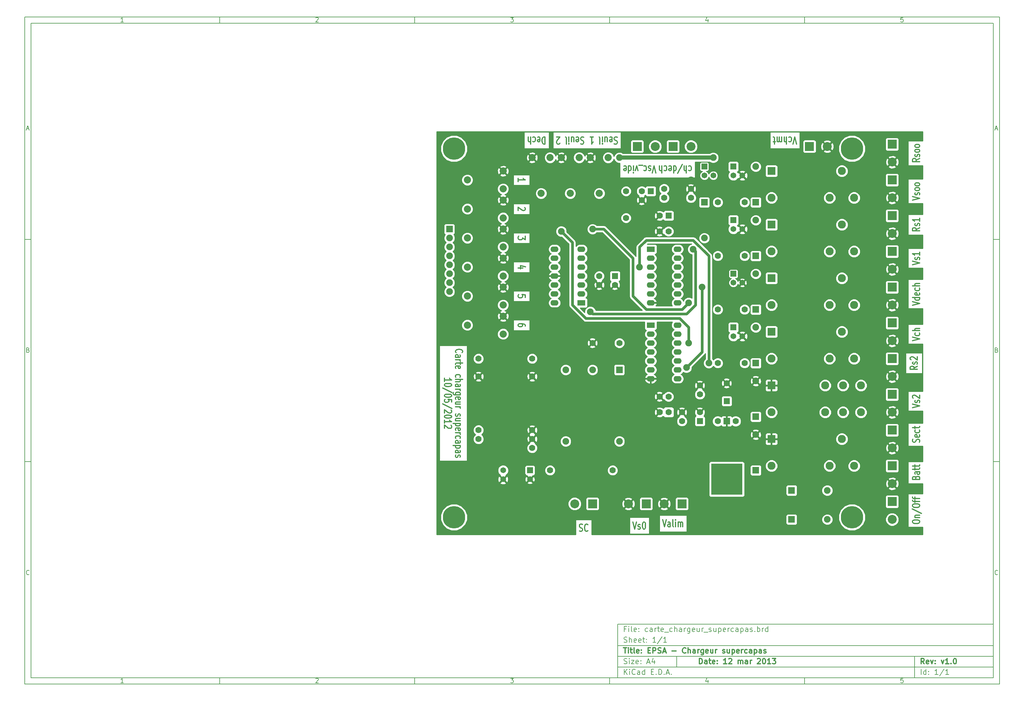
<source format=gtl>
G04 (created by PCBNEW-RS274X (2012-01-19 BZR 3256)-stable) date 12/03/2013 15:56:57*
G01*
G70*
G90*
%MOIN*%
G04 Gerber Fmt 3.4, Leading zero omitted, Abs format*
%FSLAX34Y34*%
G04 APERTURE LIST*
%ADD10C,0.006000*%
%ADD11C,0.012000*%
%ADD12C,0.070000*%
%ADD13R,0.070000X0.070000*%
%ADD14C,0.065000*%
%ADD15C,0.080000*%
%ADD16R,0.090000X0.090000*%
%ADD17C,0.090000*%
%ADD18C,0.075000*%
%ADD19R,0.075000X0.075000*%
%ADD20R,0.090000X0.062000*%
%ADD21O,0.090000X0.062000*%
%ADD22C,0.250000*%
%ADD23R,0.350000X0.350000*%
%ADD24R,0.100000X0.100000*%
%ADD25C,0.100000*%
%ADD26C,0.045000*%
%ADD27C,0.030000*%
%ADD28C,0.010000*%
G04 APERTURE END LIST*
G54D10*
X04000Y-04000D02*
X113000Y-04000D01*
X113000Y-78670D01*
X04000Y-78670D01*
X04000Y-04000D01*
X04700Y-04700D02*
X112300Y-04700D01*
X112300Y-77970D01*
X04700Y-77970D01*
X04700Y-04700D01*
X25800Y-04000D02*
X25800Y-04700D01*
X15043Y-04552D02*
X14757Y-04552D01*
X14900Y-04552D02*
X14900Y-04052D01*
X14852Y-04124D01*
X14805Y-04171D01*
X14757Y-04195D01*
X25800Y-78670D02*
X25800Y-77970D01*
X15043Y-78522D02*
X14757Y-78522D01*
X14900Y-78522D02*
X14900Y-78022D01*
X14852Y-78094D01*
X14805Y-78141D01*
X14757Y-78165D01*
X47600Y-04000D02*
X47600Y-04700D01*
X36557Y-04100D02*
X36581Y-04076D01*
X36629Y-04052D01*
X36748Y-04052D01*
X36795Y-04076D01*
X36819Y-04100D01*
X36843Y-04148D01*
X36843Y-04195D01*
X36819Y-04267D01*
X36533Y-04552D01*
X36843Y-04552D01*
X47600Y-78670D02*
X47600Y-77970D01*
X36557Y-78070D02*
X36581Y-78046D01*
X36629Y-78022D01*
X36748Y-78022D01*
X36795Y-78046D01*
X36819Y-78070D01*
X36843Y-78118D01*
X36843Y-78165D01*
X36819Y-78237D01*
X36533Y-78522D01*
X36843Y-78522D01*
X69400Y-04000D02*
X69400Y-04700D01*
X58333Y-04052D02*
X58643Y-04052D01*
X58476Y-04243D01*
X58548Y-04243D01*
X58595Y-04267D01*
X58619Y-04290D01*
X58643Y-04338D01*
X58643Y-04457D01*
X58619Y-04505D01*
X58595Y-04529D01*
X58548Y-04552D01*
X58405Y-04552D01*
X58357Y-04529D01*
X58333Y-04505D01*
X69400Y-78670D02*
X69400Y-77970D01*
X58333Y-78022D02*
X58643Y-78022D01*
X58476Y-78213D01*
X58548Y-78213D01*
X58595Y-78237D01*
X58619Y-78260D01*
X58643Y-78308D01*
X58643Y-78427D01*
X58619Y-78475D01*
X58595Y-78499D01*
X58548Y-78522D01*
X58405Y-78522D01*
X58357Y-78499D01*
X58333Y-78475D01*
X91200Y-04000D02*
X91200Y-04700D01*
X80395Y-04219D02*
X80395Y-04552D01*
X80276Y-04029D02*
X80157Y-04386D01*
X80467Y-04386D01*
X91200Y-78670D02*
X91200Y-77970D01*
X80395Y-78189D02*
X80395Y-78522D01*
X80276Y-77999D02*
X80157Y-78356D01*
X80467Y-78356D01*
X102219Y-04052D02*
X101981Y-04052D01*
X101957Y-04290D01*
X101981Y-04267D01*
X102029Y-04243D01*
X102148Y-04243D01*
X102195Y-04267D01*
X102219Y-04290D01*
X102243Y-04338D01*
X102243Y-04457D01*
X102219Y-04505D01*
X102195Y-04529D01*
X102148Y-04552D01*
X102029Y-04552D01*
X101981Y-04529D01*
X101957Y-04505D01*
X102219Y-78022D02*
X101981Y-78022D01*
X101957Y-78260D01*
X101981Y-78237D01*
X102029Y-78213D01*
X102148Y-78213D01*
X102195Y-78237D01*
X102219Y-78260D01*
X102243Y-78308D01*
X102243Y-78427D01*
X102219Y-78475D01*
X102195Y-78499D01*
X102148Y-78522D01*
X102029Y-78522D01*
X101981Y-78499D01*
X101957Y-78475D01*
X04000Y-28890D02*
X04700Y-28890D01*
X04231Y-16510D02*
X04469Y-16510D01*
X04184Y-16652D02*
X04350Y-16152D01*
X04517Y-16652D01*
X113000Y-28890D02*
X112300Y-28890D01*
X112531Y-16510D02*
X112769Y-16510D01*
X112484Y-16652D02*
X112650Y-16152D01*
X112817Y-16652D01*
X04000Y-53780D02*
X04700Y-53780D01*
X04386Y-41280D02*
X04457Y-41304D01*
X04481Y-41328D01*
X04505Y-41376D01*
X04505Y-41447D01*
X04481Y-41495D01*
X04457Y-41519D01*
X04410Y-41542D01*
X04219Y-41542D01*
X04219Y-41042D01*
X04386Y-41042D01*
X04433Y-41066D01*
X04457Y-41090D01*
X04481Y-41138D01*
X04481Y-41185D01*
X04457Y-41233D01*
X04433Y-41257D01*
X04386Y-41280D01*
X04219Y-41280D01*
X113000Y-53780D02*
X112300Y-53780D01*
X112686Y-41280D02*
X112757Y-41304D01*
X112781Y-41328D01*
X112805Y-41376D01*
X112805Y-41447D01*
X112781Y-41495D01*
X112757Y-41519D01*
X112710Y-41542D01*
X112519Y-41542D01*
X112519Y-41042D01*
X112686Y-41042D01*
X112733Y-41066D01*
X112757Y-41090D01*
X112781Y-41138D01*
X112781Y-41185D01*
X112757Y-41233D01*
X112733Y-41257D01*
X112686Y-41280D01*
X112519Y-41280D01*
X04505Y-66385D02*
X04481Y-66409D01*
X04410Y-66432D01*
X04362Y-66432D01*
X04290Y-66409D01*
X04243Y-66361D01*
X04219Y-66313D01*
X04195Y-66218D01*
X04195Y-66147D01*
X04219Y-66051D01*
X04243Y-66004D01*
X04290Y-65956D01*
X04362Y-65932D01*
X04410Y-65932D01*
X04481Y-65956D01*
X04505Y-65980D01*
X112805Y-66385D02*
X112781Y-66409D01*
X112710Y-66432D01*
X112662Y-66432D01*
X112590Y-66409D01*
X112543Y-66361D01*
X112519Y-66313D01*
X112495Y-66218D01*
X112495Y-66147D01*
X112519Y-66051D01*
X112543Y-66004D01*
X112590Y-65956D01*
X112662Y-65932D01*
X112710Y-65932D01*
X112781Y-65956D01*
X112805Y-65980D01*
G54D11*
X79443Y-76413D02*
X79443Y-75813D01*
X79586Y-75813D01*
X79671Y-75841D01*
X79729Y-75899D01*
X79757Y-75956D01*
X79786Y-76070D01*
X79786Y-76156D01*
X79757Y-76270D01*
X79729Y-76327D01*
X79671Y-76384D01*
X79586Y-76413D01*
X79443Y-76413D01*
X80300Y-76413D02*
X80300Y-76099D01*
X80271Y-76041D01*
X80214Y-76013D01*
X80100Y-76013D01*
X80043Y-76041D01*
X80300Y-76384D02*
X80243Y-76413D01*
X80100Y-76413D01*
X80043Y-76384D01*
X80014Y-76327D01*
X80014Y-76270D01*
X80043Y-76213D01*
X80100Y-76184D01*
X80243Y-76184D01*
X80300Y-76156D01*
X80500Y-76013D02*
X80729Y-76013D01*
X80586Y-75813D02*
X80586Y-76327D01*
X80614Y-76384D01*
X80672Y-76413D01*
X80729Y-76413D01*
X81157Y-76384D02*
X81100Y-76413D01*
X80986Y-76413D01*
X80929Y-76384D01*
X80900Y-76327D01*
X80900Y-76099D01*
X80929Y-76041D01*
X80986Y-76013D01*
X81100Y-76013D01*
X81157Y-76041D01*
X81186Y-76099D01*
X81186Y-76156D01*
X80900Y-76213D01*
X81443Y-76356D02*
X81471Y-76384D01*
X81443Y-76413D01*
X81414Y-76384D01*
X81443Y-76356D01*
X81443Y-76413D01*
X81443Y-76041D02*
X81471Y-76070D01*
X81443Y-76099D01*
X81414Y-76070D01*
X81443Y-76041D01*
X81443Y-76099D01*
X82500Y-76413D02*
X82157Y-76413D01*
X82329Y-76413D02*
X82329Y-75813D01*
X82272Y-75899D01*
X82214Y-75956D01*
X82157Y-75984D01*
X82728Y-75870D02*
X82757Y-75841D01*
X82814Y-75813D01*
X82957Y-75813D01*
X83014Y-75841D01*
X83043Y-75870D01*
X83071Y-75927D01*
X83071Y-75984D01*
X83043Y-76070D01*
X82700Y-76413D01*
X83071Y-76413D01*
X83785Y-76413D02*
X83785Y-76013D01*
X83785Y-76070D02*
X83813Y-76041D01*
X83871Y-76013D01*
X83956Y-76013D01*
X84013Y-76041D01*
X84042Y-76099D01*
X84042Y-76413D01*
X84042Y-76099D02*
X84071Y-76041D01*
X84128Y-76013D01*
X84213Y-76013D01*
X84271Y-76041D01*
X84299Y-76099D01*
X84299Y-76413D01*
X84842Y-76413D02*
X84842Y-76099D01*
X84813Y-76041D01*
X84756Y-76013D01*
X84642Y-76013D01*
X84585Y-76041D01*
X84842Y-76384D02*
X84785Y-76413D01*
X84642Y-76413D01*
X84585Y-76384D01*
X84556Y-76327D01*
X84556Y-76270D01*
X84585Y-76213D01*
X84642Y-76184D01*
X84785Y-76184D01*
X84842Y-76156D01*
X85128Y-76413D02*
X85128Y-76013D01*
X85128Y-76127D02*
X85156Y-76070D01*
X85185Y-76041D01*
X85242Y-76013D01*
X85299Y-76013D01*
X85927Y-75870D02*
X85956Y-75841D01*
X86013Y-75813D01*
X86156Y-75813D01*
X86213Y-75841D01*
X86242Y-75870D01*
X86270Y-75927D01*
X86270Y-75984D01*
X86242Y-76070D01*
X85899Y-76413D01*
X86270Y-76413D01*
X86641Y-75813D02*
X86698Y-75813D01*
X86755Y-75841D01*
X86784Y-75870D01*
X86813Y-75927D01*
X86841Y-76041D01*
X86841Y-76184D01*
X86813Y-76299D01*
X86784Y-76356D01*
X86755Y-76384D01*
X86698Y-76413D01*
X86641Y-76413D01*
X86584Y-76384D01*
X86555Y-76356D01*
X86527Y-76299D01*
X86498Y-76184D01*
X86498Y-76041D01*
X86527Y-75927D01*
X86555Y-75870D01*
X86584Y-75841D01*
X86641Y-75813D01*
X87412Y-76413D02*
X87069Y-76413D01*
X87241Y-76413D02*
X87241Y-75813D01*
X87184Y-75899D01*
X87126Y-75956D01*
X87069Y-75984D01*
X87612Y-75813D02*
X87983Y-75813D01*
X87783Y-76041D01*
X87869Y-76041D01*
X87926Y-76070D01*
X87955Y-76099D01*
X87983Y-76156D01*
X87983Y-76299D01*
X87955Y-76356D01*
X87926Y-76384D01*
X87869Y-76413D01*
X87697Y-76413D01*
X87640Y-76384D01*
X87612Y-76356D01*
G54D10*
X71043Y-77613D02*
X71043Y-77013D01*
X71386Y-77613D02*
X71129Y-77270D01*
X71386Y-77013D02*
X71043Y-77356D01*
X71643Y-77613D02*
X71643Y-77213D01*
X71643Y-77013D02*
X71614Y-77041D01*
X71643Y-77070D01*
X71671Y-77041D01*
X71643Y-77013D01*
X71643Y-77070D01*
X72272Y-77556D02*
X72243Y-77584D01*
X72157Y-77613D01*
X72100Y-77613D01*
X72015Y-77584D01*
X71957Y-77527D01*
X71929Y-77470D01*
X71900Y-77356D01*
X71900Y-77270D01*
X71929Y-77156D01*
X71957Y-77099D01*
X72015Y-77041D01*
X72100Y-77013D01*
X72157Y-77013D01*
X72243Y-77041D01*
X72272Y-77070D01*
X72786Y-77613D02*
X72786Y-77299D01*
X72757Y-77241D01*
X72700Y-77213D01*
X72586Y-77213D01*
X72529Y-77241D01*
X72786Y-77584D02*
X72729Y-77613D01*
X72586Y-77613D01*
X72529Y-77584D01*
X72500Y-77527D01*
X72500Y-77470D01*
X72529Y-77413D01*
X72586Y-77384D01*
X72729Y-77384D01*
X72786Y-77356D01*
X73329Y-77613D02*
X73329Y-77013D01*
X73329Y-77584D02*
X73272Y-77613D01*
X73158Y-77613D01*
X73100Y-77584D01*
X73072Y-77556D01*
X73043Y-77499D01*
X73043Y-77327D01*
X73072Y-77270D01*
X73100Y-77241D01*
X73158Y-77213D01*
X73272Y-77213D01*
X73329Y-77241D01*
X74072Y-77299D02*
X74272Y-77299D01*
X74358Y-77613D02*
X74072Y-77613D01*
X74072Y-77013D01*
X74358Y-77013D01*
X74615Y-77556D02*
X74643Y-77584D01*
X74615Y-77613D01*
X74586Y-77584D01*
X74615Y-77556D01*
X74615Y-77613D01*
X74901Y-77613D02*
X74901Y-77013D01*
X75044Y-77013D01*
X75129Y-77041D01*
X75187Y-77099D01*
X75215Y-77156D01*
X75244Y-77270D01*
X75244Y-77356D01*
X75215Y-77470D01*
X75187Y-77527D01*
X75129Y-77584D01*
X75044Y-77613D01*
X74901Y-77613D01*
X75501Y-77556D02*
X75529Y-77584D01*
X75501Y-77613D01*
X75472Y-77584D01*
X75501Y-77556D01*
X75501Y-77613D01*
X75758Y-77441D02*
X76044Y-77441D01*
X75701Y-77613D02*
X75901Y-77013D01*
X76101Y-77613D01*
X76301Y-77556D02*
X76329Y-77584D01*
X76301Y-77613D01*
X76272Y-77584D01*
X76301Y-77556D01*
X76301Y-77613D01*
G54D11*
X104586Y-76413D02*
X104386Y-76127D01*
X104243Y-76413D02*
X104243Y-75813D01*
X104471Y-75813D01*
X104529Y-75841D01*
X104557Y-75870D01*
X104586Y-75927D01*
X104586Y-76013D01*
X104557Y-76070D01*
X104529Y-76099D01*
X104471Y-76127D01*
X104243Y-76127D01*
X105071Y-76384D02*
X105014Y-76413D01*
X104900Y-76413D01*
X104843Y-76384D01*
X104814Y-76327D01*
X104814Y-76099D01*
X104843Y-76041D01*
X104900Y-76013D01*
X105014Y-76013D01*
X105071Y-76041D01*
X105100Y-76099D01*
X105100Y-76156D01*
X104814Y-76213D01*
X105300Y-76013D02*
X105443Y-76413D01*
X105585Y-76013D01*
X105814Y-76356D02*
X105842Y-76384D01*
X105814Y-76413D01*
X105785Y-76384D01*
X105814Y-76356D01*
X105814Y-76413D01*
X105814Y-76041D02*
X105842Y-76070D01*
X105814Y-76099D01*
X105785Y-76070D01*
X105814Y-76041D01*
X105814Y-76099D01*
X106500Y-76013D02*
X106643Y-76413D01*
X106785Y-76013D01*
X107328Y-76413D02*
X106985Y-76413D01*
X107157Y-76413D02*
X107157Y-75813D01*
X107100Y-75899D01*
X107042Y-75956D01*
X106985Y-75984D01*
X107585Y-76356D02*
X107613Y-76384D01*
X107585Y-76413D01*
X107556Y-76384D01*
X107585Y-76356D01*
X107585Y-76413D01*
X107985Y-75813D02*
X108042Y-75813D01*
X108099Y-75841D01*
X108128Y-75870D01*
X108157Y-75927D01*
X108185Y-76041D01*
X108185Y-76184D01*
X108157Y-76299D01*
X108128Y-76356D01*
X108099Y-76384D01*
X108042Y-76413D01*
X107985Y-76413D01*
X107928Y-76384D01*
X107899Y-76356D01*
X107871Y-76299D01*
X107842Y-76184D01*
X107842Y-76041D01*
X107871Y-75927D01*
X107899Y-75870D01*
X107928Y-75841D01*
X107985Y-75813D01*
G54D10*
X71014Y-76384D02*
X71100Y-76413D01*
X71243Y-76413D01*
X71300Y-76384D01*
X71329Y-76356D01*
X71357Y-76299D01*
X71357Y-76241D01*
X71329Y-76184D01*
X71300Y-76156D01*
X71243Y-76127D01*
X71129Y-76099D01*
X71071Y-76070D01*
X71043Y-76041D01*
X71014Y-75984D01*
X71014Y-75927D01*
X71043Y-75870D01*
X71071Y-75841D01*
X71129Y-75813D01*
X71271Y-75813D01*
X71357Y-75841D01*
X71614Y-76413D02*
X71614Y-76013D01*
X71614Y-75813D02*
X71585Y-75841D01*
X71614Y-75870D01*
X71642Y-75841D01*
X71614Y-75813D01*
X71614Y-75870D01*
X71843Y-76013D02*
X72157Y-76013D01*
X71843Y-76413D01*
X72157Y-76413D01*
X72614Y-76384D02*
X72557Y-76413D01*
X72443Y-76413D01*
X72386Y-76384D01*
X72357Y-76327D01*
X72357Y-76099D01*
X72386Y-76041D01*
X72443Y-76013D01*
X72557Y-76013D01*
X72614Y-76041D01*
X72643Y-76099D01*
X72643Y-76156D01*
X72357Y-76213D01*
X72900Y-76356D02*
X72928Y-76384D01*
X72900Y-76413D01*
X72871Y-76384D01*
X72900Y-76356D01*
X72900Y-76413D01*
X72900Y-76041D02*
X72928Y-76070D01*
X72900Y-76099D01*
X72871Y-76070D01*
X72900Y-76041D01*
X72900Y-76099D01*
X73614Y-76241D02*
X73900Y-76241D01*
X73557Y-76413D02*
X73757Y-75813D01*
X73957Y-76413D01*
X74414Y-76013D02*
X74414Y-76413D01*
X74271Y-75784D02*
X74128Y-76213D01*
X74500Y-76213D01*
X104243Y-77613D02*
X104243Y-77013D01*
X104786Y-77613D02*
X104786Y-77013D01*
X104786Y-77584D02*
X104729Y-77613D01*
X104615Y-77613D01*
X104557Y-77584D01*
X104529Y-77556D01*
X104500Y-77499D01*
X104500Y-77327D01*
X104529Y-77270D01*
X104557Y-77241D01*
X104615Y-77213D01*
X104729Y-77213D01*
X104786Y-77241D01*
X105072Y-77556D02*
X105100Y-77584D01*
X105072Y-77613D01*
X105043Y-77584D01*
X105072Y-77556D01*
X105072Y-77613D01*
X105072Y-77241D02*
X105100Y-77270D01*
X105072Y-77299D01*
X105043Y-77270D01*
X105072Y-77241D01*
X105072Y-77299D01*
X106129Y-77613D02*
X105786Y-77613D01*
X105958Y-77613D02*
X105958Y-77013D01*
X105901Y-77099D01*
X105843Y-77156D01*
X105786Y-77184D01*
X106814Y-76984D02*
X106300Y-77756D01*
X107329Y-77613D02*
X106986Y-77613D01*
X107158Y-77613D02*
X107158Y-77013D01*
X107101Y-77099D01*
X107043Y-77156D01*
X106986Y-77184D01*
G54D11*
X70957Y-74613D02*
X71300Y-74613D01*
X71129Y-75213D02*
X71129Y-74613D01*
X71500Y-75213D02*
X71500Y-74813D01*
X71500Y-74613D02*
X71471Y-74641D01*
X71500Y-74670D01*
X71528Y-74641D01*
X71500Y-74613D01*
X71500Y-74670D01*
X71700Y-74813D02*
X71929Y-74813D01*
X71786Y-74613D02*
X71786Y-75127D01*
X71814Y-75184D01*
X71872Y-75213D01*
X71929Y-75213D01*
X72215Y-75213D02*
X72157Y-75184D01*
X72129Y-75127D01*
X72129Y-74613D01*
X72671Y-75184D02*
X72614Y-75213D01*
X72500Y-75213D01*
X72443Y-75184D01*
X72414Y-75127D01*
X72414Y-74899D01*
X72443Y-74841D01*
X72500Y-74813D01*
X72614Y-74813D01*
X72671Y-74841D01*
X72700Y-74899D01*
X72700Y-74956D01*
X72414Y-75013D01*
X72957Y-75156D02*
X72985Y-75184D01*
X72957Y-75213D01*
X72928Y-75184D01*
X72957Y-75156D01*
X72957Y-75213D01*
X72957Y-74841D02*
X72985Y-74870D01*
X72957Y-74899D01*
X72928Y-74870D01*
X72957Y-74841D01*
X72957Y-74899D01*
X73700Y-74899D02*
X73900Y-74899D01*
X73986Y-75213D02*
X73700Y-75213D01*
X73700Y-74613D01*
X73986Y-74613D01*
X74243Y-75213D02*
X74243Y-74613D01*
X74471Y-74613D01*
X74529Y-74641D01*
X74557Y-74670D01*
X74586Y-74727D01*
X74586Y-74813D01*
X74557Y-74870D01*
X74529Y-74899D01*
X74471Y-74927D01*
X74243Y-74927D01*
X74814Y-75184D02*
X74900Y-75213D01*
X75043Y-75213D01*
X75100Y-75184D01*
X75129Y-75156D01*
X75157Y-75099D01*
X75157Y-75041D01*
X75129Y-74984D01*
X75100Y-74956D01*
X75043Y-74927D01*
X74929Y-74899D01*
X74871Y-74870D01*
X74843Y-74841D01*
X74814Y-74784D01*
X74814Y-74727D01*
X74843Y-74670D01*
X74871Y-74641D01*
X74929Y-74613D01*
X75071Y-74613D01*
X75157Y-74641D01*
X75385Y-75041D02*
X75671Y-75041D01*
X75328Y-75213D02*
X75528Y-74613D01*
X75728Y-75213D01*
X76385Y-74984D02*
X76842Y-74984D01*
X77928Y-75156D02*
X77899Y-75184D01*
X77813Y-75213D01*
X77756Y-75213D01*
X77671Y-75184D01*
X77613Y-75127D01*
X77585Y-75070D01*
X77556Y-74956D01*
X77556Y-74870D01*
X77585Y-74756D01*
X77613Y-74699D01*
X77671Y-74641D01*
X77756Y-74613D01*
X77813Y-74613D01*
X77899Y-74641D01*
X77928Y-74670D01*
X78185Y-75213D02*
X78185Y-74613D01*
X78442Y-75213D02*
X78442Y-74899D01*
X78413Y-74841D01*
X78356Y-74813D01*
X78271Y-74813D01*
X78213Y-74841D01*
X78185Y-74870D01*
X78985Y-75213D02*
X78985Y-74899D01*
X78956Y-74841D01*
X78899Y-74813D01*
X78785Y-74813D01*
X78728Y-74841D01*
X78985Y-75184D02*
X78928Y-75213D01*
X78785Y-75213D01*
X78728Y-75184D01*
X78699Y-75127D01*
X78699Y-75070D01*
X78728Y-75013D01*
X78785Y-74984D01*
X78928Y-74984D01*
X78985Y-74956D01*
X79271Y-75213D02*
X79271Y-74813D01*
X79271Y-74927D02*
X79299Y-74870D01*
X79328Y-74841D01*
X79385Y-74813D01*
X79442Y-74813D01*
X79899Y-74813D02*
X79899Y-75299D01*
X79870Y-75356D01*
X79842Y-75384D01*
X79785Y-75413D01*
X79699Y-75413D01*
X79642Y-75384D01*
X79899Y-75184D02*
X79842Y-75213D01*
X79728Y-75213D01*
X79670Y-75184D01*
X79642Y-75156D01*
X79613Y-75099D01*
X79613Y-74927D01*
X79642Y-74870D01*
X79670Y-74841D01*
X79728Y-74813D01*
X79842Y-74813D01*
X79899Y-74841D01*
X80413Y-75184D02*
X80356Y-75213D01*
X80242Y-75213D01*
X80185Y-75184D01*
X80156Y-75127D01*
X80156Y-74899D01*
X80185Y-74841D01*
X80242Y-74813D01*
X80356Y-74813D01*
X80413Y-74841D01*
X80442Y-74899D01*
X80442Y-74956D01*
X80156Y-75013D01*
X80956Y-74813D02*
X80956Y-75213D01*
X80699Y-74813D02*
X80699Y-75127D01*
X80727Y-75184D01*
X80785Y-75213D01*
X80870Y-75213D01*
X80927Y-75184D01*
X80956Y-75156D01*
X81242Y-75213D02*
X81242Y-74813D01*
X81242Y-74927D02*
X81270Y-74870D01*
X81299Y-74841D01*
X81356Y-74813D01*
X81413Y-74813D01*
X82041Y-75184D02*
X82098Y-75213D01*
X82213Y-75213D01*
X82270Y-75184D01*
X82298Y-75127D01*
X82298Y-75099D01*
X82270Y-75041D01*
X82213Y-75013D01*
X82127Y-75013D01*
X82070Y-74984D01*
X82041Y-74927D01*
X82041Y-74899D01*
X82070Y-74841D01*
X82127Y-74813D01*
X82213Y-74813D01*
X82270Y-74841D01*
X82813Y-74813D02*
X82813Y-75213D01*
X82556Y-74813D02*
X82556Y-75127D01*
X82584Y-75184D01*
X82642Y-75213D01*
X82727Y-75213D01*
X82784Y-75184D01*
X82813Y-75156D01*
X83099Y-74813D02*
X83099Y-75413D01*
X83099Y-74841D02*
X83156Y-74813D01*
X83270Y-74813D01*
X83327Y-74841D01*
X83356Y-74870D01*
X83385Y-74927D01*
X83385Y-75099D01*
X83356Y-75156D01*
X83327Y-75184D01*
X83270Y-75213D01*
X83156Y-75213D01*
X83099Y-75184D01*
X83870Y-75184D02*
X83813Y-75213D01*
X83699Y-75213D01*
X83642Y-75184D01*
X83613Y-75127D01*
X83613Y-74899D01*
X83642Y-74841D01*
X83699Y-74813D01*
X83813Y-74813D01*
X83870Y-74841D01*
X83899Y-74899D01*
X83899Y-74956D01*
X83613Y-75013D01*
X84156Y-75213D02*
X84156Y-74813D01*
X84156Y-74927D02*
X84184Y-74870D01*
X84213Y-74841D01*
X84270Y-74813D01*
X84327Y-74813D01*
X84784Y-75184D02*
X84727Y-75213D01*
X84613Y-75213D01*
X84555Y-75184D01*
X84527Y-75156D01*
X84498Y-75099D01*
X84498Y-74927D01*
X84527Y-74870D01*
X84555Y-74841D01*
X84613Y-74813D01*
X84727Y-74813D01*
X84784Y-74841D01*
X85298Y-75213D02*
X85298Y-74899D01*
X85269Y-74841D01*
X85212Y-74813D01*
X85098Y-74813D01*
X85041Y-74841D01*
X85298Y-75184D02*
X85241Y-75213D01*
X85098Y-75213D01*
X85041Y-75184D01*
X85012Y-75127D01*
X85012Y-75070D01*
X85041Y-75013D01*
X85098Y-74984D01*
X85241Y-74984D01*
X85298Y-74956D01*
X85584Y-74813D02*
X85584Y-75413D01*
X85584Y-74841D02*
X85641Y-74813D01*
X85755Y-74813D01*
X85812Y-74841D01*
X85841Y-74870D01*
X85870Y-74927D01*
X85870Y-75099D01*
X85841Y-75156D01*
X85812Y-75184D01*
X85755Y-75213D01*
X85641Y-75213D01*
X85584Y-75184D01*
X86384Y-75213D02*
X86384Y-74899D01*
X86355Y-74841D01*
X86298Y-74813D01*
X86184Y-74813D01*
X86127Y-74841D01*
X86384Y-75184D02*
X86327Y-75213D01*
X86184Y-75213D01*
X86127Y-75184D01*
X86098Y-75127D01*
X86098Y-75070D01*
X86127Y-75013D01*
X86184Y-74984D01*
X86327Y-74984D01*
X86384Y-74956D01*
X86641Y-75184D02*
X86698Y-75213D01*
X86813Y-75213D01*
X86870Y-75184D01*
X86898Y-75127D01*
X86898Y-75099D01*
X86870Y-75041D01*
X86813Y-75013D01*
X86727Y-75013D01*
X86670Y-74984D01*
X86641Y-74927D01*
X86641Y-74899D01*
X86670Y-74841D01*
X86727Y-74813D01*
X86813Y-74813D01*
X86870Y-74841D01*
G54D10*
X71243Y-72499D02*
X71043Y-72499D01*
X71043Y-72813D02*
X71043Y-72213D01*
X71329Y-72213D01*
X71557Y-72813D02*
X71557Y-72413D01*
X71557Y-72213D02*
X71528Y-72241D01*
X71557Y-72270D01*
X71585Y-72241D01*
X71557Y-72213D01*
X71557Y-72270D01*
X71929Y-72813D02*
X71871Y-72784D01*
X71843Y-72727D01*
X71843Y-72213D01*
X72385Y-72784D02*
X72328Y-72813D01*
X72214Y-72813D01*
X72157Y-72784D01*
X72128Y-72727D01*
X72128Y-72499D01*
X72157Y-72441D01*
X72214Y-72413D01*
X72328Y-72413D01*
X72385Y-72441D01*
X72414Y-72499D01*
X72414Y-72556D01*
X72128Y-72613D01*
X72671Y-72756D02*
X72699Y-72784D01*
X72671Y-72813D01*
X72642Y-72784D01*
X72671Y-72756D01*
X72671Y-72813D01*
X72671Y-72441D02*
X72699Y-72470D01*
X72671Y-72499D01*
X72642Y-72470D01*
X72671Y-72441D01*
X72671Y-72499D01*
X73671Y-72784D02*
X73614Y-72813D01*
X73500Y-72813D01*
X73442Y-72784D01*
X73414Y-72756D01*
X73385Y-72699D01*
X73385Y-72527D01*
X73414Y-72470D01*
X73442Y-72441D01*
X73500Y-72413D01*
X73614Y-72413D01*
X73671Y-72441D01*
X74185Y-72813D02*
X74185Y-72499D01*
X74156Y-72441D01*
X74099Y-72413D01*
X73985Y-72413D01*
X73928Y-72441D01*
X74185Y-72784D02*
X74128Y-72813D01*
X73985Y-72813D01*
X73928Y-72784D01*
X73899Y-72727D01*
X73899Y-72670D01*
X73928Y-72613D01*
X73985Y-72584D01*
X74128Y-72584D01*
X74185Y-72556D01*
X74471Y-72813D02*
X74471Y-72413D01*
X74471Y-72527D02*
X74499Y-72470D01*
X74528Y-72441D01*
X74585Y-72413D01*
X74642Y-72413D01*
X74756Y-72413D02*
X74985Y-72413D01*
X74842Y-72213D02*
X74842Y-72727D01*
X74870Y-72784D01*
X74928Y-72813D01*
X74985Y-72813D01*
X75413Y-72784D02*
X75356Y-72813D01*
X75242Y-72813D01*
X75185Y-72784D01*
X75156Y-72727D01*
X75156Y-72499D01*
X75185Y-72441D01*
X75242Y-72413D01*
X75356Y-72413D01*
X75413Y-72441D01*
X75442Y-72499D01*
X75442Y-72556D01*
X75156Y-72613D01*
X75556Y-72870D02*
X76013Y-72870D01*
X76413Y-72784D02*
X76356Y-72813D01*
X76242Y-72813D01*
X76184Y-72784D01*
X76156Y-72756D01*
X76127Y-72699D01*
X76127Y-72527D01*
X76156Y-72470D01*
X76184Y-72441D01*
X76242Y-72413D01*
X76356Y-72413D01*
X76413Y-72441D01*
X76670Y-72813D02*
X76670Y-72213D01*
X76927Y-72813D02*
X76927Y-72499D01*
X76898Y-72441D01*
X76841Y-72413D01*
X76756Y-72413D01*
X76698Y-72441D01*
X76670Y-72470D01*
X77470Y-72813D02*
X77470Y-72499D01*
X77441Y-72441D01*
X77384Y-72413D01*
X77270Y-72413D01*
X77213Y-72441D01*
X77470Y-72784D02*
X77413Y-72813D01*
X77270Y-72813D01*
X77213Y-72784D01*
X77184Y-72727D01*
X77184Y-72670D01*
X77213Y-72613D01*
X77270Y-72584D01*
X77413Y-72584D01*
X77470Y-72556D01*
X77756Y-72813D02*
X77756Y-72413D01*
X77756Y-72527D02*
X77784Y-72470D01*
X77813Y-72441D01*
X77870Y-72413D01*
X77927Y-72413D01*
X78384Y-72413D02*
X78384Y-72899D01*
X78355Y-72956D01*
X78327Y-72984D01*
X78270Y-73013D01*
X78184Y-73013D01*
X78127Y-72984D01*
X78384Y-72784D02*
X78327Y-72813D01*
X78213Y-72813D01*
X78155Y-72784D01*
X78127Y-72756D01*
X78098Y-72699D01*
X78098Y-72527D01*
X78127Y-72470D01*
X78155Y-72441D01*
X78213Y-72413D01*
X78327Y-72413D01*
X78384Y-72441D01*
X78898Y-72784D02*
X78841Y-72813D01*
X78727Y-72813D01*
X78670Y-72784D01*
X78641Y-72727D01*
X78641Y-72499D01*
X78670Y-72441D01*
X78727Y-72413D01*
X78841Y-72413D01*
X78898Y-72441D01*
X78927Y-72499D01*
X78927Y-72556D01*
X78641Y-72613D01*
X79441Y-72413D02*
X79441Y-72813D01*
X79184Y-72413D02*
X79184Y-72727D01*
X79212Y-72784D01*
X79270Y-72813D01*
X79355Y-72813D01*
X79412Y-72784D01*
X79441Y-72756D01*
X79727Y-72813D02*
X79727Y-72413D01*
X79727Y-72527D02*
X79755Y-72470D01*
X79784Y-72441D01*
X79841Y-72413D01*
X79898Y-72413D01*
X79955Y-72870D02*
X80412Y-72870D01*
X80526Y-72784D02*
X80583Y-72813D01*
X80698Y-72813D01*
X80755Y-72784D01*
X80783Y-72727D01*
X80783Y-72699D01*
X80755Y-72641D01*
X80698Y-72613D01*
X80612Y-72613D01*
X80555Y-72584D01*
X80526Y-72527D01*
X80526Y-72499D01*
X80555Y-72441D01*
X80612Y-72413D01*
X80698Y-72413D01*
X80755Y-72441D01*
X81298Y-72413D02*
X81298Y-72813D01*
X81041Y-72413D02*
X81041Y-72727D01*
X81069Y-72784D01*
X81127Y-72813D01*
X81212Y-72813D01*
X81269Y-72784D01*
X81298Y-72756D01*
X81584Y-72413D02*
X81584Y-73013D01*
X81584Y-72441D02*
X81641Y-72413D01*
X81755Y-72413D01*
X81812Y-72441D01*
X81841Y-72470D01*
X81870Y-72527D01*
X81870Y-72699D01*
X81841Y-72756D01*
X81812Y-72784D01*
X81755Y-72813D01*
X81641Y-72813D01*
X81584Y-72784D01*
X82355Y-72784D02*
X82298Y-72813D01*
X82184Y-72813D01*
X82127Y-72784D01*
X82098Y-72727D01*
X82098Y-72499D01*
X82127Y-72441D01*
X82184Y-72413D01*
X82298Y-72413D01*
X82355Y-72441D01*
X82384Y-72499D01*
X82384Y-72556D01*
X82098Y-72613D01*
X82641Y-72813D02*
X82641Y-72413D01*
X82641Y-72527D02*
X82669Y-72470D01*
X82698Y-72441D01*
X82755Y-72413D01*
X82812Y-72413D01*
X83269Y-72784D02*
X83212Y-72813D01*
X83098Y-72813D01*
X83040Y-72784D01*
X83012Y-72756D01*
X82983Y-72699D01*
X82983Y-72527D01*
X83012Y-72470D01*
X83040Y-72441D01*
X83098Y-72413D01*
X83212Y-72413D01*
X83269Y-72441D01*
X83783Y-72813D02*
X83783Y-72499D01*
X83754Y-72441D01*
X83697Y-72413D01*
X83583Y-72413D01*
X83526Y-72441D01*
X83783Y-72784D02*
X83726Y-72813D01*
X83583Y-72813D01*
X83526Y-72784D01*
X83497Y-72727D01*
X83497Y-72670D01*
X83526Y-72613D01*
X83583Y-72584D01*
X83726Y-72584D01*
X83783Y-72556D01*
X84069Y-72413D02*
X84069Y-73013D01*
X84069Y-72441D02*
X84126Y-72413D01*
X84240Y-72413D01*
X84297Y-72441D01*
X84326Y-72470D01*
X84355Y-72527D01*
X84355Y-72699D01*
X84326Y-72756D01*
X84297Y-72784D01*
X84240Y-72813D01*
X84126Y-72813D01*
X84069Y-72784D01*
X84869Y-72813D02*
X84869Y-72499D01*
X84840Y-72441D01*
X84783Y-72413D01*
X84669Y-72413D01*
X84612Y-72441D01*
X84869Y-72784D02*
X84812Y-72813D01*
X84669Y-72813D01*
X84612Y-72784D01*
X84583Y-72727D01*
X84583Y-72670D01*
X84612Y-72613D01*
X84669Y-72584D01*
X84812Y-72584D01*
X84869Y-72556D01*
X85126Y-72784D02*
X85183Y-72813D01*
X85298Y-72813D01*
X85355Y-72784D01*
X85383Y-72727D01*
X85383Y-72699D01*
X85355Y-72641D01*
X85298Y-72613D01*
X85212Y-72613D01*
X85155Y-72584D01*
X85126Y-72527D01*
X85126Y-72499D01*
X85155Y-72441D01*
X85212Y-72413D01*
X85298Y-72413D01*
X85355Y-72441D01*
X85641Y-72756D02*
X85669Y-72784D01*
X85641Y-72813D01*
X85612Y-72784D01*
X85641Y-72756D01*
X85641Y-72813D01*
X85927Y-72813D02*
X85927Y-72213D01*
X85927Y-72441D02*
X85984Y-72413D01*
X86098Y-72413D01*
X86155Y-72441D01*
X86184Y-72470D01*
X86213Y-72527D01*
X86213Y-72699D01*
X86184Y-72756D01*
X86155Y-72784D01*
X86098Y-72813D01*
X85984Y-72813D01*
X85927Y-72784D01*
X86470Y-72813D02*
X86470Y-72413D01*
X86470Y-72527D02*
X86498Y-72470D01*
X86527Y-72441D01*
X86584Y-72413D01*
X86641Y-72413D01*
X87098Y-72813D02*
X87098Y-72213D01*
X87098Y-72784D02*
X87041Y-72813D01*
X86927Y-72813D01*
X86869Y-72784D01*
X86841Y-72756D01*
X86812Y-72699D01*
X86812Y-72527D01*
X86841Y-72470D01*
X86869Y-72441D01*
X86927Y-72413D01*
X87041Y-72413D01*
X87098Y-72441D01*
X71014Y-73984D02*
X71100Y-74013D01*
X71243Y-74013D01*
X71300Y-73984D01*
X71329Y-73956D01*
X71357Y-73899D01*
X71357Y-73841D01*
X71329Y-73784D01*
X71300Y-73756D01*
X71243Y-73727D01*
X71129Y-73699D01*
X71071Y-73670D01*
X71043Y-73641D01*
X71014Y-73584D01*
X71014Y-73527D01*
X71043Y-73470D01*
X71071Y-73441D01*
X71129Y-73413D01*
X71271Y-73413D01*
X71357Y-73441D01*
X71614Y-74013D02*
X71614Y-73413D01*
X71871Y-74013D02*
X71871Y-73699D01*
X71842Y-73641D01*
X71785Y-73613D01*
X71700Y-73613D01*
X71642Y-73641D01*
X71614Y-73670D01*
X72385Y-73984D02*
X72328Y-74013D01*
X72214Y-74013D01*
X72157Y-73984D01*
X72128Y-73927D01*
X72128Y-73699D01*
X72157Y-73641D01*
X72214Y-73613D01*
X72328Y-73613D01*
X72385Y-73641D01*
X72414Y-73699D01*
X72414Y-73756D01*
X72128Y-73813D01*
X72899Y-73984D02*
X72842Y-74013D01*
X72728Y-74013D01*
X72671Y-73984D01*
X72642Y-73927D01*
X72642Y-73699D01*
X72671Y-73641D01*
X72728Y-73613D01*
X72842Y-73613D01*
X72899Y-73641D01*
X72928Y-73699D01*
X72928Y-73756D01*
X72642Y-73813D01*
X73099Y-73613D02*
X73328Y-73613D01*
X73185Y-73413D02*
X73185Y-73927D01*
X73213Y-73984D01*
X73271Y-74013D01*
X73328Y-74013D01*
X73528Y-73956D02*
X73556Y-73984D01*
X73528Y-74013D01*
X73499Y-73984D01*
X73528Y-73956D01*
X73528Y-74013D01*
X73528Y-73641D02*
X73556Y-73670D01*
X73528Y-73699D01*
X73499Y-73670D01*
X73528Y-73641D01*
X73528Y-73699D01*
X74585Y-74013D02*
X74242Y-74013D01*
X74414Y-74013D02*
X74414Y-73413D01*
X74357Y-73499D01*
X74299Y-73556D01*
X74242Y-73584D01*
X75270Y-73384D02*
X74756Y-74156D01*
X75785Y-74013D02*
X75442Y-74013D01*
X75614Y-74013D02*
X75614Y-73413D01*
X75557Y-73499D01*
X75499Y-73556D01*
X75442Y-73584D01*
X70300Y-71970D02*
X70300Y-77970D01*
X70300Y-71970D02*
X112300Y-71970D01*
X70300Y-71970D02*
X112300Y-71970D01*
X70300Y-74370D02*
X112300Y-74370D01*
X103500Y-75570D02*
X103500Y-77970D01*
X70300Y-76770D02*
X112300Y-76770D01*
X70300Y-75570D02*
X112300Y-75570D01*
X76900Y-75570D02*
X76900Y-76770D01*
G54D11*
X52252Y-41580D02*
X52214Y-41551D01*
X52176Y-41465D01*
X52176Y-41408D01*
X52214Y-41323D01*
X52290Y-41265D01*
X52367Y-41237D01*
X52519Y-41208D01*
X52633Y-41208D01*
X52786Y-41237D01*
X52862Y-41265D01*
X52938Y-41323D01*
X52976Y-41408D01*
X52976Y-41465D01*
X52938Y-41551D01*
X52900Y-41580D01*
X52176Y-42094D02*
X52595Y-42094D01*
X52671Y-42065D01*
X52710Y-42008D01*
X52710Y-41894D01*
X52671Y-41837D01*
X52214Y-42094D02*
X52176Y-42037D01*
X52176Y-41894D01*
X52214Y-41837D01*
X52290Y-41808D01*
X52367Y-41808D01*
X52443Y-41837D01*
X52481Y-41894D01*
X52481Y-42037D01*
X52519Y-42094D01*
X52176Y-42380D02*
X52710Y-42380D01*
X52557Y-42380D02*
X52633Y-42408D01*
X52671Y-42437D01*
X52710Y-42494D01*
X52710Y-42551D01*
X52710Y-42665D02*
X52710Y-42894D01*
X52976Y-42751D02*
X52290Y-42751D01*
X52214Y-42779D01*
X52176Y-42837D01*
X52176Y-42894D01*
X52214Y-43322D02*
X52176Y-43265D01*
X52176Y-43151D01*
X52214Y-43094D01*
X52290Y-43065D01*
X52595Y-43065D01*
X52671Y-43094D01*
X52710Y-43151D01*
X52710Y-43265D01*
X52671Y-43322D01*
X52595Y-43351D01*
X52519Y-43351D01*
X52443Y-43065D01*
X52214Y-44322D02*
X52176Y-44265D01*
X52176Y-44151D01*
X52214Y-44093D01*
X52252Y-44065D01*
X52329Y-44036D01*
X52557Y-44036D01*
X52633Y-44065D01*
X52671Y-44093D01*
X52710Y-44151D01*
X52710Y-44265D01*
X52671Y-44322D01*
X52176Y-44579D02*
X52976Y-44579D01*
X52176Y-44836D02*
X52595Y-44836D01*
X52671Y-44807D01*
X52710Y-44750D01*
X52710Y-44665D01*
X52671Y-44607D01*
X52633Y-44579D01*
X52176Y-45379D02*
X52595Y-45379D01*
X52671Y-45350D01*
X52710Y-45293D01*
X52710Y-45179D01*
X52671Y-45122D01*
X52214Y-45379D02*
X52176Y-45322D01*
X52176Y-45179D01*
X52214Y-45122D01*
X52290Y-45093D01*
X52367Y-45093D01*
X52443Y-45122D01*
X52481Y-45179D01*
X52481Y-45322D01*
X52519Y-45379D01*
X52176Y-45665D02*
X52710Y-45665D01*
X52557Y-45665D02*
X52633Y-45693D01*
X52671Y-45722D01*
X52710Y-45779D01*
X52710Y-45836D01*
X52710Y-46293D02*
X52062Y-46293D01*
X51986Y-46264D01*
X51948Y-46236D01*
X51910Y-46179D01*
X51910Y-46093D01*
X51948Y-46036D01*
X52214Y-46293D02*
X52176Y-46236D01*
X52176Y-46122D01*
X52214Y-46064D01*
X52252Y-46036D01*
X52329Y-46007D01*
X52557Y-46007D01*
X52633Y-46036D01*
X52671Y-46064D01*
X52710Y-46122D01*
X52710Y-46236D01*
X52671Y-46293D01*
X52214Y-46807D02*
X52176Y-46750D01*
X52176Y-46636D01*
X52214Y-46579D01*
X52290Y-46550D01*
X52595Y-46550D01*
X52671Y-46579D01*
X52710Y-46636D01*
X52710Y-46750D01*
X52671Y-46807D01*
X52595Y-46836D01*
X52519Y-46836D01*
X52443Y-46550D01*
X52710Y-47350D02*
X52176Y-47350D01*
X52710Y-47093D02*
X52290Y-47093D01*
X52214Y-47121D01*
X52176Y-47179D01*
X52176Y-47264D01*
X52214Y-47321D01*
X52252Y-47350D01*
X52176Y-47636D02*
X52710Y-47636D01*
X52557Y-47636D02*
X52633Y-47664D01*
X52671Y-47693D01*
X52710Y-47750D01*
X52710Y-47807D01*
X52214Y-48435D02*
X52176Y-48492D01*
X52176Y-48607D01*
X52214Y-48664D01*
X52290Y-48692D01*
X52329Y-48692D01*
X52405Y-48664D01*
X52443Y-48607D01*
X52443Y-48521D01*
X52481Y-48464D01*
X52557Y-48435D01*
X52595Y-48435D01*
X52671Y-48464D01*
X52710Y-48521D01*
X52710Y-48607D01*
X52671Y-48664D01*
X52710Y-49207D02*
X52176Y-49207D01*
X52710Y-48950D02*
X52290Y-48950D01*
X52214Y-48978D01*
X52176Y-49036D01*
X52176Y-49121D01*
X52214Y-49178D01*
X52252Y-49207D01*
X52710Y-49493D02*
X51910Y-49493D01*
X52671Y-49493D02*
X52710Y-49550D01*
X52710Y-49664D01*
X52671Y-49721D01*
X52633Y-49750D01*
X52557Y-49779D01*
X52329Y-49779D01*
X52252Y-49750D01*
X52214Y-49721D01*
X52176Y-49664D01*
X52176Y-49550D01*
X52214Y-49493D01*
X52214Y-50264D02*
X52176Y-50207D01*
X52176Y-50093D01*
X52214Y-50036D01*
X52290Y-50007D01*
X52595Y-50007D01*
X52671Y-50036D01*
X52710Y-50093D01*
X52710Y-50207D01*
X52671Y-50264D01*
X52595Y-50293D01*
X52519Y-50293D01*
X52443Y-50007D01*
X52176Y-50550D02*
X52710Y-50550D01*
X52557Y-50550D02*
X52633Y-50578D01*
X52671Y-50607D01*
X52710Y-50664D01*
X52710Y-50721D01*
X52214Y-51178D02*
X52176Y-51121D01*
X52176Y-51007D01*
X52214Y-50949D01*
X52252Y-50921D01*
X52329Y-50892D01*
X52557Y-50892D01*
X52633Y-50921D01*
X52671Y-50949D01*
X52710Y-51007D01*
X52710Y-51121D01*
X52671Y-51178D01*
X52176Y-51692D02*
X52595Y-51692D01*
X52671Y-51663D01*
X52710Y-51606D01*
X52710Y-51492D01*
X52671Y-51435D01*
X52214Y-51692D02*
X52176Y-51635D01*
X52176Y-51492D01*
X52214Y-51435D01*
X52290Y-51406D01*
X52367Y-51406D01*
X52443Y-51435D01*
X52481Y-51492D01*
X52481Y-51635D01*
X52519Y-51692D01*
X52710Y-51978D02*
X51910Y-51978D01*
X52671Y-51978D02*
X52710Y-52035D01*
X52710Y-52149D01*
X52671Y-52206D01*
X52633Y-52235D01*
X52557Y-52264D01*
X52329Y-52264D01*
X52252Y-52235D01*
X52214Y-52206D01*
X52176Y-52149D01*
X52176Y-52035D01*
X52214Y-51978D01*
X52176Y-52778D02*
X52595Y-52778D01*
X52671Y-52749D01*
X52710Y-52692D01*
X52710Y-52578D01*
X52671Y-52521D01*
X52214Y-52778D02*
X52176Y-52721D01*
X52176Y-52578D01*
X52214Y-52521D01*
X52290Y-52492D01*
X52367Y-52492D01*
X52443Y-52521D01*
X52481Y-52578D01*
X52481Y-52721D01*
X52519Y-52778D01*
X52214Y-53035D02*
X52176Y-53092D01*
X52176Y-53207D01*
X52214Y-53264D01*
X52290Y-53292D01*
X52329Y-53292D01*
X52405Y-53264D01*
X52443Y-53207D01*
X52443Y-53121D01*
X52481Y-53064D01*
X52557Y-53035D01*
X52595Y-53035D01*
X52671Y-53064D01*
X52710Y-53121D01*
X52710Y-53207D01*
X52671Y-53264D01*
X50936Y-44794D02*
X50936Y-44451D01*
X50936Y-44623D02*
X51736Y-44623D01*
X51622Y-44566D01*
X51546Y-44508D01*
X51508Y-44451D01*
X51736Y-45165D02*
X51736Y-45222D01*
X51698Y-45279D01*
X51660Y-45308D01*
X51584Y-45337D01*
X51431Y-45365D01*
X51241Y-45365D01*
X51089Y-45337D01*
X51012Y-45308D01*
X50974Y-45279D01*
X50936Y-45222D01*
X50936Y-45165D01*
X50974Y-45108D01*
X51012Y-45079D01*
X51089Y-45051D01*
X51241Y-45022D01*
X51431Y-45022D01*
X51584Y-45051D01*
X51660Y-45079D01*
X51698Y-45108D01*
X51736Y-45165D01*
X51774Y-46050D02*
X50746Y-45536D01*
X51736Y-46365D02*
X51736Y-46422D01*
X51698Y-46479D01*
X51660Y-46508D01*
X51584Y-46537D01*
X51431Y-46565D01*
X51241Y-46565D01*
X51089Y-46537D01*
X51012Y-46508D01*
X50974Y-46479D01*
X50936Y-46422D01*
X50936Y-46365D01*
X50974Y-46308D01*
X51012Y-46279D01*
X51089Y-46251D01*
X51241Y-46222D01*
X51431Y-46222D01*
X51584Y-46251D01*
X51660Y-46279D01*
X51698Y-46308D01*
X51736Y-46365D01*
X51736Y-47108D02*
X51736Y-46822D01*
X51355Y-46793D01*
X51393Y-46822D01*
X51431Y-46879D01*
X51431Y-47022D01*
X51393Y-47079D01*
X51355Y-47108D01*
X51279Y-47136D01*
X51089Y-47136D01*
X51012Y-47108D01*
X50974Y-47079D01*
X50936Y-47022D01*
X50936Y-46879D01*
X50974Y-46822D01*
X51012Y-46793D01*
X51774Y-47821D02*
X50746Y-47307D01*
X51660Y-47993D02*
X51698Y-48022D01*
X51736Y-48079D01*
X51736Y-48222D01*
X51698Y-48279D01*
X51660Y-48308D01*
X51584Y-48336D01*
X51508Y-48336D01*
X51393Y-48308D01*
X50936Y-47965D01*
X50936Y-48336D01*
X51736Y-48707D02*
X51736Y-48764D01*
X51698Y-48821D01*
X51660Y-48850D01*
X51584Y-48879D01*
X51431Y-48907D01*
X51241Y-48907D01*
X51089Y-48879D01*
X51012Y-48850D01*
X50974Y-48821D01*
X50936Y-48764D01*
X50936Y-48707D01*
X50974Y-48650D01*
X51012Y-48621D01*
X51089Y-48593D01*
X51241Y-48564D01*
X51431Y-48564D01*
X51584Y-48593D01*
X51660Y-48621D01*
X51698Y-48650D01*
X51736Y-48707D01*
X50936Y-49478D02*
X50936Y-49135D01*
X50936Y-49307D02*
X51736Y-49307D01*
X51622Y-49250D01*
X51546Y-49192D01*
X51508Y-49135D01*
X51660Y-49706D02*
X51698Y-49735D01*
X51736Y-49792D01*
X51736Y-49935D01*
X51698Y-49992D01*
X51660Y-50021D01*
X51584Y-50049D01*
X51508Y-50049D01*
X51393Y-50021D01*
X50936Y-49678D01*
X50936Y-50049D01*
X90300Y-18226D02*
X90100Y-17426D01*
X89900Y-18226D01*
X89443Y-17464D02*
X89500Y-17426D01*
X89614Y-17426D01*
X89672Y-17464D01*
X89700Y-17502D01*
X89729Y-17579D01*
X89729Y-17807D01*
X89700Y-17883D01*
X89672Y-17921D01*
X89614Y-17960D01*
X89500Y-17960D01*
X89443Y-17921D01*
X89186Y-17426D02*
X89186Y-18226D01*
X88929Y-17426D02*
X88929Y-17845D01*
X88958Y-17921D01*
X89015Y-17960D01*
X89100Y-17960D01*
X89158Y-17921D01*
X89186Y-17883D01*
X88643Y-17426D02*
X88643Y-17960D01*
X88643Y-17883D02*
X88615Y-17921D01*
X88557Y-17960D01*
X88472Y-17960D01*
X88415Y-17921D01*
X88386Y-17845D01*
X88386Y-17426D01*
X88386Y-17845D02*
X88357Y-17921D01*
X88300Y-17960D01*
X88215Y-17960D01*
X88157Y-17921D01*
X88129Y-17845D01*
X88129Y-17426D01*
X87929Y-17960D02*
X87700Y-17960D01*
X87843Y-18226D02*
X87843Y-17540D01*
X87815Y-17464D01*
X87757Y-17426D01*
X87700Y-17426D01*
X104074Y-19850D02*
X103693Y-20050D01*
X104074Y-20193D02*
X103274Y-20193D01*
X103274Y-19965D01*
X103312Y-19907D01*
X103350Y-19879D01*
X103426Y-19850D01*
X103540Y-19850D01*
X103617Y-19879D01*
X103655Y-19907D01*
X103693Y-19965D01*
X103693Y-20193D01*
X104036Y-19622D02*
X104074Y-19565D01*
X104074Y-19450D01*
X104036Y-19393D01*
X103960Y-19365D01*
X103921Y-19365D01*
X103845Y-19393D01*
X103807Y-19450D01*
X103807Y-19536D01*
X103769Y-19593D01*
X103693Y-19622D01*
X103655Y-19622D01*
X103579Y-19593D01*
X103540Y-19536D01*
X103540Y-19450D01*
X103579Y-19393D01*
X104074Y-19021D02*
X104036Y-19079D01*
X103998Y-19107D01*
X103921Y-19136D01*
X103693Y-19136D01*
X103617Y-19107D01*
X103579Y-19079D01*
X103540Y-19021D01*
X103540Y-18936D01*
X103579Y-18879D01*
X103617Y-18850D01*
X103693Y-18821D01*
X103921Y-18821D01*
X103998Y-18850D01*
X104036Y-18879D01*
X104074Y-18936D01*
X104074Y-19021D01*
X104074Y-18478D02*
X104036Y-18536D01*
X103998Y-18564D01*
X103921Y-18593D01*
X103693Y-18593D01*
X103617Y-18564D01*
X103579Y-18536D01*
X103540Y-18478D01*
X103540Y-18393D01*
X103579Y-18336D01*
X103617Y-18307D01*
X103693Y-18278D01*
X103921Y-18278D01*
X103998Y-18307D01*
X104036Y-18336D01*
X104074Y-18393D01*
X104074Y-18478D01*
X103274Y-24486D02*
X104074Y-24286D01*
X103274Y-24086D01*
X104036Y-23915D02*
X104074Y-23858D01*
X104074Y-23743D01*
X104036Y-23686D01*
X103960Y-23658D01*
X103921Y-23658D01*
X103845Y-23686D01*
X103807Y-23743D01*
X103807Y-23829D01*
X103769Y-23886D01*
X103693Y-23915D01*
X103655Y-23915D01*
X103579Y-23886D01*
X103540Y-23829D01*
X103540Y-23743D01*
X103579Y-23686D01*
X104074Y-23314D02*
X104036Y-23372D01*
X103998Y-23400D01*
X103921Y-23429D01*
X103693Y-23429D01*
X103617Y-23400D01*
X103579Y-23372D01*
X103540Y-23314D01*
X103540Y-23229D01*
X103579Y-23172D01*
X103617Y-23143D01*
X103693Y-23114D01*
X103921Y-23114D01*
X103998Y-23143D01*
X104036Y-23172D01*
X104074Y-23229D01*
X104074Y-23314D01*
X104074Y-22771D02*
X104036Y-22829D01*
X103998Y-22857D01*
X103921Y-22886D01*
X103693Y-22886D01*
X103617Y-22857D01*
X103579Y-22829D01*
X103540Y-22771D01*
X103540Y-22686D01*
X103579Y-22629D01*
X103617Y-22600D01*
X103693Y-22571D01*
X103921Y-22571D01*
X103998Y-22600D01*
X104036Y-22629D01*
X104074Y-22686D01*
X104074Y-22771D01*
X104074Y-27592D02*
X103693Y-27792D01*
X104074Y-27935D02*
X103274Y-27935D01*
X103274Y-27707D01*
X103312Y-27649D01*
X103350Y-27621D01*
X103426Y-27592D01*
X103540Y-27592D01*
X103617Y-27621D01*
X103655Y-27649D01*
X103693Y-27707D01*
X103693Y-27935D01*
X104036Y-27364D02*
X104074Y-27307D01*
X104074Y-27192D01*
X104036Y-27135D01*
X103960Y-27107D01*
X103921Y-27107D01*
X103845Y-27135D01*
X103807Y-27192D01*
X103807Y-27278D01*
X103769Y-27335D01*
X103693Y-27364D01*
X103655Y-27364D01*
X103579Y-27335D01*
X103540Y-27278D01*
X103540Y-27192D01*
X103579Y-27135D01*
X104074Y-26535D02*
X104074Y-26878D01*
X104074Y-26706D02*
X103274Y-26706D01*
X103388Y-26763D01*
X103464Y-26821D01*
X103502Y-26878D01*
X103274Y-31728D02*
X104074Y-31528D01*
X103274Y-31328D01*
X104036Y-31157D02*
X104074Y-31100D01*
X104074Y-30985D01*
X104036Y-30928D01*
X103960Y-30900D01*
X103921Y-30900D01*
X103845Y-30928D01*
X103807Y-30985D01*
X103807Y-31071D01*
X103769Y-31128D01*
X103693Y-31157D01*
X103655Y-31157D01*
X103579Y-31128D01*
X103540Y-31071D01*
X103540Y-30985D01*
X103579Y-30928D01*
X104074Y-30328D02*
X104074Y-30671D01*
X104074Y-30499D02*
X103274Y-30499D01*
X103388Y-30556D01*
X103464Y-30614D01*
X103502Y-30671D01*
X103274Y-36257D02*
X104074Y-36057D01*
X103274Y-35857D01*
X104074Y-35400D02*
X103274Y-35400D01*
X104036Y-35400D02*
X104074Y-35457D01*
X104074Y-35571D01*
X104036Y-35629D01*
X103998Y-35657D01*
X103921Y-35686D01*
X103693Y-35686D01*
X103617Y-35657D01*
X103579Y-35629D01*
X103540Y-35571D01*
X103540Y-35457D01*
X103579Y-35400D01*
X104036Y-34886D02*
X104074Y-34943D01*
X104074Y-35057D01*
X104036Y-35114D01*
X103960Y-35143D01*
X103655Y-35143D01*
X103579Y-35114D01*
X103540Y-35057D01*
X103540Y-34943D01*
X103579Y-34886D01*
X103655Y-34857D01*
X103731Y-34857D01*
X103807Y-35143D01*
X104036Y-34343D02*
X104074Y-34400D01*
X104074Y-34514D01*
X104036Y-34572D01*
X103998Y-34600D01*
X103921Y-34629D01*
X103693Y-34629D01*
X103617Y-34600D01*
X103579Y-34572D01*
X103540Y-34514D01*
X103540Y-34400D01*
X103579Y-34343D01*
X104074Y-34086D02*
X103274Y-34086D01*
X104074Y-33829D02*
X103655Y-33829D01*
X103579Y-33858D01*
X103540Y-33915D01*
X103540Y-34000D01*
X103579Y-34058D01*
X103617Y-34086D01*
X103274Y-40228D02*
X104074Y-40028D01*
X103274Y-39828D01*
X104036Y-39371D02*
X104074Y-39428D01*
X104074Y-39542D01*
X104036Y-39600D01*
X103998Y-39628D01*
X103921Y-39657D01*
X103693Y-39657D01*
X103617Y-39628D01*
X103579Y-39600D01*
X103540Y-39542D01*
X103540Y-39428D01*
X103579Y-39371D01*
X104074Y-39114D02*
X103274Y-39114D01*
X104074Y-38857D02*
X103655Y-38857D01*
X103579Y-38886D01*
X103540Y-38943D01*
X103540Y-39028D01*
X103579Y-39086D01*
X103617Y-39114D01*
X103274Y-47728D02*
X104074Y-47528D01*
X103274Y-47328D01*
X104036Y-47157D02*
X104074Y-47100D01*
X104074Y-46985D01*
X104036Y-46928D01*
X103960Y-46900D01*
X103921Y-46900D01*
X103845Y-46928D01*
X103807Y-46985D01*
X103807Y-47071D01*
X103769Y-47128D01*
X103693Y-47157D01*
X103655Y-47157D01*
X103579Y-47128D01*
X103540Y-47071D01*
X103540Y-46985D01*
X103579Y-46928D01*
X103350Y-46671D02*
X103312Y-46642D01*
X103274Y-46585D01*
X103274Y-46442D01*
X103312Y-46385D01*
X103350Y-46356D01*
X103426Y-46328D01*
X103502Y-46328D01*
X103617Y-46356D01*
X104074Y-46699D01*
X104074Y-46328D01*
X103824Y-43092D02*
X103443Y-43292D01*
X103824Y-43435D02*
X103024Y-43435D01*
X103024Y-43207D01*
X103062Y-43149D01*
X103100Y-43121D01*
X103176Y-43092D01*
X103290Y-43092D01*
X103367Y-43121D01*
X103405Y-43149D01*
X103443Y-43207D01*
X103443Y-43435D01*
X103786Y-42864D02*
X103824Y-42807D01*
X103824Y-42692D01*
X103786Y-42635D01*
X103710Y-42607D01*
X103671Y-42607D01*
X103595Y-42635D01*
X103557Y-42692D01*
X103557Y-42778D01*
X103519Y-42835D01*
X103443Y-42864D01*
X103405Y-42864D01*
X103329Y-42835D01*
X103290Y-42778D01*
X103290Y-42692D01*
X103329Y-42635D01*
X103100Y-42378D02*
X103062Y-42349D01*
X103024Y-42292D01*
X103024Y-42149D01*
X103062Y-42092D01*
X103100Y-42063D01*
X103176Y-42035D01*
X103252Y-42035D01*
X103367Y-42063D01*
X103824Y-42406D01*
X103824Y-42035D01*
X104036Y-51607D02*
X104074Y-51521D01*
X104074Y-51378D01*
X104036Y-51321D01*
X103998Y-51292D01*
X103921Y-51264D01*
X103845Y-51264D01*
X103769Y-51292D01*
X103731Y-51321D01*
X103693Y-51378D01*
X103655Y-51492D01*
X103617Y-51550D01*
X103579Y-51578D01*
X103502Y-51607D01*
X103426Y-51607D01*
X103350Y-51578D01*
X103312Y-51550D01*
X103274Y-51492D01*
X103274Y-51350D01*
X103312Y-51264D01*
X104036Y-50779D02*
X104074Y-50836D01*
X104074Y-50950D01*
X104036Y-51007D01*
X103960Y-51036D01*
X103655Y-51036D01*
X103579Y-51007D01*
X103540Y-50950D01*
X103540Y-50836D01*
X103579Y-50779D01*
X103655Y-50750D01*
X103731Y-50750D01*
X103807Y-51036D01*
X104036Y-50236D02*
X104074Y-50293D01*
X104074Y-50407D01*
X104036Y-50465D01*
X103998Y-50493D01*
X103921Y-50522D01*
X103693Y-50522D01*
X103617Y-50493D01*
X103579Y-50465D01*
X103540Y-50407D01*
X103540Y-50293D01*
X103579Y-50236D01*
X103540Y-50065D02*
X103540Y-49836D01*
X103274Y-49979D02*
X103960Y-49979D01*
X104036Y-49951D01*
X104074Y-49893D01*
X104074Y-49836D01*
X103655Y-55571D02*
X103693Y-55485D01*
X103731Y-55457D01*
X103807Y-55428D01*
X103921Y-55428D01*
X103998Y-55457D01*
X104036Y-55485D01*
X104074Y-55543D01*
X104074Y-55771D01*
X103274Y-55771D01*
X103274Y-55571D01*
X103312Y-55514D01*
X103350Y-55485D01*
X103426Y-55457D01*
X103502Y-55457D01*
X103579Y-55485D01*
X103617Y-55514D01*
X103655Y-55571D01*
X103655Y-55771D01*
X104074Y-54914D02*
X103655Y-54914D01*
X103579Y-54943D01*
X103540Y-55000D01*
X103540Y-55114D01*
X103579Y-55171D01*
X104036Y-54914D02*
X104074Y-54971D01*
X104074Y-55114D01*
X104036Y-55171D01*
X103960Y-55200D01*
X103883Y-55200D01*
X103807Y-55171D01*
X103769Y-55114D01*
X103769Y-54971D01*
X103731Y-54914D01*
X103540Y-54714D02*
X103540Y-54485D01*
X103274Y-54628D02*
X103960Y-54628D01*
X104036Y-54600D01*
X104074Y-54542D01*
X104074Y-54485D01*
X103540Y-54371D02*
X103540Y-54142D01*
X103274Y-54285D02*
X103960Y-54285D01*
X104036Y-54257D01*
X104074Y-54199D01*
X104074Y-54142D01*
X103274Y-60551D02*
X103274Y-60437D01*
X103312Y-60379D01*
X103388Y-60322D01*
X103540Y-60294D01*
X103807Y-60294D01*
X103960Y-60322D01*
X104036Y-60379D01*
X104074Y-60437D01*
X104074Y-60551D01*
X104036Y-60608D01*
X103960Y-60665D01*
X103807Y-60694D01*
X103540Y-60694D01*
X103388Y-60665D01*
X103312Y-60608D01*
X103274Y-60551D01*
X103540Y-60036D02*
X104074Y-60036D01*
X103617Y-60036D02*
X103579Y-60008D01*
X103540Y-59950D01*
X103540Y-59865D01*
X103579Y-59808D01*
X103655Y-59779D01*
X104074Y-59779D01*
X103236Y-59065D02*
X104264Y-59579D01*
X103274Y-58750D02*
X103274Y-58636D01*
X103312Y-58578D01*
X103388Y-58521D01*
X103540Y-58493D01*
X103807Y-58493D01*
X103960Y-58521D01*
X104036Y-58578D01*
X104074Y-58636D01*
X104074Y-58750D01*
X104036Y-58807D01*
X103960Y-58864D01*
X103807Y-58893D01*
X103540Y-58893D01*
X103388Y-58864D01*
X103312Y-58807D01*
X103274Y-58750D01*
X103540Y-58321D02*
X103540Y-58092D01*
X104074Y-58235D02*
X103388Y-58235D01*
X103312Y-58207D01*
X103274Y-58149D01*
X103274Y-58092D01*
X103540Y-57978D02*
X103540Y-57749D01*
X104074Y-57892D02*
X103388Y-57892D01*
X103312Y-57864D01*
X103274Y-57806D01*
X103274Y-57749D01*
X78250Y-20714D02*
X78307Y-20676D01*
X78421Y-20676D01*
X78479Y-20714D01*
X78507Y-20752D01*
X78536Y-20829D01*
X78536Y-21057D01*
X78507Y-21133D01*
X78479Y-21171D01*
X78421Y-21210D01*
X78307Y-21210D01*
X78250Y-21171D01*
X77993Y-20676D02*
X77993Y-21476D01*
X77736Y-20676D02*
X77736Y-21095D01*
X77765Y-21171D01*
X77822Y-21210D01*
X77907Y-21210D01*
X77965Y-21171D01*
X77993Y-21133D01*
X77022Y-21514D02*
X77536Y-20486D01*
X76564Y-20676D02*
X76564Y-21476D01*
X76564Y-20714D02*
X76621Y-20676D01*
X76735Y-20676D01*
X76793Y-20714D01*
X76821Y-20752D01*
X76850Y-20829D01*
X76850Y-21057D01*
X76821Y-21133D01*
X76793Y-21171D01*
X76735Y-21210D01*
X76621Y-21210D01*
X76564Y-21171D01*
X76050Y-20714D02*
X76107Y-20676D01*
X76221Y-20676D01*
X76278Y-20714D01*
X76307Y-20790D01*
X76307Y-21095D01*
X76278Y-21171D01*
X76221Y-21210D01*
X76107Y-21210D01*
X76050Y-21171D01*
X76021Y-21095D01*
X76021Y-21019D01*
X76307Y-20943D01*
X75507Y-20714D02*
X75564Y-20676D01*
X75678Y-20676D01*
X75736Y-20714D01*
X75764Y-20752D01*
X75793Y-20829D01*
X75793Y-21057D01*
X75764Y-21133D01*
X75736Y-21171D01*
X75678Y-21210D01*
X75564Y-21210D01*
X75507Y-21171D01*
X75250Y-20676D02*
X75250Y-21476D01*
X74993Y-20676D02*
X74993Y-21095D01*
X75022Y-21171D01*
X75079Y-21210D01*
X75164Y-21210D01*
X75222Y-21171D01*
X75250Y-21133D01*
X74578Y-21476D02*
X74378Y-20676D01*
X74178Y-21476D01*
X74007Y-20714D02*
X73950Y-20676D01*
X73835Y-20676D01*
X73778Y-20714D01*
X73750Y-20790D01*
X73750Y-20829D01*
X73778Y-20905D01*
X73835Y-20943D01*
X73921Y-20943D01*
X73978Y-20981D01*
X74007Y-21057D01*
X74007Y-21095D01*
X73978Y-21171D01*
X73921Y-21210D01*
X73835Y-21210D01*
X73778Y-21171D01*
X73235Y-20714D02*
X73292Y-20676D01*
X73406Y-20676D01*
X73464Y-20714D01*
X73492Y-20752D01*
X73521Y-20829D01*
X73521Y-21057D01*
X73492Y-21133D01*
X73464Y-21171D01*
X73406Y-21210D01*
X73292Y-21210D01*
X73235Y-21171D01*
X73121Y-20600D02*
X72664Y-20600D01*
X72578Y-21210D02*
X72435Y-20676D01*
X72293Y-21210D01*
X72064Y-20676D02*
X72064Y-21210D01*
X72064Y-21476D02*
X72093Y-21438D01*
X72064Y-21400D01*
X72036Y-21438D01*
X72064Y-21476D01*
X72064Y-21400D01*
X71521Y-20676D02*
X71521Y-21476D01*
X71521Y-20714D02*
X71578Y-20676D01*
X71692Y-20676D01*
X71750Y-20714D01*
X71778Y-20752D01*
X71807Y-20829D01*
X71807Y-21057D01*
X71778Y-21133D01*
X71750Y-21171D01*
X71692Y-21210D01*
X71578Y-21210D01*
X71521Y-21171D01*
X71007Y-20714D02*
X71064Y-20676D01*
X71178Y-20676D01*
X71235Y-20714D01*
X71264Y-20790D01*
X71264Y-21095D01*
X71235Y-21171D01*
X71178Y-21210D01*
X71064Y-21210D01*
X71007Y-21171D01*
X70978Y-21095D01*
X70978Y-21019D01*
X71264Y-20943D01*
X70264Y-17464D02*
X70178Y-17426D01*
X70035Y-17426D01*
X69978Y-17464D01*
X69949Y-17502D01*
X69921Y-17579D01*
X69921Y-17655D01*
X69949Y-17731D01*
X69978Y-17769D01*
X70035Y-17807D01*
X70149Y-17845D01*
X70207Y-17883D01*
X70235Y-17921D01*
X70264Y-17998D01*
X70264Y-18074D01*
X70235Y-18150D01*
X70207Y-18188D01*
X70149Y-18226D01*
X70007Y-18226D01*
X69921Y-18188D01*
X69436Y-17464D02*
X69493Y-17426D01*
X69607Y-17426D01*
X69664Y-17464D01*
X69693Y-17540D01*
X69693Y-17845D01*
X69664Y-17921D01*
X69607Y-17960D01*
X69493Y-17960D01*
X69436Y-17921D01*
X69407Y-17845D01*
X69407Y-17769D01*
X69693Y-17693D01*
X68893Y-17960D02*
X68893Y-17426D01*
X69150Y-17960D02*
X69150Y-17540D01*
X69122Y-17464D01*
X69064Y-17426D01*
X68979Y-17426D01*
X68922Y-17464D01*
X68893Y-17502D01*
X68607Y-17426D02*
X68607Y-17960D01*
X68607Y-18226D02*
X68636Y-18188D01*
X68607Y-18150D01*
X68579Y-18188D01*
X68607Y-18226D01*
X68607Y-18150D01*
X68235Y-17426D02*
X68293Y-17464D01*
X68321Y-17540D01*
X68321Y-18226D01*
X67236Y-17426D02*
X67579Y-17426D01*
X67407Y-17426D02*
X67407Y-18226D01*
X67464Y-18112D01*
X67522Y-18036D01*
X67579Y-17998D01*
X66514Y-17464D02*
X66428Y-17426D01*
X66285Y-17426D01*
X66228Y-17464D01*
X66199Y-17502D01*
X66171Y-17579D01*
X66171Y-17655D01*
X66199Y-17731D01*
X66228Y-17769D01*
X66285Y-17807D01*
X66399Y-17845D01*
X66457Y-17883D01*
X66485Y-17921D01*
X66514Y-17998D01*
X66514Y-18074D01*
X66485Y-18150D01*
X66457Y-18188D01*
X66399Y-18226D01*
X66257Y-18226D01*
X66171Y-18188D01*
X65686Y-17464D02*
X65743Y-17426D01*
X65857Y-17426D01*
X65914Y-17464D01*
X65943Y-17540D01*
X65943Y-17845D01*
X65914Y-17921D01*
X65857Y-17960D01*
X65743Y-17960D01*
X65686Y-17921D01*
X65657Y-17845D01*
X65657Y-17769D01*
X65943Y-17693D01*
X65143Y-17960D02*
X65143Y-17426D01*
X65400Y-17960D02*
X65400Y-17540D01*
X65372Y-17464D01*
X65314Y-17426D01*
X65229Y-17426D01*
X65172Y-17464D01*
X65143Y-17502D01*
X64857Y-17426D02*
X64857Y-17960D01*
X64857Y-18226D02*
X64886Y-18188D01*
X64857Y-18150D01*
X64829Y-18188D01*
X64857Y-18226D01*
X64857Y-18150D01*
X64485Y-17426D02*
X64543Y-17464D01*
X64571Y-17540D01*
X64571Y-18226D01*
X63829Y-18150D02*
X63800Y-18188D01*
X63743Y-18226D01*
X63600Y-18226D01*
X63543Y-18188D01*
X63514Y-18150D01*
X63486Y-18074D01*
X63486Y-17998D01*
X63514Y-17883D01*
X63857Y-17426D01*
X63486Y-17426D01*
X62192Y-17426D02*
X62192Y-18226D01*
X62049Y-18226D01*
X61964Y-18188D01*
X61906Y-18112D01*
X61878Y-18036D01*
X61849Y-17883D01*
X61849Y-17769D01*
X61878Y-17617D01*
X61906Y-17540D01*
X61964Y-17464D01*
X62049Y-17426D01*
X62192Y-17426D01*
X61364Y-17464D02*
X61421Y-17426D01*
X61535Y-17426D01*
X61592Y-17464D01*
X61621Y-17540D01*
X61621Y-17845D01*
X61592Y-17921D01*
X61535Y-17960D01*
X61421Y-17960D01*
X61364Y-17921D01*
X61335Y-17845D01*
X61335Y-17769D01*
X61621Y-17693D01*
X60821Y-17464D02*
X60878Y-17426D01*
X60992Y-17426D01*
X61050Y-17464D01*
X61078Y-17502D01*
X61107Y-17579D01*
X61107Y-17807D01*
X61078Y-17883D01*
X61050Y-17921D01*
X60992Y-17960D01*
X60878Y-17960D01*
X60821Y-17921D01*
X60564Y-17426D02*
X60564Y-18226D01*
X60307Y-17426D02*
X60307Y-17845D01*
X60336Y-17921D01*
X60393Y-17960D01*
X60478Y-17960D01*
X60536Y-17921D01*
X60564Y-17883D01*
X59176Y-22422D02*
X59176Y-22079D01*
X59176Y-22251D02*
X59976Y-22251D01*
X59862Y-22194D01*
X59786Y-22136D01*
X59748Y-22079D01*
X59900Y-25329D02*
X59938Y-25358D01*
X59976Y-25415D01*
X59976Y-25558D01*
X59938Y-25615D01*
X59900Y-25644D01*
X59824Y-25672D01*
X59748Y-25672D01*
X59633Y-25644D01*
X59176Y-25301D01*
X59176Y-25672D01*
X59976Y-28551D02*
X59976Y-28922D01*
X59671Y-28722D01*
X59671Y-28808D01*
X59633Y-28865D01*
X59595Y-28894D01*
X59519Y-28922D01*
X59329Y-28922D01*
X59252Y-28894D01*
X59214Y-28865D01*
X59176Y-28808D01*
X59176Y-28636D01*
X59214Y-28579D01*
X59252Y-28551D01*
X59710Y-32115D02*
X59176Y-32115D01*
X60014Y-31972D02*
X59443Y-31829D01*
X59443Y-32201D01*
X59976Y-35394D02*
X59976Y-35108D01*
X59595Y-35079D01*
X59633Y-35108D01*
X59671Y-35165D01*
X59671Y-35308D01*
X59633Y-35365D01*
X59595Y-35394D01*
X59519Y-35422D01*
X59329Y-35422D01*
X59252Y-35394D01*
X59214Y-35365D01*
X59176Y-35308D01*
X59176Y-35165D01*
X59214Y-35108D01*
X59252Y-35079D01*
X59976Y-38615D02*
X59976Y-38501D01*
X59938Y-38444D01*
X59900Y-38415D01*
X59786Y-38358D01*
X59633Y-38329D01*
X59329Y-38329D01*
X59252Y-38358D01*
X59214Y-38386D01*
X59176Y-38444D01*
X59176Y-38558D01*
X59214Y-38615D01*
X59252Y-38644D01*
X59329Y-38672D01*
X59519Y-38672D01*
X59595Y-38644D01*
X59633Y-38615D01*
X59671Y-38558D01*
X59671Y-38444D01*
X59633Y-38386D01*
X59595Y-38358D01*
X59519Y-38329D01*
X66029Y-61536D02*
X66115Y-61574D01*
X66258Y-61574D01*
X66315Y-61536D01*
X66344Y-61498D01*
X66372Y-61421D01*
X66372Y-61345D01*
X66344Y-61269D01*
X66315Y-61231D01*
X66258Y-61193D01*
X66144Y-61155D01*
X66086Y-61117D01*
X66058Y-61079D01*
X66029Y-61002D01*
X66029Y-60926D01*
X66058Y-60850D01*
X66086Y-60812D01*
X66144Y-60774D01*
X66286Y-60774D01*
X66372Y-60812D01*
X66972Y-61498D02*
X66943Y-61536D01*
X66857Y-61574D01*
X66800Y-61574D01*
X66715Y-61536D01*
X66657Y-61460D01*
X66629Y-61383D01*
X66600Y-61231D01*
X66600Y-61117D01*
X66629Y-60964D01*
X66657Y-60888D01*
X66715Y-60812D01*
X66800Y-60774D01*
X66857Y-60774D01*
X66943Y-60812D01*
X66972Y-60850D01*
X75329Y-60274D02*
X75529Y-61074D01*
X75729Y-60274D01*
X76186Y-61074D02*
X76186Y-60655D01*
X76157Y-60579D01*
X76100Y-60540D01*
X75986Y-60540D01*
X75929Y-60579D01*
X76186Y-61036D02*
X76129Y-61074D01*
X75986Y-61074D01*
X75929Y-61036D01*
X75900Y-60960D01*
X75900Y-60883D01*
X75929Y-60807D01*
X75986Y-60769D01*
X76129Y-60769D01*
X76186Y-60731D01*
X76558Y-61074D02*
X76500Y-61036D01*
X76472Y-60960D01*
X76472Y-60274D01*
X76786Y-61074D02*
X76786Y-60540D01*
X76786Y-60274D02*
X76757Y-60312D01*
X76786Y-60350D01*
X76814Y-60312D01*
X76786Y-60274D01*
X76786Y-60350D01*
X77072Y-61074D02*
X77072Y-60540D01*
X77072Y-60617D02*
X77100Y-60579D01*
X77158Y-60540D01*
X77243Y-60540D01*
X77300Y-60579D01*
X77329Y-60655D01*
X77329Y-61074D01*
X77329Y-60655D02*
X77358Y-60579D01*
X77415Y-60540D01*
X77500Y-60540D01*
X77558Y-60579D01*
X77586Y-60655D01*
X77586Y-61074D01*
X72022Y-60524D02*
X72222Y-61324D01*
X72422Y-60524D01*
X72593Y-61286D02*
X72650Y-61324D01*
X72765Y-61324D01*
X72822Y-61286D01*
X72850Y-61210D01*
X72850Y-61171D01*
X72822Y-61095D01*
X72765Y-61057D01*
X72679Y-61057D01*
X72622Y-61019D01*
X72593Y-60943D01*
X72593Y-60905D01*
X72622Y-60829D01*
X72679Y-60790D01*
X72765Y-60790D01*
X72822Y-60829D01*
X73222Y-60524D02*
X73279Y-60524D01*
X73336Y-60562D01*
X73365Y-60600D01*
X73394Y-60676D01*
X73422Y-60829D01*
X73422Y-61019D01*
X73394Y-61171D01*
X73365Y-61248D01*
X73336Y-61286D01*
X73279Y-61324D01*
X73222Y-61324D01*
X73165Y-61286D01*
X73136Y-61248D01*
X73108Y-61171D01*
X73079Y-61019D01*
X73079Y-60829D01*
X73108Y-60676D01*
X73136Y-60600D01*
X73165Y-60562D01*
X73222Y-60524D01*
G54D12*
X60750Y-52250D03*
X60750Y-51250D03*
X60750Y-50250D03*
X60750Y-44250D03*
X60750Y-42250D03*
X54750Y-42250D03*
X54750Y-44250D03*
X54750Y-50250D03*
X54750Y-51250D03*
G54D13*
X83250Y-26750D03*
G54D14*
X83250Y-27750D03*
X84250Y-27750D03*
G54D13*
X83250Y-20750D03*
G54D14*
X83250Y-21750D03*
X84250Y-21750D03*
G54D13*
X83250Y-38750D03*
G54D14*
X83250Y-39750D03*
X84250Y-39750D03*
G54D15*
X66000Y-19750D03*
X65000Y-23750D03*
X64000Y-19750D03*
X57500Y-26500D03*
X53500Y-25500D03*
X57500Y-24500D03*
X57500Y-23250D03*
X53500Y-22250D03*
X57500Y-21250D03*
X57500Y-33000D03*
X53500Y-32000D03*
X57500Y-31000D03*
X57500Y-29750D03*
X53500Y-28750D03*
X57500Y-27750D03*
X57500Y-36250D03*
X53500Y-35250D03*
X57500Y-34250D03*
X69250Y-19750D03*
X68250Y-23750D03*
X67250Y-19750D03*
X57500Y-39500D03*
X53500Y-38500D03*
X57500Y-37500D03*
G54D16*
X87500Y-51250D03*
G54D17*
X87500Y-54250D03*
X93996Y-54250D03*
X96752Y-54250D03*
X95374Y-51250D03*
G54D16*
X87500Y-33250D03*
G54D17*
X87500Y-36250D03*
X93996Y-36250D03*
X96752Y-36250D03*
X95374Y-33250D03*
G54D16*
X87500Y-39250D03*
G54D17*
X87500Y-42250D03*
X93996Y-42250D03*
X96752Y-42250D03*
X95374Y-39250D03*
G54D16*
X87500Y-21250D03*
G54D17*
X87500Y-24250D03*
X93996Y-24250D03*
X96752Y-24250D03*
X95374Y-21250D03*
G54D16*
X87500Y-27250D03*
G54D17*
X87500Y-30250D03*
X93996Y-30250D03*
X96752Y-30250D03*
X95374Y-27250D03*
G54D12*
X62750Y-54750D03*
X69750Y-54750D03*
X67500Y-40500D03*
X70500Y-40500D03*
G54D18*
X64500Y-51500D03*
X70500Y-51500D03*
X64500Y-43500D03*
X67500Y-43500D03*
G54D19*
X70500Y-43500D03*
G54D18*
X51500Y-32750D03*
X51500Y-31750D03*
X51500Y-33750D03*
X51500Y-34750D03*
X51500Y-30750D03*
X51500Y-29750D03*
G54D19*
X51500Y-27750D03*
G54D18*
X51500Y-28750D03*
G54D20*
X66250Y-36000D03*
G54D21*
X66250Y-35000D03*
X66250Y-34000D03*
X66250Y-33000D03*
X66250Y-32000D03*
X66250Y-31000D03*
X66250Y-30000D03*
X63250Y-30000D03*
X63250Y-31000D03*
X63250Y-32000D03*
X63250Y-33000D03*
X63250Y-34000D03*
X63250Y-35000D03*
X63250Y-36000D03*
G54D18*
X80000Y-28750D03*
G54D19*
X80000Y-24750D03*
G54D18*
X85750Y-26750D03*
G54D19*
X85750Y-30750D03*
G54D18*
X85750Y-20750D03*
G54D19*
X85750Y-24750D03*
G54D18*
X85750Y-50750D03*
G54D19*
X85750Y-54750D03*
G54D18*
X85750Y-38750D03*
G54D19*
X85750Y-42750D03*
G54D13*
X60500Y-54750D03*
G54D14*
X60500Y-55750D03*
G54D13*
X70000Y-33000D03*
G54D12*
X70000Y-34000D03*
G54D14*
X57500Y-54750D03*
X57500Y-55750D03*
G54D12*
X68250Y-33000D03*
X68250Y-34000D03*
G54D18*
X85750Y-44750D03*
G54D19*
X85750Y-48750D03*
G54D13*
X74000Y-23500D03*
G54D12*
X73000Y-23500D03*
X73000Y-24500D03*
G54D15*
X62750Y-19750D03*
X61750Y-23750D03*
X60750Y-19750D03*
G54D12*
X84500Y-24750D03*
X81500Y-24750D03*
X78500Y-24250D03*
X75500Y-24250D03*
X84500Y-36750D03*
X81500Y-36750D03*
G54D18*
X93750Y-57000D03*
G54D19*
X89750Y-57000D03*
G54D18*
X93750Y-60250D03*
G54D19*
X89750Y-60250D03*
G54D16*
X87500Y-45250D03*
G54D17*
X87500Y-48250D03*
X93500Y-45250D03*
X93500Y-48250D03*
X95500Y-45250D03*
X95500Y-48250D03*
X97500Y-45250D03*
X97500Y-48250D03*
G54D13*
X83250Y-32750D03*
G54D14*
X83250Y-33750D03*
X84250Y-33750D03*
G54D13*
X80000Y-20750D03*
G54D14*
X80000Y-21750D03*
X81000Y-21750D03*
G54D12*
X75500Y-23250D03*
X78500Y-23250D03*
X84500Y-42750D03*
X81500Y-42750D03*
X71250Y-23500D03*
X71250Y-26500D03*
X84500Y-30750D03*
X81500Y-30750D03*
G54D20*
X74000Y-30000D03*
G54D21*
X74000Y-31000D03*
X74000Y-32000D03*
X74000Y-33000D03*
X74000Y-34000D03*
X74000Y-35000D03*
X74000Y-36000D03*
X77000Y-36000D03*
X77000Y-35000D03*
X77000Y-34000D03*
X77000Y-33000D03*
X77000Y-32000D03*
X77000Y-31000D03*
X77000Y-30000D03*
G54D20*
X74000Y-38500D03*
G54D21*
X74000Y-39500D03*
X74000Y-40500D03*
X74000Y-41500D03*
X74000Y-42500D03*
X74000Y-43500D03*
X74000Y-44500D03*
X77000Y-44500D03*
X77000Y-43500D03*
X77000Y-42500D03*
X77000Y-41500D03*
X77000Y-40500D03*
X77000Y-39500D03*
X77000Y-38500D03*
G54D18*
X85750Y-32750D03*
G54D19*
X85750Y-36750D03*
G54D13*
X82500Y-47000D03*
G54D12*
X82500Y-45000D03*
G54D13*
X79500Y-49250D03*
G54D12*
X79500Y-48250D03*
X76000Y-48250D03*
X75000Y-48250D03*
G54D13*
X76000Y-26250D03*
G54D12*
X75000Y-26250D03*
X76000Y-46500D03*
X75000Y-46500D03*
X76000Y-28000D03*
X75000Y-28000D03*
X77500Y-49250D03*
X77500Y-48250D03*
X79500Y-46250D03*
X79500Y-45250D03*
G54D22*
X96500Y-60000D03*
X96500Y-18750D03*
X52000Y-18750D03*
X52000Y-60000D03*
G54D23*
X82500Y-55750D03*
G54D12*
X83500Y-49250D03*
G54D19*
X82500Y-49250D03*
G54D12*
X81500Y-49250D03*
G54D24*
X101000Y-54250D03*
G54D25*
X101000Y-56250D03*
G54D24*
X101000Y-26250D03*
G54D25*
X101000Y-28250D03*
G54D24*
X101000Y-50250D03*
G54D25*
X101000Y-52250D03*
G54D24*
X101000Y-18250D03*
G54D25*
X101000Y-20250D03*
G54D24*
X67500Y-58500D03*
G54D25*
X65500Y-58500D03*
G54D24*
X101000Y-58250D03*
G54D25*
X101000Y-60250D03*
G54D24*
X72500Y-18500D03*
G54D25*
X74500Y-18500D03*
G54D24*
X91750Y-18500D03*
G54D25*
X93750Y-18500D03*
G54D24*
X101000Y-46250D03*
G54D25*
X101000Y-48250D03*
G54D24*
X101000Y-22250D03*
G54D25*
X101000Y-24250D03*
G54D24*
X101000Y-30250D03*
G54D25*
X101000Y-32250D03*
G54D24*
X76500Y-18500D03*
G54D25*
X78500Y-18500D03*
G54D24*
X101000Y-42250D03*
G54D25*
X101000Y-44250D03*
G54D24*
X101000Y-38250D03*
G54D25*
X101000Y-40250D03*
G54D24*
X101000Y-34250D03*
G54D25*
X101000Y-36250D03*
G54D24*
X77500Y-58500D03*
G54D25*
X75500Y-58500D03*
G54D24*
X73500Y-58500D03*
G54D25*
X71500Y-58500D03*
G54D18*
X81000Y-19750D03*
X70500Y-19750D03*
X78000Y-43250D03*
X79750Y-34250D03*
X72750Y-32000D03*
X80500Y-42750D03*
X67500Y-27750D03*
X78250Y-36000D03*
X64000Y-28000D03*
X78250Y-40500D03*
X78750Y-30000D03*
X67250Y-37000D03*
X70000Y-35250D03*
X80500Y-43750D03*
X72000Y-36500D03*
X79250Y-51500D03*
X78500Y-22250D03*
X62000Y-32250D03*
X74000Y-27000D03*
G54D26*
X81000Y-19750D02*
X70500Y-19750D01*
G54D27*
X79750Y-41500D02*
X79750Y-34250D01*
X78000Y-43250D02*
X79750Y-41500D01*
X72750Y-29750D02*
X73500Y-29000D01*
X72750Y-32000D02*
X72750Y-29750D01*
X78750Y-29000D02*
X80500Y-30750D01*
X73500Y-29000D02*
X78750Y-29000D01*
X80500Y-42750D02*
X80500Y-30750D01*
X68750Y-27750D02*
X72000Y-31000D01*
X77500Y-36750D02*
X78250Y-36000D01*
X72000Y-35250D02*
X73500Y-36750D01*
X73500Y-36750D02*
X77500Y-36750D01*
X72000Y-31000D02*
X72000Y-35250D01*
X67500Y-27750D02*
X68750Y-27750D01*
X78250Y-38750D02*
X77250Y-37750D01*
X66750Y-37750D02*
X65250Y-36250D01*
X78250Y-40500D02*
X78250Y-38750D01*
X65250Y-36250D02*
X65250Y-29250D01*
X77250Y-37750D02*
X66750Y-37750D01*
X65250Y-29250D02*
X64000Y-28000D01*
X79000Y-36250D02*
X79000Y-30250D01*
X67500Y-37250D02*
X78000Y-37250D01*
X67250Y-37000D02*
X67500Y-37250D01*
X79000Y-30250D02*
X78750Y-30000D01*
X78000Y-37250D02*
X79000Y-36250D01*
G54D26*
X69000Y-26500D02*
X66250Y-26500D01*
X76750Y-22250D02*
X76500Y-22500D01*
X62000Y-28750D02*
X62000Y-32250D01*
X74250Y-25250D02*
X73250Y-26250D01*
X66250Y-26500D02*
X66250Y-27750D01*
X73250Y-26250D02*
X72000Y-27500D01*
X70000Y-35250D02*
X71250Y-35250D01*
X76500Y-24500D02*
X75750Y-25250D01*
X62000Y-36000D02*
X64750Y-38750D01*
X71250Y-35750D02*
X71250Y-35250D01*
X66250Y-27750D02*
X71250Y-32750D01*
X74000Y-27000D02*
X73250Y-26250D01*
X78500Y-22250D02*
X76750Y-22250D01*
X70250Y-38750D02*
X72250Y-40750D01*
X72250Y-49250D02*
X74500Y-51500D01*
X80500Y-43750D02*
X81750Y-45000D01*
X66250Y-26500D02*
X64250Y-26500D01*
X64750Y-38750D02*
X70250Y-38750D01*
X80500Y-50250D02*
X79250Y-51500D01*
X71250Y-35250D02*
X71250Y-32750D01*
X81750Y-45000D02*
X81750Y-47000D01*
X75750Y-25250D02*
X74250Y-25250D01*
X72250Y-40750D02*
X72250Y-49250D01*
X70000Y-27500D02*
X69000Y-26500D01*
X81750Y-47000D02*
X80500Y-48250D01*
X62000Y-28750D02*
X64250Y-26500D01*
X62000Y-32250D02*
X62000Y-36000D01*
X80500Y-48250D02*
X80500Y-50250D01*
X72000Y-36500D02*
X71250Y-35750D01*
X74500Y-51500D02*
X79250Y-51500D01*
X72000Y-27500D02*
X70000Y-27500D01*
X76500Y-22500D02*
X76500Y-24500D01*
G54D10*
G36*
X78600Y-35468D02*
X78375Y-35375D01*
X78126Y-35375D01*
X77896Y-35470D01*
X77720Y-35646D01*
X77660Y-35790D01*
X77618Y-35689D01*
X77464Y-35535D01*
X77379Y-35500D01*
X77464Y-35465D01*
X77618Y-35311D01*
X77702Y-35109D01*
X77702Y-34891D01*
X77618Y-34689D01*
X77464Y-34535D01*
X77379Y-34500D01*
X77464Y-34465D01*
X77618Y-34311D01*
X77702Y-34109D01*
X77702Y-33891D01*
X77618Y-33689D01*
X77464Y-33535D01*
X77379Y-33500D01*
X77464Y-33465D01*
X77618Y-33311D01*
X77702Y-33109D01*
X77702Y-32891D01*
X77618Y-32689D01*
X77464Y-32535D01*
X77379Y-32500D01*
X77464Y-32465D01*
X77618Y-32311D01*
X77702Y-32109D01*
X77702Y-31891D01*
X77618Y-31689D01*
X77464Y-31535D01*
X77379Y-31500D01*
X77464Y-31465D01*
X77618Y-31311D01*
X77702Y-31109D01*
X77702Y-30891D01*
X77618Y-30689D01*
X77464Y-30535D01*
X77379Y-30500D01*
X77464Y-30465D01*
X77618Y-30311D01*
X77702Y-30109D01*
X77702Y-29891D01*
X77618Y-29689D01*
X77464Y-29535D01*
X77262Y-29451D01*
X77044Y-29451D01*
X76738Y-29451D01*
X76536Y-29535D01*
X76382Y-29689D01*
X76298Y-29891D01*
X76298Y-30109D01*
X76382Y-30311D01*
X76536Y-30465D01*
X76620Y-30500D01*
X76536Y-30535D01*
X76382Y-30689D01*
X76298Y-30891D01*
X76298Y-31109D01*
X76382Y-31311D01*
X76536Y-31465D01*
X76620Y-31500D01*
X76536Y-31535D01*
X76382Y-31689D01*
X76298Y-31891D01*
X76298Y-32109D01*
X76382Y-32311D01*
X76536Y-32465D01*
X76620Y-32500D01*
X76536Y-32535D01*
X76382Y-32689D01*
X76298Y-32891D01*
X76298Y-33109D01*
X76382Y-33311D01*
X76536Y-33465D01*
X76620Y-33500D01*
X76536Y-33535D01*
X76382Y-33689D01*
X76298Y-33891D01*
X76298Y-34109D01*
X76382Y-34311D01*
X76536Y-34465D01*
X76620Y-34500D01*
X76536Y-34535D01*
X76382Y-34689D01*
X76298Y-34891D01*
X76298Y-35109D01*
X76382Y-35311D01*
X76536Y-35465D01*
X76620Y-35500D01*
X76536Y-35535D01*
X76382Y-35689D01*
X76298Y-35891D01*
X76298Y-36109D01*
X76382Y-36311D01*
X76421Y-36350D01*
X74569Y-36350D01*
X74665Y-36196D01*
X74682Y-36137D01*
X74635Y-36050D01*
X74100Y-36050D01*
X74050Y-36050D01*
X73950Y-36050D01*
X73950Y-35950D01*
X74050Y-35950D01*
X74100Y-35950D01*
X74635Y-35950D01*
X74682Y-35863D01*
X74665Y-35804D01*
X74550Y-35618D01*
X74384Y-35498D01*
X74464Y-35465D01*
X74618Y-35311D01*
X74702Y-35109D01*
X74702Y-34891D01*
X74618Y-34689D01*
X74464Y-34535D01*
X74379Y-34500D01*
X74464Y-34465D01*
X74618Y-34311D01*
X74702Y-34109D01*
X74702Y-33891D01*
X74618Y-33689D01*
X74464Y-33535D01*
X74379Y-33500D01*
X74464Y-33465D01*
X74618Y-33311D01*
X74702Y-33109D01*
X74702Y-32891D01*
X74618Y-32689D01*
X74464Y-32535D01*
X74379Y-32500D01*
X74464Y-32465D01*
X74618Y-32311D01*
X74702Y-32109D01*
X74702Y-31891D01*
X74618Y-31689D01*
X74464Y-31535D01*
X74379Y-31500D01*
X74464Y-31465D01*
X74618Y-31311D01*
X74702Y-31109D01*
X74702Y-30891D01*
X74618Y-30689D01*
X74488Y-30559D01*
X74499Y-30559D01*
X74591Y-30521D01*
X74661Y-30451D01*
X74699Y-30360D01*
X74699Y-30261D01*
X74699Y-29641D01*
X74661Y-29549D01*
X74591Y-29479D01*
X74500Y-29441D01*
X74401Y-29441D01*
X73624Y-29441D01*
X73665Y-29400D01*
X78565Y-29400D01*
X78396Y-29470D01*
X78220Y-29646D01*
X78125Y-29875D01*
X78125Y-30124D01*
X78220Y-30354D01*
X78396Y-30530D01*
X78600Y-30614D01*
X78600Y-35468D01*
X78600Y-35468D01*
G37*
G54D28*
X78600Y-35468D02*
X78375Y-35375D01*
X78126Y-35375D01*
X77896Y-35470D01*
X77720Y-35646D01*
X77660Y-35790D01*
X77618Y-35689D01*
X77464Y-35535D01*
X77379Y-35500D01*
X77464Y-35465D01*
X77618Y-35311D01*
X77702Y-35109D01*
X77702Y-34891D01*
X77618Y-34689D01*
X77464Y-34535D01*
X77379Y-34500D01*
X77464Y-34465D01*
X77618Y-34311D01*
X77702Y-34109D01*
X77702Y-33891D01*
X77618Y-33689D01*
X77464Y-33535D01*
X77379Y-33500D01*
X77464Y-33465D01*
X77618Y-33311D01*
X77702Y-33109D01*
X77702Y-32891D01*
X77618Y-32689D01*
X77464Y-32535D01*
X77379Y-32500D01*
X77464Y-32465D01*
X77618Y-32311D01*
X77702Y-32109D01*
X77702Y-31891D01*
X77618Y-31689D01*
X77464Y-31535D01*
X77379Y-31500D01*
X77464Y-31465D01*
X77618Y-31311D01*
X77702Y-31109D01*
X77702Y-30891D01*
X77618Y-30689D01*
X77464Y-30535D01*
X77379Y-30500D01*
X77464Y-30465D01*
X77618Y-30311D01*
X77702Y-30109D01*
X77702Y-29891D01*
X77618Y-29689D01*
X77464Y-29535D01*
X77262Y-29451D01*
X77044Y-29451D01*
X76738Y-29451D01*
X76536Y-29535D01*
X76382Y-29689D01*
X76298Y-29891D01*
X76298Y-30109D01*
X76382Y-30311D01*
X76536Y-30465D01*
X76620Y-30500D01*
X76536Y-30535D01*
X76382Y-30689D01*
X76298Y-30891D01*
X76298Y-31109D01*
X76382Y-31311D01*
X76536Y-31465D01*
X76620Y-31500D01*
X76536Y-31535D01*
X76382Y-31689D01*
X76298Y-31891D01*
X76298Y-32109D01*
X76382Y-32311D01*
X76536Y-32465D01*
X76620Y-32500D01*
X76536Y-32535D01*
X76382Y-32689D01*
X76298Y-32891D01*
X76298Y-33109D01*
X76382Y-33311D01*
X76536Y-33465D01*
X76620Y-33500D01*
X76536Y-33535D01*
X76382Y-33689D01*
X76298Y-33891D01*
X76298Y-34109D01*
X76382Y-34311D01*
X76536Y-34465D01*
X76620Y-34500D01*
X76536Y-34535D01*
X76382Y-34689D01*
X76298Y-34891D01*
X76298Y-35109D01*
X76382Y-35311D01*
X76536Y-35465D01*
X76620Y-35500D01*
X76536Y-35535D01*
X76382Y-35689D01*
X76298Y-35891D01*
X76298Y-36109D01*
X76382Y-36311D01*
X76421Y-36350D01*
X74569Y-36350D01*
X74665Y-36196D01*
X74682Y-36137D01*
X74635Y-36050D01*
X74100Y-36050D01*
X74050Y-36050D01*
X73950Y-36050D01*
X73950Y-35950D01*
X74050Y-35950D01*
X74100Y-35950D01*
X74635Y-35950D01*
X74682Y-35863D01*
X74665Y-35804D01*
X74550Y-35618D01*
X74384Y-35498D01*
X74464Y-35465D01*
X74618Y-35311D01*
X74702Y-35109D01*
X74702Y-34891D01*
X74618Y-34689D01*
X74464Y-34535D01*
X74379Y-34500D01*
X74464Y-34465D01*
X74618Y-34311D01*
X74702Y-34109D01*
X74702Y-33891D01*
X74618Y-33689D01*
X74464Y-33535D01*
X74379Y-33500D01*
X74464Y-33465D01*
X74618Y-33311D01*
X74702Y-33109D01*
X74702Y-32891D01*
X74618Y-32689D01*
X74464Y-32535D01*
X74379Y-32500D01*
X74464Y-32465D01*
X74618Y-32311D01*
X74702Y-32109D01*
X74702Y-31891D01*
X74618Y-31689D01*
X74464Y-31535D01*
X74379Y-31500D01*
X74464Y-31465D01*
X74618Y-31311D01*
X74702Y-31109D01*
X74702Y-30891D01*
X74618Y-30689D01*
X74488Y-30559D01*
X74499Y-30559D01*
X74591Y-30521D01*
X74661Y-30451D01*
X74699Y-30360D01*
X74699Y-30261D01*
X74699Y-29641D01*
X74661Y-29549D01*
X74591Y-29479D01*
X74500Y-29441D01*
X74401Y-29441D01*
X73624Y-29441D01*
X73665Y-29400D01*
X78565Y-29400D01*
X78396Y-29470D01*
X78220Y-29646D01*
X78125Y-29875D01*
X78125Y-30124D01*
X78220Y-30354D01*
X78396Y-30530D01*
X78600Y-30614D01*
X78600Y-35468D01*
G54D10*
G36*
X104425Y-61925D02*
X101749Y-61925D01*
X101749Y-60400D01*
X101749Y-60102D01*
X101749Y-58800D01*
X101749Y-58701D01*
X101749Y-57701D01*
X101749Y-54800D01*
X101749Y-54701D01*
X101749Y-53701D01*
X101749Y-50800D01*
X101749Y-50701D01*
X101749Y-49701D01*
X101749Y-46800D01*
X101749Y-46701D01*
X101749Y-45701D01*
X101749Y-42800D01*
X101749Y-42701D01*
X101749Y-41701D01*
X101749Y-38800D01*
X101749Y-38701D01*
X101749Y-37701D01*
X101749Y-34800D01*
X101749Y-34701D01*
X101749Y-33701D01*
X101749Y-30800D01*
X101749Y-30701D01*
X101749Y-29701D01*
X101749Y-26800D01*
X101749Y-26701D01*
X101749Y-25701D01*
X101749Y-22800D01*
X101749Y-22701D01*
X101749Y-21701D01*
X101749Y-18800D01*
X101749Y-18701D01*
X101749Y-17701D01*
X101711Y-17609D01*
X101641Y-17539D01*
X101550Y-17501D01*
X101451Y-17501D01*
X100451Y-17501D01*
X100359Y-17539D01*
X100289Y-17609D01*
X100251Y-17700D01*
X100251Y-17799D01*
X100251Y-18799D01*
X100289Y-18891D01*
X100359Y-18961D01*
X100450Y-18999D01*
X100549Y-18999D01*
X101549Y-18999D01*
X101641Y-18961D01*
X101711Y-18891D01*
X101749Y-18800D01*
X101749Y-21701D01*
X101739Y-21676D01*
X101739Y-20377D01*
X101731Y-20085D01*
X101634Y-19850D01*
X101520Y-19800D01*
X101450Y-19870D01*
X101450Y-19730D01*
X101400Y-19616D01*
X101127Y-19511D01*
X100835Y-19519D01*
X100600Y-19616D01*
X100550Y-19730D01*
X101000Y-20179D01*
X101450Y-19730D01*
X101450Y-19870D01*
X101071Y-20250D01*
X101520Y-20700D01*
X101634Y-20650D01*
X101739Y-20377D01*
X101739Y-21676D01*
X101711Y-21609D01*
X101641Y-21539D01*
X101550Y-21501D01*
X101451Y-21501D01*
X101450Y-21501D01*
X101450Y-20770D01*
X101000Y-20321D01*
X100929Y-20391D01*
X100929Y-20250D01*
X100480Y-19800D01*
X100366Y-19850D01*
X100261Y-20123D01*
X100269Y-20415D01*
X100366Y-20650D01*
X100480Y-20700D01*
X100929Y-20250D01*
X100929Y-20391D01*
X100550Y-20770D01*
X100600Y-20884D01*
X100873Y-20989D01*
X101165Y-20981D01*
X101400Y-20884D01*
X101450Y-20770D01*
X101450Y-21501D01*
X100451Y-21501D01*
X100359Y-21539D01*
X100289Y-21609D01*
X100251Y-21700D01*
X100251Y-21799D01*
X100251Y-22799D01*
X100289Y-22891D01*
X100359Y-22961D01*
X100450Y-22999D01*
X100549Y-22999D01*
X101549Y-22999D01*
X101641Y-22961D01*
X101711Y-22891D01*
X101749Y-22800D01*
X101749Y-25701D01*
X101739Y-25676D01*
X101739Y-24377D01*
X101731Y-24085D01*
X101634Y-23850D01*
X101520Y-23800D01*
X101450Y-23870D01*
X101450Y-23730D01*
X101400Y-23616D01*
X101127Y-23511D01*
X100835Y-23519D01*
X100600Y-23616D01*
X100550Y-23730D01*
X101000Y-24179D01*
X101450Y-23730D01*
X101450Y-23870D01*
X101071Y-24250D01*
X101520Y-24700D01*
X101634Y-24650D01*
X101739Y-24377D01*
X101739Y-25676D01*
X101711Y-25609D01*
X101641Y-25539D01*
X101550Y-25501D01*
X101451Y-25501D01*
X101450Y-25501D01*
X101450Y-24770D01*
X101000Y-24321D01*
X100929Y-24391D01*
X100929Y-24250D01*
X100480Y-23800D01*
X100366Y-23850D01*
X100261Y-24123D01*
X100269Y-24415D01*
X100366Y-24650D01*
X100480Y-24700D01*
X100929Y-24250D01*
X100929Y-24391D01*
X100550Y-24770D01*
X100600Y-24884D01*
X100873Y-24989D01*
X101165Y-24981D01*
X101400Y-24884D01*
X101450Y-24770D01*
X101450Y-25501D01*
X100451Y-25501D01*
X100359Y-25539D01*
X100289Y-25609D01*
X100251Y-25700D01*
X100251Y-25799D01*
X100251Y-26799D01*
X100289Y-26891D01*
X100359Y-26961D01*
X100450Y-26999D01*
X100549Y-26999D01*
X101549Y-26999D01*
X101641Y-26961D01*
X101711Y-26891D01*
X101749Y-26800D01*
X101749Y-29701D01*
X101739Y-29676D01*
X101739Y-28377D01*
X101731Y-28085D01*
X101634Y-27850D01*
X101520Y-27800D01*
X101450Y-27870D01*
X101450Y-27730D01*
X101400Y-27616D01*
X101127Y-27511D01*
X100835Y-27519D01*
X100600Y-27616D01*
X100550Y-27730D01*
X101000Y-28179D01*
X101450Y-27730D01*
X101450Y-27870D01*
X101071Y-28250D01*
X101520Y-28700D01*
X101634Y-28650D01*
X101739Y-28377D01*
X101739Y-29676D01*
X101711Y-29609D01*
X101641Y-29539D01*
X101550Y-29501D01*
X101451Y-29501D01*
X101450Y-29501D01*
X101450Y-28770D01*
X101000Y-28321D01*
X100929Y-28391D01*
X100929Y-28250D01*
X100480Y-27800D01*
X100366Y-27850D01*
X100261Y-28123D01*
X100269Y-28415D01*
X100366Y-28650D01*
X100480Y-28700D01*
X100929Y-28250D01*
X100929Y-28391D01*
X100550Y-28770D01*
X100600Y-28884D01*
X100873Y-28989D01*
X101165Y-28981D01*
X101400Y-28884D01*
X101450Y-28770D01*
X101450Y-29501D01*
X100451Y-29501D01*
X100359Y-29539D01*
X100289Y-29609D01*
X100251Y-29700D01*
X100251Y-29799D01*
X100251Y-30799D01*
X100289Y-30891D01*
X100359Y-30961D01*
X100450Y-30999D01*
X100549Y-30999D01*
X101549Y-30999D01*
X101641Y-30961D01*
X101711Y-30891D01*
X101749Y-30800D01*
X101749Y-33701D01*
X101739Y-33676D01*
X101739Y-32377D01*
X101731Y-32085D01*
X101634Y-31850D01*
X101520Y-31800D01*
X101450Y-31870D01*
X101450Y-31730D01*
X101400Y-31616D01*
X101127Y-31511D01*
X100835Y-31519D01*
X100600Y-31616D01*
X100550Y-31730D01*
X101000Y-32179D01*
X101450Y-31730D01*
X101450Y-31870D01*
X101071Y-32250D01*
X101520Y-32700D01*
X101634Y-32650D01*
X101739Y-32377D01*
X101739Y-33676D01*
X101711Y-33609D01*
X101641Y-33539D01*
X101550Y-33501D01*
X101451Y-33501D01*
X101450Y-33501D01*
X101450Y-32770D01*
X101000Y-32321D01*
X100929Y-32391D01*
X100929Y-32250D01*
X100480Y-31800D01*
X100366Y-31850D01*
X100261Y-32123D01*
X100269Y-32415D01*
X100366Y-32650D01*
X100480Y-32700D01*
X100929Y-32250D01*
X100929Y-32391D01*
X100550Y-32770D01*
X100600Y-32884D01*
X100873Y-32989D01*
X101165Y-32981D01*
X101400Y-32884D01*
X101450Y-32770D01*
X101450Y-33501D01*
X100451Y-33501D01*
X100359Y-33539D01*
X100289Y-33609D01*
X100251Y-33700D01*
X100251Y-33799D01*
X100251Y-34799D01*
X100289Y-34891D01*
X100359Y-34961D01*
X100450Y-34999D01*
X100549Y-34999D01*
X101549Y-34999D01*
X101641Y-34961D01*
X101711Y-34891D01*
X101749Y-34800D01*
X101749Y-37701D01*
X101739Y-37676D01*
X101739Y-36377D01*
X101731Y-36085D01*
X101634Y-35850D01*
X101520Y-35800D01*
X101450Y-35870D01*
X101450Y-35730D01*
X101400Y-35616D01*
X101127Y-35511D01*
X100835Y-35519D01*
X100600Y-35616D01*
X100550Y-35730D01*
X101000Y-36179D01*
X101450Y-35730D01*
X101450Y-35870D01*
X101071Y-36250D01*
X101520Y-36700D01*
X101634Y-36650D01*
X101739Y-36377D01*
X101739Y-37676D01*
X101711Y-37609D01*
X101641Y-37539D01*
X101550Y-37501D01*
X101451Y-37501D01*
X101450Y-37501D01*
X101450Y-36770D01*
X101000Y-36321D01*
X100929Y-36391D01*
X100929Y-36250D01*
X100480Y-35800D01*
X100366Y-35850D01*
X100261Y-36123D01*
X100269Y-36415D01*
X100366Y-36650D01*
X100480Y-36700D01*
X100929Y-36250D01*
X100929Y-36391D01*
X100550Y-36770D01*
X100600Y-36884D01*
X100873Y-36989D01*
X101165Y-36981D01*
X101400Y-36884D01*
X101450Y-36770D01*
X101450Y-37501D01*
X100451Y-37501D01*
X100359Y-37539D01*
X100289Y-37609D01*
X100251Y-37700D01*
X100251Y-37799D01*
X100251Y-38799D01*
X100289Y-38891D01*
X100359Y-38961D01*
X100450Y-38999D01*
X100549Y-38999D01*
X101549Y-38999D01*
X101641Y-38961D01*
X101711Y-38891D01*
X101749Y-38800D01*
X101749Y-41701D01*
X101739Y-41676D01*
X101739Y-40377D01*
X101731Y-40085D01*
X101634Y-39850D01*
X101520Y-39800D01*
X101450Y-39870D01*
X101450Y-39730D01*
X101400Y-39616D01*
X101127Y-39511D01*
X100835Y-39519D01*
X100600Y-39616D01*
X100550Y-39730D01*
X101000Y-40179D01*
X101450Y-39730D01*
X101450Y-39870D01*
X101071Y-40250D01*
X101520Y-40700D01*
X101634Y-40650D01*
X101739Y-40377D01*
X101739Y-41676D01*
X101711Y-41609D01*
X101641Y-41539D01*
X101550Y-41501D01*
X101451Y-41501D01*
X101450Y-41501D01*
X101450Y-40770D01*
X101000Y-40321D01*
X100929Y-40391D01*
X100929Y-40250D01*
X100480Y-39800D01*
X100366Y-39850D01*
X100261Y-40123D01*
X100269Y-40415D01*
X100366Y-40650D01*
X100480Y-40700D01*
X100929Y-40250D01*
X100929Y-40391D01*
X100550Y-40770D01*
X100600Y-40884D01*
X100873Y-40989D01*
X101165Y-40981D01*
X101400Y-40884D01*
X101450Y-40770D01*
X101450Y-41501D01*
X100451Y-41501D01*
X100359Y-41539D01*
X100289Y-41609D01*
X100251Y-41700D01*
X100251Y-41799D01*
X100251Y-42799D01*
X100289Y-42891D01*
X100359Y-42961D01*
X100450Y-42999D01*
X100549Y-42999D01*
X101549Y-42999D01*
X101641Y-42961D01*
X101711Y-42891D01*
X101749Y-42800D01*
X101749Y-45701D01*
X101739Y-45676D01*
X101739Y-44377D01*
X101731Y-44085D01*
X101634Y-43850D01*
X101520Y-43800D01*
X101450Y-43870D01*
X101450Y-43730D01*
X101400Y-43616D01*
X101127Y-43511D01*
X100835Y-43519D01*
X100600Y-43616D01*
X100550Y-43730D01*
X101000Y-44179D01*
X101450Y-43730D01*
X101450Y-43870D01*
X101071Y-44250D01*
X101520Y-44700D01*
X101634Y-44650D01*
X101739Y-44377D01*
X101739Y-45676D01*
X101711Y-45609D01*
X101641Y-45539D01*
X101550Y-45501D01*
X101451Y-45501D01*
X101450Y-45501D01*
X101450Y-44770D01*
X101000Y-44321D01*
X100929Y-44391D01*
X100929Y-44250D01*
X100480Y-43800D01*
X100366Y-43850D01*
X100261Y-44123D01*
X100269Y-44415D01*
X100366Y-44650D01*
X100480Y-44700D01*
X100929Y-44250D01*
X100929Y-44391D01*
X100550Y-44770D01*
X100600Y-44884D01*
X100873Y-44989D01*
X101165Y-44981D01*
X101400Y-44884D01*
X101450Y-44770D01*
X101450Y-45501D01*
X100451Y-45501D01*
X100359Y-45539D01*
X100289Y-45609D01*
X100251Y-45700D01*
X100251Y-45799D01*
X100251Y-46799D01*
X100289Y-46891D01*
X100359Y-46961D01*
X100450Y-46999D01*
X100549Y-46999D01*
X101549Y-46999D01*
X101641Y-46961D01*
X101711Y-46891D01*
X101749Y-46800D01*
X101749Y-49701D01*
X101739Y-49676D01*
X101739Y-48377D01*
X101731Y-48085D01*
X101634Y-47850D01*
X101520Y-47800D01*
X101450Y-47870D01*
X101450Y-47730D01*
X101400Y-47616D01*
X101127Y-47511D01*
X100835Y-47519D01*
X100600Y-47616D01*
X100550Y-47730D01*
X101000Y-48179D01*
X101450Y-47730D01*
X101450Y-47870D01*
X101071Y-48250D01*
X101520Y-48700D01*
X101634Y-48650D01*
X101739Y-48377D01*
X101739Y-49676D01*
X101711Y-49609D01*
X101641Y-49539D01*
X101550Y-49501D01*
X101451Y-49501D01*
X101450Y-49501D01*
X101450Y-48770D01*
X101000Y-48321D01*
X100929Y-48391D01*
X100929Y-48250D01*
X100480Y-47800D01*
X100366Y-47850D01*
X100261Y-48123D01*
X100269Y-48415D01*
X100366Y-48650D01*
X100480Y-48700D01*
X100929Y-48250D01*
X100929Y-48391D01*
X100550Y-48770D01*
X100600Y-48884D01*
X100873Y-48989D01*
X101165Y-48981D01*
X101400Y-48884D01*
X101450Y-48770D01*
X101450Y-49501D01*
X100451Y-49501D01*
X100359Y-49539D01*
X100289Y-49609D01*
X100251Y-49700D01*
X100251Y-49799D01*
X100251Y-50799D01*
X100289Y-50891D01*
X100359Y-50961D01*
X100450Y-50999D01*
X100549Y-50999D01*
X101549Y-50999D01*
X101641Y-50961D01*
X101711Y-50891D01*
X101749Y-50800D01*
X101749Y-53701D01*
X101739Y-53676D01*
X101739Y-52377D01*
X101731Y-52085D01*
X101634Y-51850D01*
X101520Y-51800D01*
X101450Y-51870D01*
X101450Y-51730D01*
X101400Y-51616D01*
X101127Y-51511D01*
X100835Y-51519D01*
X100600Y-51616D01*
X100550Y-51730D01*
X101000Y-52179D01*
X101450Y-51730D01*
X101450Y-51870D01*
X101071Y-52250D01*
X101520Y-52700D01*
X101634Y-52650D01*
X101739Y-52377D01*
X101739Y-53676D01*
X101711Y-53609D01*
X101641Y-53539D01*
X101550Y-53501D01*
X101451Y-53501D01*
X101450Y-53501D01*
X101450Y-52770D01*
X101000Y-52321D01*
X100929Y-52391D01*
X100929Y-52250D01*
X100480Y-51800D01*
X100366Y-51850D01*
X100261Y-52123D01*
X100269Y-52415D01*
X100366Y-52650D01*
X100480Y-52700D01*
X100929Y-52250D01*
X100929Y-52391D01*
X100550Y-52770D01*
X100600Y-52884D01*
X100873Y-52989D01*
X101165Y-52981D01*
X101400Y-52884D01*
X101450Y-52770D01*
X101450Y-53501D01*
X100451Y-53501D01*
X100359Y-53539D01*
X100289Y-53609D01*
X100251Y-53700D01*
X100251Y-53799D01*
X100251Y-54799D01*
X100289Y-54891D01*
X100359Y-54961D01*
X100450Y-54999D01*
X100549Y-54999D01*
X101549Y-54999D01*
X101641Y-54961D01*
X101711Y-54891D01*
X101749Y-54800D01*
X101749Y-57701D01*
X101739Y-57676D01*
X101739Y-56377D01*
X101731Y-56085D01*
X101634Y-55850D01*
X101520Y-55800D01*
X101450Y-55870D01*
X101450Y-55730D01*
X101400Y-55616D01*
X101127Y-55511D01*
X100835Y-55519D01*
X100600Y-55616D01*
X100550Y-55730D01*
X101000Y-56179D01*
X101450Y-55730D01*
X101450Y-55870D01*
X101071Y-56250D01*
X101520Y-56700D01*
X101634Y-56650D01*
X101739Y-56377D01*
X101739Y-57676D01*
X101711Y-57609D01*
X101641Y-57539D01*
X101550Y-57501D01*
X101451Y-57501D01*
X101450Y-57501D01*
X101450Y-56770D01*
X101000Y-56321D01*
X100929Y-56391D01*
X100929Y-56250D01*
X100480Y-55800D01*
X100366Y-55850D01*
X100261Y-56123D01*
X100269Y-56415D01*
X100366Y-56650D01*
X100480Y-56700D01*
X100929Y-56250D01*
X100929Y-56391D01*
X100550Y-56770D01*
X100600Y-56884D01*
X100873Y-56989D01*
X101165Y-56981D01*
X101400Y-56884D01*
X101450Y-56770D01*
X101450Y-57501D01*
X100451Y-57501D01*
X100359Y-57539D01*
X100289Y-57609D01*
X100251Y-57700D01*
X100251Y-57799D01*
X100251Y-58799D01*
X100289Y-58891D01*
X100359Y-58961D01*
X100450Y-58999D01*
X100549Y-58999D01*
X101549Y-58999D01*
X101641Y-58961D01*
X101711Y-58891D01*
X101749Y-58800D01*
X101749Y-60102D01*
X101635Y-59827D01*
X101425Y-59616D01*
X101150Y-59501D01*
X100852Y-59501D01*
X100577Y-59615D01*
X100366Y-59825D01*
X100251Y-60100D01*
X100251Y-60398D01*
X100365Y-60673D01*
X100575Y-60884D01*
X100850Y-60999D01*
X101148Y-60999D01*
X101423Y-60885D01*
X101634Y-60675D01*
X101749Y-60400D01*
X101749Y-61925D01*
X98199Y-61925D01*
X98199Y-48390D01*
X98199Y-48112D01*
X98199Y-45390D01*
X98199Y-45112D01*
X98093Y-44855D01*
X98000Y-44761D01*
X98000Y-18453D01*
X97772Y-17902D01*
X97351Y-17479D01*
X96800Y-17251D01*
X96203Y-17250D01*
X95652Y-17478D01*
X95229Y-17899D01*
X95001Y-18450D01*
X95000Y-19047D01*
X95228Y-19598D01*
X95649Y-20021D01*
X96200Y-20249D01*
X96797Y-20250D01*
X97348Y-20022D01*
X97771Y-19601D01*
X97999Y-19050D01*
X98000Y-18453D01*
X98000Y-44761D01*
X97897Y-44658D01*
X97640Y-44551D01*
X97451Y-44551D01*
X97451Y-42390D01*
X97451Y-42112D01*
X97451Y-36390D01*
X97451Y-36112D01*
X97451Y-30390D01*
X97451Y-30112D01*
X97451Y-24390D01*
X97451Y-24112D01*
X97345Y-23855D01*
X97149Y-23658D01*
X96892Y-23551D01*
X96614Y-23551D01*
X96357Y-23657D01*
X96160Y-23853D01*
X96073Y-24061D01*
X96073Y-21390D01*
X96073Y-21112D01*
X95967Y-20855D01*
X95771Y-20658D01*
X95514Y-20551D01*
X95236Y-20551D01*
X94979Y-20657D01*
X94782Y-20853D01*
X94675Y-21110D01*
X94675Y-21388D01*
X94781Y-21645D01*
X94977Y-21842D01*
X95234Y-21949D01*
X95512Y-21949D01*
X95769Y-21843D01*
X95966Y-21647D01*
X96073Y-21390D01*
X96073Y-24061D01*
X96053Y-24110D01*
X96053Y-24388D01*
X96159Y-24645D01*
X96355Y-24842D01*
X96612Y-24949D01*
X96890Y-24949D01*
X97147Y-24843D01*
X97344Y-24647D01*
X97451Y-24390D01*
X97451Y-30112D01*
X97345Y-29855D01*
X97149Y-29658D01*
X96892Y-29551D01*
X96614Y-29551D01*
X96357Y-29657D01*
X96160Y-29853D01*
X96073Y-30061D01*
X96073Y-27390D01*
X96073Y-27112D01*
X95967Y-26855D01*
X95771Y-26658D01*
X95514Y-26551D01*
X95236Y-26551D01*
X94979Y-26657D01*
X94782Y-26853D01*
X94695Y-27061D01*
X94695Y-24390D01*
X94695Y-24112D01*
X94589Y-23855D01*
X94489Y-23754D01*
X94489Y-18627D01*
X94481Y-18335D01*
X94384Y-18100D01*
X94270Y-18050D01*
X94200Y-18120D01*
X94200Y-17980D01*
X94150Y-17866D01*
X93877Y-17761D01*
X93585Y-17769D01*
X93350Y-17866D01*
X93300Y-17980D01*
X93750Y-18429D01*
X94200Y-17980D01*
X94200Y-18120D01*
X93821Y-18500D01*
X94270Y-18950D01*
X94384Y-18900D01*
X94489Y-18627D01*
X94489Y-23754D01*
X94393Y-23658D01*
X94200Y-23577D01*
X94200Y-19020D01*
X93750Y-18571D01*
X93679Y-18641D01*
X93679Y-18500D01*
X93230Y-18050D01*
X93116Y-18100D01*
X93011Y-18373D01*
X93019Y-18665D01*
X93116Y-18900D01*
X93230Y-18950D01*
X93679Y-18500D01*
X93679Y-18641D01*
X93300Y-19020D01*
X93350Y-19134D01*
X93623Y-19239D01*
X93915Y-19231D01*
X94150Y-19134D01*
X94200Y-19020D01*
X94200Y-23577D01*
X94136Y-23551D01*
X93858Y-23551D01*
X93601Y-23657D01*
X93404Y-23853D01*
X93297Y-24110D01*
X93297Y-24388D01*
X93403Y-24645D01*
X93599Y-24842D01*
X93856Y-24949D01*
X94134Y-24949D01*
X94391Y-24843D01*
X94588Y-24647D01*
X94695Y-24390D01*
X94695Y-27061D01*
X94675Y-27110D01*
X94675Y-27388D01*
X94781Y-27645D01*
X94977Y-27842D01*
X95234Y-27949D01*
X95512Y-27949D01*
X95769Y-27843D01*
X95966Y-27647D01*
X96073Y-27390D01*
X96073Y-30061D01*
X96053Y-30110D01*
X96053Y-30388D01*
X96159Y-30645D01*
X96355Y-30842D01*
X96612Y-30949D01*
X96890Y-30949D01*
X97147Y-30843D01*
X97344Y-30647D01*
X97451Y-30390D01*
X97451Y-36112D01*
X97345Y-35855D01*
X97149Y-35658D01*
X96892Y-35551D01*
X96614Y-35551D01*
X96357Y-35657D01*
X96160Y-35853D01*
X96073Y-36061D01*
X96073Y-33390D01*
X96073Y-33112D01*
X95967Y-32855D01*
X95771Y-32658D01*
X95514Y-32551D01*
X95236Y-32551D01*
X94979Y-32657D01*
X94782Y-32853D01*
X94695Y-33061D01*
X94695Y-30390D01*
X94695Y-30112D01*
X94589Y-29855D01*
X94393Y-29658D01*
X94136Y-29551D01*
X93858Y-29551D01*
X93601Y-29657D01*
X93404Y-29853D01*
X93297Y-30110D01*
X93297Y-30388D01*
X93403Y-30645D01*
X93599Y-30842D01*
X93856Y-30949D01*
X94134Y-30949D01*
X94391Y-30843D01*
X94588Y-30647D01*
X94695Y-30390D01*
X94695Y-33061D01*
X94675Y-33110D01*
X94675Y-33388D01*
X94781Y-33645D01*
X94977Y-33842D01*
X95234Y-33949D01*
X95512Y-33949D01*
X95769Y-33843D01*
X95966Y-33647D01*
X96073Y-33390D01*
X96073Y-36061D01*
X96053Y-36110D01*
X96053Y-36388D01*
X96159Y-36645D01*
X96355Y-36842D01*
X96612Y-36949D01*
X96890Y-36949D01*
X97147Y-36843D01*
X97344Y-36647D01*
X97451Y-36390D01*
X97451Y-42112D01*
X97345Y-41855D01*
X97149Y-41658D01*
X96892Y-41551D01*
X96614Y-41551D01*
X96357Y-41657D01*
X96160Y-41853D01*
X96073Y-42061D01*
X96073Y-39390D01*
X96073Y-39112D01*
X95967Y-38855D01*
X95771Y-38658D01*
X95514Y-38551D01*
X95236Y-38551D01*
X94979Y-38657D01*
X94782Y-38853D01*
X94695Y-39061D01*
X94695Y-36390D01*
X94695Y-36112D01*
X94589Y-35855D01*
X94393Y-35658D01*
X94136Y-35551D01*
X93858Y-35551D01*
X93601Y-35657D01*
X93404Y-35853D01*
X93297Y-36110D01*
X93297Y-36388D01*
X93403Y-36645D01*
X93599Y-36842D01*
X93856Y-36949D01*
X94134Y-36949D01*
X94391Y-36843D01*
X94588Y-36647D01*
X94695Y-36390D01*
X94695Y-39061D01*
X94675Y-39110D01*
X94675Y-39388D01*
X94781Y-39645D01*
X94977Y-39842D01*
X95234Y-39949D01*
X95512Y-39949D01*
X95769Y-39843D01*
X95966Y-39647D01*
X96073Y-39390D01*
X96073Y-42061D01*
X96053Y-42110D01*
X96053Y-42388D01*
X96159Y-42645D01*
X96355Y-42842D01*
X96612Y-42949D01*
X96890Y-42949D01*
X97147Y-42843D01*
X97344Y-42647D01*
X97451Y-42390D01*
X97451Y-44551D01*
X97362Y-44551D01*
X97105Y-44657D01*
X96908Y-44853D01*
X96801Y-45110D01*
X96801Y-45388D01*
X96907Y-45645D01*
X97103Y-45842D01*
X97360Y-45949D01*
X97638Y-45949D01*
X97895Y-45843D01*
X98092Y-45647D01*
X98199Y-45390D01*
X98199Y-48112D01*
X98093Y-47855D01*
X97897Y-47658D01*
X97640Y-47551D01*
X97362Y-47551D01*
X97105Y-47657D01*
X96908Y-47853D01*
X96801Y-48110D01*
X96801Y-48388D01*
X96907Y-48645D01*
X97103Y-48842D01*
X97360Y-48949D01*
X97638Y-48949D01*
X97895Y-48843D01*
X98092Y-48647D01*
X98199Y-48390D01*
X98199Y-61925D01*
X98000Y-61925D01*
X98000Y-59703D01*
X97772Y-59152D01*
X97451Y-58829D01*
X97451Y-54390D01*
X97451Y-54112D01*
X97345Y-53855D01*
X97149Y-53658D01*
X96892Y-53551D01*
X96614Y-53551D01*
X96357Y-53657D01*
X96199Y-53814D01*
X96199Y-48390D01*
X96199Y-48112D01*
X96199Y-45390D01*
X96199Y-45112D01*
X96093Y-44855D01*
X95897Y-44658D01*
X95640Y-44551D01*
X95362Y-44551D01*
X95105Y-44657D01*
X94908Y-44853D01*
X94801Y-45110D01*
X94801Y-45388D01*
X94907Y-45645D01*
X95103Y-45842D01*
X95360Y-45949D01*
X95638Y-45949D01*
X95895Y-45843D01*
X96092Y-45647D01*
X96199Y-45390D01*
X96199Y-48112D01*
X96093Y-47855D01*
X95897Y-47658D01*
X95640Y-47551D01*
X95362Y-47551D01*
X95105Y-47657D01*
X94908Y-47853D01*
X94801Y-48110D01*
X94801Y-48388D01*
X94907Y-48645D01*
X95103Y-48842D01*
X95360Y-48949D01*
X95638Y-48949D01*
X95895Y-48843D01*
X96092Y-48647D01*
X96199Y-48390D01*
X96199Y-53814D01*
X96160Y-53853D01*
X96073Y-54061D01*
X96073Y-51390D01*
X96073Y-51112D01*
X95967Y-50855D01*
X95771Y-50658D01*
X95514Y-50551D01*
X95236Y-50551D01*
X94979Y-50657D01*
X94782Y-50853D01*
X94695Y-51061D01*
X94695Y-42390D01*
X94695Y-42112D01*
X94589Y-41855D01*
X94393Y-41658D01*
X94136Y-41551D01*
X93858Y-41551D01*
X93601Y-41657D01*
X93404Y-41853D01*
X93297Y-42110D01*
X93297Y-42388D01*
X93403Y-42645D01*
X93599Y-42842D01*
X93856Y-42949D01*
X94134Y-42949D01*
X94391Y-42843D01*
X94588Y-42647D01*
X94695Y-42390D01*
X94695Y-51061D01*
X94675Y-51110D01*
X94675Y-51388D01*
X94781Y-51645D01*
X94977Y-51842D01*
X95234Y-51949D01*
X95512Y-51949D01*
X95769Y-51843D01*
X95966Y-51647D01*
X96073Y-51390D01*
X96073Y-54061D01*
X96053Y-54110D01*
X96053Y-54388D01*
X96159Y-54645D01*
X96355Y-54842D01*
X96612Y-54949D01*
X96890Y-54949D01*
X97147Y-54843D01*
X97344Y-54647D01*
X97451Y-54390D01*
X97451Y-58829D01*
X97351Y-58729D01*
X96800Y-58501D01*
X96203Y-58500D01*
X95652Y-58728D01*
X95229Y-59149D01*
X95001Y-59700D01*
X95000Y-60297D01*
X95228Y-60848D01*
X95649Y-61271D01*
X96200Y-61499D01*
X96797Y-61500D01*
X97348Y-61272D01*
X97771Y-60851D01*
X97999Y-60300D01*
X98000Y-59703D01*
X98000Y-61925D01*
X94695Y-61925D01*
X94695Y-54390D01*
X94695Y-54112D01*
X94589Y-53855D01*
X94393Y-53658D01*
X94199Y-53577D01*
X94199Y-48390D01*
X94199Y-48112D01*
X94199Y-45390D01*
X94199Y-45112D01*
X94093Y-44855D01*
X93897Y-44658D01*
X93640Y-44551D01*
X93362Y-44551D01*
X93105Y-44657D01*
X92908Y-44853D01*
X92801Y-45110D01*
X92801Y-45388D01*
X92907Y-45645D01*
X93103Y-45842D01*
X93360Y-45949D01*
X93638Y-45949D01*
X93895Y-45843D01*
X94092Y-45647D01*
X94199Y-45390D01*
X94199Y-48112D01*
X94093Y-47855D01*
X93897Y-47658D01*
X93640Y-47551D01*
X93362Y-47551D01*
X93105Y-47657D01*
X92908Y-47853D01*
X92801Y-48110D01*
X92801Y-48388D01*
X92907Y-48645D01*
X93103Y-48842D01*
X93360Y-48949D01*
X93638Y-48949D01*
X93895Y-48843D01*
X94092Y-48647D01*
X94199Y-48390D01*
X94199Y-53577D01*
X94136Y-53551D01*
X93858Y-53551D01*
X93601Y-53657D01*
X93404Y-53853D01*
X93297Y-54110D01*
X93297Y-54388D01*
X93403Y-54645D01*
X93599Y-54842D01*
X93856Y-54949D01*
X94134Y-54949D01*
X94391Y-54843D01*
X94588Y-54647D01*
X94695Y-54390D01*
X94695Y-61925D01*
X94375Y-61925D01*
X94375Y-60375D01*
X94375Y-60126D01*
X94375Y-57125D01*
X94375Y-56876D01*
X94280Y-56646D01*
X94104Y-56470D01*
X93875Y-56375D01*
X93626Y-56375D01*
X93396Y-56470D01*
X93220Y-56646D01*
X93125Y-56875D01*
X93125Y-57124D01*
X93220Y-57354D01*
X93396Y-57530D01*
X93625Y-57625D01*
X93874Y-57625D01*
X94104Y-57530D01*
X94280Y-57354D01*
X94375Y-57125D01*
X94375Y-60126D01*
X94280Y-59896D01*
X94104Y-59720D01*
X93875Y-59625D01*
X93626Y-59625D01*
X93396Y-59720D01*
X93220Y-59896D01*
X93125Y-60125D01*
X93125Y-60374D01*
X93220Y-60604D01*
X93396Y-60780D01*
X93625Y-60875D01*
X93874Y-60875D01*
X94104Y-60780D01*
X94280Y-60604D01*
X94375Y-60375D01*
X94375Y-61925D01*
X92499Y-61925D01*
X92499Y-19050D01*
X92499Y-18951D01*
X92499Y-17951D01*
X92461Y-17859D01*
X92391Y-17789D01*
X92300Y-17751D01*
X92201Y-17751D01*
X91201Y-17751D01*
X91109Y-17789D01*
X91039Y-17859D01*
X91001Y-17950D01*
X91001Y-18049D01*
X91001Y-19049D01*
X91039Y-19141D01*
X91109Y-19211D01*
X91200Y-19249D01*
X91299Y-19249D01*
X92299Y-19249D01*
X92391Y-19211D01*
X92461Y-19141D01*
X92499Y-19050D01*
X92499Y-61925D01*
X90667Y-61925D01*
X90667Y-18740D01*
X90667Y-16880D01*
X87333Y-16880D01*
X87333Y-18740D01*
X90667Y-18740D01*
X90667Y-61925D01*
X90374Y-61925D01*
X90374Y-60675D01*
X90374Y-60576D01*
X90374Y-59826D01*
X90374Y-57425D01*
X90374Y-57326D01*
X90374Y-56576D01*
X90336Y-56484D01*
X90266Y-56414D01*
X90175Y-56376D01*
X90076Y-56376D01*
X89326Y-56376D01*
X89234Y-56414D01*
X89164Y-56484D01*
X89126Y-56575D01*
X89126Y-56674D01*
X89126Y-57424D01*
X89164Y-57516D01*
X89234Y-57586D01*
X89325Y-57624D01*
X89424Y-57624D01*
X90174Y-57624D01*
X90266Y-57586D01*
X90336Y-57516D01*
X90374Y-57425D01*
X90374Y-59826D01*
X90336Y-59734D01*
X90266Y-59664D01*
X90175Y-59626D01*
X90076Y-59626D01*
X89326Y-59626D01*
X89234Y-59664D01*
X89164Y-59734D01*
X89126Y-59825D01*
X89126Y-59924D01*
X89126Y-60674D01*
X89164Y-60766D01*
X89234Y-60836D01*
X89325Y-60874D01*
X89424Y-60874D01*
X90174Y-60874D01*
X90266Y-60836D01*
X90336Y-60766D01*
X90374Y-60675D01*
X90374Y-61925D01*
X88200Y-61925D01*
X88200Y-51362D01*
X88200Y-51138D01*
X88200Y-45362D01*
X88200Y-45138D01*
X88199Y-44849D01*
X88199Y-44750D01*
X88199Y-42390D01*
X88199Y-42112D01*
X88199Y-39750D01*
X88199Y-39651D01*
X88199Y-38751D01*
X88199Y-36390D01*
X88199Y-36112D01*
X88199Y-33750D01*
X88199Y-33651D01*
X88199Y-32751D01*
X88199Y-30390D01*
X88199Y-30112D01*
X88199Y-27750D01*
X88199Y-27651D01*
X88199Y-26751D01*
X88199Y-24390D01*
X88199Y-24112D01*
X88199Y-21750D01*
X88199Y-21651D01*
X88199Y-20751D01*
X88161Y-20659D01*
X88091Y-20589D01*
X88000Y-20551D01*
X87901Y-20551D01*
X87001Y-20551D01*
X86909Y-20589D01*
X86839Y-20659D01*
X86801Y-20750D01*
X86801Y-20849D01*
X86801Y-21749D01*
X86839Y-21841D01*
X86909Y-21911D01*
X87000Y-21949D01*
X87099Y-21949D01*
X87999Y-21949D01*
X88091Y-21911D01*
X88161Y-21841D01*
X88199Y-21750D01*
X88199Y-24112D01*
X88093Y-23855D01*
X87897Y-23658D01*
X87640Y-23551D01*
X87362Y-23551D01*
X87105Y-23657D01*
X86908Y-23853D01*
X86801Y-24110D01*
X86801Y-24388D01*
X86907Y-24645D01*
X87103Y-24842D01*
X87360Y-24949D01*
X87638Y-24949D01*
X87895Y-24843D01*
X88092Y-24647D01*
X88199Y-24390D01*
X88199Y-26751D01*
X88161Y-26659D01*
X88091Y-26589D01*
X88000Y-26551D01*
X87901Y-26551D01*
X87001Y-26551D01*
X86909Y-26589D01*
X86839Y-26659D01*
X86801Y-26750D01*
X86801Y-26849D01*
X86801Y-27749D01*
X86839Y-27841D01*
X86909Y-27911D01*
X87000Y-27949D01*
X87099Y-27949D01*
X87999Y-27949D01*
X88091Y-27911D01*
X88161Y-27841D01*
X88199Y-27750D01*
X88199Y-30112D01*
X88093Y-29855D01*
X87897Y-29658D01*
X87640Y-29551D01*
X87362Y-29551D01*
X87105Y-29657D01*
X86908Y-29853D01*
X86801Y-30110D01*
X86801Y-30388D01*
X86907Y-30645D01*
X87103Y-30842D01*
X87360Y-30949D01*
X87638Y-30949D01*
X87895Y-30843D01*
X88092Y-30647D01*
X88199Y-30390D01*
X88199Y-32751D01*
X88161Y-32659D01*
X88091Y-32589D01*
X88000Y-32551D01*
X87901Y-32551D01*
X87001Y-32551D01*
X86909Y-32589D01*
X86839Y-32659D01*
X86801Y-32750D01*
X86801Y-32849D01*
X86801Y-33749D01*
X86839Y-33841D01*
X86909Y-33911D01*
X87000Y-33949D01*
X87099Y-33949D01*
X87999Y-33949D01*
X88091Y-33911D01*
X88161Y-33841D01*
X88199Y-33750D01*
X88199Y-36112D01*
X88093Y-35855D01*
X87897Y-35658D01*
X87640Y-35551D01*
X87362Y-35551D01*
X87105Y-35657D01*
X86908Y-35853D01*
X86801Y-36110D01*
X86801Y-36388D01*
X86907Y-36645D01*
X87103Y-36842D01*
X87360Y-36949D01*
X87638Y-36949D01*
X87895Y-36843D01*
X88092Y-36647D01*
X88199Y-36390D01*
X88199Y-38751D01*
X88161Y-38659D01*
X88091Y-38589D01*
X88000Y-38551D01*
X87901Y-38551D01*
X87001Y-38551D01*
X86909Y-38589D01*
X86839Y-38659D01*
X86801Y-38750D01*
X86801Y-38849D01*
X86801Y-39749D01*
X86839Y-39841D01*
X86909Y-39911D01*
X87000Y-39949D01*
X87099Y-39949D01*
X87999Y-39949D01*
X88091Y-39911D01*
X88161Y-39841D01*
X88199Y-39750D01*
X88199Y-42112D01*
X88093Y-41855D01*
X87897Y-41658D01*
X87640Y-41551D01*
X87362Y-41551D01*
X87105Y-41657D01*
X86908Y-41853D01*
X86801Y-42110D01*
X86801Y-42388D01*
X86907Y-42645D01*
X87103Y-42842D01*
X87360Y-42949D01*
X87638Y-42949D01*
X87895Y-42843D01*
X88092Y-42647D01*
X88199Y-42390D01*
X88199Y-44750D01*
X88161Y-44659D01*
X88091Y-44589D01*
X87999Y-44551D01*
X87612Y-44550D01*
X87550Y-44612D01*
X87550Y-45200D01*
X88138Y-45200D01*
X88200Y-45138D01*
X88200Y-45362D01*
X88138Y-45300D01*
X87550Y-45300D01*
X87550Y-45888D01*
X87612Y-45950D01*
X87999Y-45949D01*
X88091Y-45911D01*
X88161Y-45841D01*
X88199Y-45750D01*
X88199Y-45651D01*
X88200Y-45362D01*
X88200Y-51138D01*
X88199Y-50849D01*
X88199Y-50750D01*
X88199Y-48390D01*
X88199Y-48112D01*
X88093Y-47855D01*
X87897Y-47658D01*
X87640Y-47551D01*
X87450Y-47551D01*
X87450Y-45888D01*
X87450Y-45300D01*
X87450Y-45200D01*
X87450Y-44612D01*
X87388Y-44550D01*
X87001Y-44551D01*
X86909Y-44589D01*
X86839Y-44659D01*
X86801Y-44750D01*
X86801Y-44849D01*
X86800Y-45138D01*
X86862Y-45200D01*
X87450Y-45200D01*
X87450Y-45300D01*
X86862Y-45300D01*
X86800Y-45362D01*
X86801Y-45651D01*
X86801Y-45750D01*
X86839Y-45841D01*
X86909Y-45911D01*
X87001Y-45949D01*
X87388Y-45950D01*
X87450Y-45888D01*
X87450Y-47551D01*
X87362Y-47551D01*
X87105Y-47657D01*
X86908Y-47853D01*
X86801Y-48110D01*
X86801Y-48388D01*
X86907Y-48645D01*
X87103Y-48842D01*
X87360Y-48949D01*
X87638Y-48949D01*
X87895Y-48843D01*
X88092Y-48647D01*
X88199Y-48390D01*
X88199Y-50750D01*
X88161Y-50659D01*
X88091Y-50589D01*
X87999Y-50551D01*
X87612Y-50550D01*
X87550Y-50612D01*
X87550Y-51200D01*
X88138Y-51200D01*
X88200Y-51138D01*
X88200Y-51362D01*
X88138Y-51300D01*
X87550Y-51300D01*
X87550Y-51888D01*
X87612Y-51950D01*
X87999Y-51949D01*
X88091Y-51911D01*
X88161Y-51841D01*
X88199Y-51750D01*
X88199Y-51651D01*
X88200Y-51362D01*
X88200Y-61925D01*
X88199Y-61925D01*
X88199Y-54390D01*
X88199Y-54112D01*
X88093Y-53855D01*
X87897Y-53658D01*
X87640Y-53551D01*
X87450Y-53551D01*
X87450Y-51888D01*
X87450Y-51300D01*
X87450Y-51200D01*
X87450Y-50612D01*
X87388Y-50550D01*
X87001Y-50551D01*
X86909Y-50589D01*
X86839Y-50659D01*
X86801Y-50750D01*
X86801Y-50849D01*
X86800Y-51138D01*
X86862Y-51200D01*
X87450Y-51200D01*
X87450Y-51300D01*
X86862Y-51300D01*
X86800Y-51362D01*
X86801Y-51651D01*
X86801Y-51750D01*
X86839Y-51841D01*
X86909Y-51911D01*
X87001Y-51949D01*
X87388Y-51950D01*
X87450Y-51888D01*
X87450Y-53551D01*
X87362Y-53551D01*
X87105Y-53657D01*
X86908Y-53853D01*
X86801Y-54110D01*
X86801Y-54388D01*
X86907Y-54645D01*
X87103Y-54842D01*
X87360Y-54949D01*
X87638Y-54949D01*
X87895Y-54843D01*
X88092Y-54647D01*
X88199Y-54390D01*
X88199Y-61925D01*
X86375Y-61925D01*
X86375Y-38875D01*
X86375Y-38626D01*
X86375Y-32875D01*
X86375Y-32626D01*
X86375Y-26875D01*
X86375Y-26626D01*
X86375Y-20875D01*
X86375Y-20626D01*
X86280Y-20396D01*
X86104Y-20220D01*
X85875Y-20125D01*
X85626Y-20125D01*
X85396Y-20220D01*
X85220Y-20396D01*
X85125Y-20625D01*
X85125Y-20874D01*
X85220Y-21104D01*
X85396Y-21280D01*
X85625Y-21375D01*
X85874Y-21375D01*
X86104Y-21280D01*
X86280Y-21104D01*
X86375Y-20875D01*
X86375Y-26626D01*
X86374Y-26623D01*
X86374Y-25175D01*
X86374Y-25076D01*
X86374Y-24326D01*
X86336Y-24234D01*
X86266Y-24164D01*
X86175Y-24126D01*
X86076Y-24126D01*
X85326Y-24126D01*
X85234Y-24164D01*
X85164Y-24234D01*
X85126Y-24325D01*
X85126Y-24424D01*
X85126Y-25174D01*
X85164Y-25266D01*
X85234Y-25336D01*
X85325Y-25374D01*
X85424Y-25374D01*
X86174Y-25374D01*
X86266Y-25336D01*
X86336Y-25266D01*
X86374Y-25175D01*
X86374Y-26623D01*
X86280Y-26396D01*
X86104Y-26220D01*
X85875Y-26125D01*
X85626Y-26125D01*
X85396Y-26220D01*
X85220Y-26396D01*
X85125Y-26625D01*
X85125Y-26874D01*
X85220Y-27104D01*
X85396Y-27280D01*
X85625Y-27375D01*
X85874Y-27375D01*
X86104Y-27280D01*
X86280Y-27104D01*
X86375Y-26875D01*
X86375Y-32626D01*
X86374Y-32623D01*
X86374Y-31175D01*
X86374Y-31076D01*
X86374Y-30326D01*
X86336Y-30234D01*
X86266Y-30164D01*
X86175Y-30126D01*
X86076Y-30126D01*
X85326Y-30126D01*
X85234Y-30164D01*
X85164Y-30234D01*
X85126Y-30325D01*
X85126Y-30424D01*
X85126Y-31174D01*
X85164Y-31266D01*
X85234Y-31336D01*
X85325Y-31374D01*
X85424Y-31374D01*
X86174Y-31374D01*
X86266Y-31336D01*
X86336Y-31266D01*
X86374Y-31175D01*
X86374Y-32623D01*
X86280Y-32396D01*
X86104Y-32220D01*
X85875Y-32125D01*
X85626Y-32125D01*
X85396Y-32220D01*
X85220Y-32396D01*
X85125Y-32625D01*
X85125Y-32874D01*
X85220Y-33104D01*
X85396Y-33280D01*
X85625Y-33375D01*
X85874Y-33375D01*
X86104Y-33280D01*
X86280Y-33104D01*
X86375Y-32875D01*
X86375Y-38626D01*
X86374Y-38623D01*
X86374Y-37175D01*
X86374Y-37076D01*
X86374Y-36326D01*
X86336Y-36234D01*
X86266Y-36164D01*
X86175Y-36126D01*
X86076Y-36126D01*
X85326Y-36126D01*
X85234Y-36164D01*
X85164Y-36234D01*
X85126Y-36325D01*
X85126Y-36424D01*
X85126Y-37174D01*
X85164Y-37266D01*
X85234Y-37336D01*
X85325Y-37374D01*
X85424Y-37374D01*
X86174Y-37374D01*
X86266Y-37336D01*
X86336Y-37266D01*
X86374Y-37175D01*
X86374Y-38623D01*
X86280Y-38396D01*
X86104Y-38220D01*
X85875Y-38125D01*
X85626Y-38125D01*
X85396Y-38220D01*
X85220Y-38396D01*
X85125Y-38625D01*
X85125Y-38874D01*
X85220Y-39104D01*
X85396Y-39280D01*
X85625Y-39375D01*
X85874Y-39375D01*
X86104Y-39280D01*
X86280Y-39104D01*
X86375Y-38875D01*
X86375Y-61925D01*
X86374Y-61925D01*
X86374Y-55175D01*
X86374Y-55076D01*
X86374Y-54326D01*
X86374Y-49175D01*
X86374Y-49076D01*
X86374Y-48326D01*
X86374Y-43175D01*
X86374Y-43076D01*
X86374Y-42326D01*
X86336Y-42234D01*
X86266Y-42164D01*
X86175Y-42126D01*
X86076Y-42126D01*
X85326Y-42126D01*
X85234Y-42164D01*
X85164Y-42234D01*
X85126Y-42325D01*
X85126Y-42424D01*
X85126Y-43174D01*
X85164Y-43266D01*
X85234Y-43336D01*
X85325Y-43374D01*
X85424Y-43374D01*
X86174Y-43374D01*
X86266Y-43336D01*
X86336Y-43266D01*
X86374Y-43175D01*
X86374Y-48326D01*
X86367Y-48309D01*
X86367Y-44847D01*
X86357Y-44604D01*
X86283Y-44425D01*
X86181Y-44389D01*
X86111Y-44459D01*
X86111Y-44319D01*
X86075Y-44217D01*
X85847Y-44133D01*
X85604Y-44143D01*
X85425Y-44217D01*
X85389Y-44319D01*
X85750Y-44679D01*
X86111Y-44319D01*
X86111Y-44459D01*
X85821Y-44750D01*
X86181Y-45111D01*
X86283Y-45075D01*
X86367Y-44847D01*
X86367Y-48309D01*
X86336Y-48234D01*
X86266Y-48164D01*
X86175Y-48126D01*
X86111Y-48126D01*
X86111Y-45181D01*
X85750Y-44821D01*
X85679Y-44891D01*
X85679Y-44750D01*
X85319Y-44389D01*
X85217Y-44425D01*
X85133Y-44653D01*
X85143Y-44896D01*
X85217Y-45075D01*
X85319Y-45111D01*
X85679Y-44750D01*
X85679Y-44891D01*
X85389Y-45181D01*
X85425Y-45283D01*
X85653Y-45367D01*
X85896Y-45357D01*
X86075Y-45283D01*
X86111Y-45181D01*
X86111Y-48126D01*
X86076Y-48126D01*
X85326Y-48126D01*
X85234Y-48164D01*
X85164Y-48234D01*
X85126Y-48325D01*
X85126Y-48424D01*
X85126Y-49174D01*
X85164Y-49266D01*
X85234Y-49336D01*
X85325Y-49374D01*
X85424Y-49374D01*
X86174Y-49374D01*
X86266Y-49336D01*
X86336Y-49266D01*
X86374Y-49175D01*
X86374Y-54326D01*
X86367Y-54309D01*
X86367Y-50847D01*
X86357Y-50604D01*
X86283Y-50425D01*
X86181Y-50389D01*
X86111Y-50459D01*
X86111Y-50319D01*
X86075Y-50217D01*
X85847Y-50133D01*
X85604Y-50143D01*
X85425Y-50217D01*
X85389Y-50319D01*
X85750Y-50679D01*
X86111Y-50319D01*
X86111Y-50459D01*
X85821Y-50750D01*
X86181Y-51111D01*
X86283Y-51075D01*
X86367Y-50847D01*
X86367Y-54309D01*
X86336Y-54234D01*
X86266Y-54164D01*
X86175Y-54126D01*
X86111Y-54126D01*
X86111Y-51181D01*
X85750Y-50821D01*
X85679Y-50891D01*
X85679Y-50750D01*
X85319Y-50389D01*
X85217Y-50425D01*
X85133Y-50653D01*
X85143Y-50896D01*
X85217Y-51075D01*
X85319Y-51111D01*
X85679Y-50750D01*
X85679Y-50891D01*
X85389Y-51181D01*
X85425Y-51283D01*
X85653Y-51367D01*
X85896Y-51357D01*
X86075Y-51283D01*
X86111Y-51181D01*
X86111Y-54126D01*
X86076Y-54126D01*
X85326Y-54126D01*
X85234Y-54164D01*
X85164Y-54234D01*
X85126Y-54325D01*
X85126Y-54424D01*
X85126Y-55174D01*
X85164Y-55266D01*
X85234Y-55336D01*
X85325Y-55374D01*
X85424Y-55374D01*
X86174Y-55374D01*
X86266Y-55336D01*
X86336Y-55266D01*
X86374Y-55175D01*
X86374Y-61925D01*
X85099Y-61925D01*
X85099Y-42869D01*
X85099Y-42631D01*
X85099Y-36869D01*
X85099Y-36631D01*
X85099Y-30869D01*
X85099Y-30631D01*
X85099Y-24869D01*
X85099Y-24631D01*
X85008Y-24411D01*
X84843Y-24246D01*
X84843Y-21841D01*
X84832Y-21606D01*
X84763Y-21440D01*
X84664Y-21407D01*
X84593Y-21478D01*
X84593Y-21336D01*
X84560Y-21237D01*
X84341Y-21157D01*
X84106Y-21168D01*
X83940Y-21237D01*
X83907Y-21336D01*
X84250Y-21679D01*
X84593Y-21336D01*
X84593Y-21478D01*
X84321Y-21750D01*
X84664Y-22093D01*
X84763Y-22060D01*
X84843Y-21841D01*
X84843Y-24246D01*
X84839Y-24242D01*
X84619Y-24151D01*
X84593Y-24151D01*
X84593Y-22164D01*
X84250Y-21821D01*
X84179Y-21892D01*
X84179Y-21750D01*
X83836Y-21407D01*
X83765Y-21430D01*
X83758Y-21411D01*
X83682Y-21335D01*
X83741Y-21311D01*
X83811Y-21241D01*
X83849Y-21150D01*
X83849Y-21051D01*
X83849Y-20351D01*
X83811Y-20259D01*
X83741Y-20189D01*
X83650Y-20151D01*
X83551Y-20151D01*
X82851Y-20151D01*
X82759Y-20189D01*
X82689Y-20259D01*
X82651Y-20350D01*
X82651Y-20449D01*
X82651Y-21149D01*
X82689Y-21241D01*
X82759Y-21311D01*
X82817Y-21335D01*
X82742Y-21411D01*
X82651Y-21631D01*
X82651Y-21869D01*
X82742Y-22089D01*
X82911Y-22258D01*
X83131Y-22349D01*
X83369Y-22349D01*
X83589Y-22258D01*
X83758Y-22089D01*
X83765Y-22069D01*
X83836Y-22093D01*
X84179Y-21750D01*
X84179Y-21892D01*
X83907Y-22164D01*
X83940Y-22263D01*
X84159Y-22343D01*
X84394Y-22332D01*
X84560Y-22263D01*
X84593Y-22164D01*
X84593Y-24151D01*
X84381Y-24151D01*
X84161Y-24242D01*
X83992Y-24411D01*
X83901Y-24631D01*
X83901Y-24869D01*
X83992Y-25089D01*
X84161Y-25258D01*
X84381Y-25349D01*
X84619Y-25349D01*
X84839Y-25258D01*
X85008Y-25089D01*
X85099Y-24869D01*
X85099Y-30631D01*
X85008Y-30411D01*
X84843Y-30246D01*
X84843Y-27841D01*
X84832Y-27606D01*
X84763Y-27440D01*
X84664Y-27407D01*
X84593Y-27478D01*
X84593Y-27336D01*
X84560Y-27237D01*
X84341Y-27157D01*
X84106Y-27168D01*
X83940Y-27237D01*
X83907Y-27336D01*
X84250Y-27679D01*
X84593Y-27336D01*
X84593Y-27478D01*
X84321Y-27750D01*
X84664Y-28093D01*
X84763Y-28060D01*
X84843Y-27841D01*
X84843Y-30246D01*
X84839Y-30242D01*
X84619Y-30151D01*
X84593Y-30151D01*
X84593Y-28164D01*
X84250Y-27821D01*
X84179Y-27892D01*
X84179Y-27750D01*
X83836Y-27407D01*
X83765Y-27430D01*
X83758Y-27411D01*
X83682Y-27335D01*
X83741Y-27311D01*
X83811Y-27241D01*
X83849Y-27150D01*
X83849Y-27051D01*
X83849Y-26351D01*
X83811Y-26259D01*
X83741Y-26189D01*
X83650Y-26151D01*
X83551Y-26151D01*
X82851Y-26151D01*
X82759Y-26189D01*
X82689Y-26259D01*
X82651Y-26350D01*
X82651Y-26449D01*
X82651Y-27149D01*
X82689Y-27241D01*
X82759Y-27311D01*
X82817Y-27335D01*
X82742Y-27411D01*
X82651Y-27631D01*
X82651Y-27869D01*
X82742Y-28089D01*
X82911Y-28258D01*
X83131Y-28349D01*
X83369Y-28349D01*
X83589Y-28258D01*
X83758Y-28089D01*
X83765Y-28069D01*
X83836Y-28093D01*
X84179Y-27750D01*
X84179Y-27892D01*
X83907Y-28164D01*
X83940Y-28263D01*
X84159Y-28343D01*
X84394Y-28332D01*
X84560Y-28263D01*
X84593Y-28164D01*
X84593Y-30151D01*
X84381Y-30151D01*
X84161Y-30242D01*
X83992Y-30411D01*
X83901Y-30631D01*
X83901Y-30869D01*
X83992Y-31089D01*
X84161Y-31258D01*
X84381Y-31349D01*
X84619Y-31349D01*
X84839Y-31258D01*
X85008Y-31089D01*
X85099Y-30869D01*
X85099Y-36631D01*
X85008Y-36411D01*
X84839Y-36242D01*
X84769Y-36213D01*
X84769Y-33824D01*
X84758Y-33620D01*
X84702Y-33483D01*
X84611Y-33460D01*
X84540Y-33531D01*
X84540Y-33389D01*
X84517Y-33298D01*
X84324Y-33231D01*
X84120Y-33242D01*
X83983Y-33298D01*
X83960Y-33389D01*
X84250Y-33679D01*
X84540Y-33389D01*
X84540Y-33531D01*
X84321Y-33750D01*
X84611Y-34040D01*
X84702Y-34017D01*
X84769Y-33824D01*
X84769Y-36213D01*
X84619Y-36151D01*
X84540Y-36151D01*
X84540Y-34111D01*
X84250Y-33821D01*
X84179Y-33892D01*
X84179Y-33750D01*
X83889Y-33460D01*
X83798Y-33483D01*
X83756Y-33601D01*
X83695Y-33453D01*
X83548Y-33305D01*
X83473Y-33274D01*
X83574Y-33274D01*
X83666Y-33236D01*
X83736Y-33166D01*
X83774Y-33075D01*
X83774Y-32976D01*
X83774Y-32426D01*
X83736Y-32334D01*
X83666Y-32264D01*
X83575Y-32226D01*
X83476Y-32226D01*
X82926Y-32226D01*
X82834Y-32264D01*
X82764Y-32334D01*
X82726Y-32425D01*
X82726Y-32524D01*
X82726Y-33074D01*
X82764Y-33166D01*
X82834Y-33236D01*
X82925Y-33274D01*
X83024Y-33274D01*
X82953Y-33305D01*
X82805Y-33452D01*
X82725Y-33645D01*
X82725Y-33854D01*
X82805Y-34047D01*
X82952Y-34195D01*
X83145Y-34275D01*
X83354Y-34275D01*
X83547Y-34195D01*
X83695Y-34048D01*
X83753Y-33907D01*
X83798Y-34017D01*
X83889Y-34040D01*
X84179Y-33750D01*
X84179Y-33892D01*
X83960Y-34111D01*
X83983Y-34202D01*
X84176Y-34269D01*
X84380Y-34258D01*
X84517Y-34202D01*
X84540Y-34111D01*
X84540Y-36151D01*
X84381Y-36151D01*
X84161Y-36242D01*
X83992Y-36411D01*
X83901Y-36631D01*
X83901Y-36869D01*
X83992Y-37089D01*
X84161Y-37258D01*
X84381Y-37349D01*
X84619Y-37349D01*
X84839Y-37258D01*
X85008Y-37089D01*
X85099Y-36869D01*
X85099Y-42631D01*
X85008Y-42411D01*
X84843Y-42246D01*
X84843Y-39841D01*
X84832Y-39606D01*
X84763Y-39440D01*
X84664Y-39407D01*
X84593Y-39478D01*
X84593Y-39336D01*
X84560Y-39237D01*
X84341Y-39157D01*
X84106Y-39168D01*
X83940Y-39237D01*
X83907Y-39336D01*
X84250Y-39679D01*
X84593Y-39336D01*
X84593Y-39478D01*
X84321Y-39750D01*
X84664Y-40093D01*
X84763Y-40060D01*
X84843Y-39841D01*
X84843Y-42246D01*
X84839Y-42242D01*
X84619Y-42151D01*
X84593Y-42151D01*
X84593Y-40164D01*
X84250Y-39821D01*
X84179Y-39892D01*
X84179Y-39750D01*
X83836Y-39407D01*
X83765Y-39430D01*
X83758Y-39411D01*
X83682Y-39335D01*
X83741Y-39311D01*
X83811Y-39241D01*
X83849Y-39150D01*
X83849Y-39051D01*
X83849Y-38351D01*
X83811Y-38259D01*
X83741Y-38189D01*
X83650Y-38151D01*
X83551Y-38151D01*
X82851Y-38151D01*
X82759Y-38189D01*
X82689Y-38259D01*
X82651Y-38350D01*
X82651Y-38449D01*
X82651Y-39149D01*
X82689Y-39241D01*
X82759Y-39311D01*
X82817Y-39335D01*
X82742Y-39411D01*
X82651Y-39631D01*
X82651Y-39869D01*
X82742Y-40089D01*
X82911Y-40258D01*
X83131Y-40349D01*
X83369Y-40349D01*
X83589Y-40258D01*
X83758Y-40089D01*
X83765Y-40069D01*
X83836Y-40093D01*
X84179Y-39750D01*
X84179Y-39892D01*
X83907Y-40164D01*
X83940Y-40263D01*
X84159Y-40343D01*
X84394Y-40332D01*
X84560Y-40263D01*
X84593Y-40164D01*
X84593Y-42151D01*
X84381Y-42151D01*
X84161Y-42242D01*
X83992Y-42411D01*
X83901Y-42631D01*
X83901Y-42869D01*
X83992Y-43089D01*
X84161Y-43258D01*
X84381Y-43349D01*
X84619Y-43349D01*
X84839Y-43258D01*
X85008Y-43089D01*
X85099Y-42869D01*
X85099Y-61925D01*
X84499Y-61925D01*
X84499Y-57550D01*
X84499Y-57451D01*
X84499Y-53951D01*
X84461Y-53859D01*
X84391Y-53789D01*
X84300Y-53751D01*
X84201Y-53751D01*
X84125Y-53751D01*
X84125Y-49375D01*
X84125Y-49126D01*
X84030Y-48896D01*
X83854Y-48720D01*
X83625Y-48625D01*
X83376Y-48625D01*
X83146Y-48720D01*
X83099Y-48766D01*
X83099Y-47400D01*
X83099Y-47301D01*
X83099Y-46601D01*
X83093Y-46586D01*
X83093Y-45091D01*
X83082Y-44856D01*
X83013Y-44690D01*
X82914Y-44657D01*
X82843Y-44728D01*
X82843Y-44586D01*
X82810Y-44487D01*
X82591Y-44407D01*
X82356Y-44418D01*
X82190Y-44487D01*
X82157Y-44586D01*
X82500Y-44929D01*
X82843Y-44586D01*
X82843Y-44728D01*
X82571Y-45000D01*
X82914Y-45343D01*
X83013Y-45310D01*
X83093Y-45091D01*
X83093Y-46586D01*
X83061Y-46509D01*
X82991Y-46439D01*
X82900Y-46401D01*
X82843Y-46401D01*
X82843Y-45414D01*
X82500Y-45071D01*
X82429Y-45142D01*
X82429Y-45000D01*
X82099Y-44670D01*
X82099Y-42869D01*
X82099Y-42631D01*
X82099Y-36869D01*
X82099Y-36631D01*
X82099Y-30869D01*
X82099Y-30631D01*
X82099Y-24869D01*
X82099Y-24631D01*
X82008Y-24411D01*
X81839Y-24242D01*
X81625Y-24153D01*
X81625Y-19875D01*
X81625Y-19626D01*
X81530Y-19396D01*
X81354Y-19220D01*
X81125Y-19125D01*
X80876Y-19125D01*
X80646Y-19220D01*
X80591Y-19275D01*
X79249Y-19275D01*
X79249Y-18650D01*
X79249Y-18352D01*
X79135Y-18077D01*
X78925Y-17866D01*
X78650Y-17751D01*
X78352Y-17751D01*
X78077Y-17865D01*
X77866Y-18075D01*
X77751Y-18350D01*
X77751Y-18648D01*
X77865Y-18923D01*
X78075Y-19134D01*
X78350Y-19249D01*
X78648Y-19249D01*
X78923Y-19135D01*
X79134Y-18925D01*
X79249Y-18650D01*
X79249Y-19275D01*
X77249Y-19275D01*
X77249Y-19050D01*
X77249Y-18951D01*
X77249Y-17951D01*
X77211Y-17859D01*
X77141Y-17789D01*
X77050Y-17751D01*
X76951Y-17751D01*
X75951Y-17751D01*
X75859Y-17789D01*
X75789Y-17859D01*
X75751Y-17950D01*
X75751Y-18049D01*
X75751Y-19049D01*
X75789Y-19141D01*
X75859Y-19211D01*
X75950Y-19249D01*
X76049Y-19249D01*
X77049Y-19249D01*
X77141Y-19211D01*
X77211Y-19141D01*
X77249Y-19050D01*
X77249Y-19275D01*
X75249Y-19275D01*
X75249Y-18650D01*
X75249Y-18352D01*
X75135Y-18077D01*
X74925Y-17866D01*
X74650Y-17751D01*
X74352Y-17751D01*
X74077Y-17865D01*
X73866Y-18075D01*
X73751Y-18350D01*
X73751Y-18648D01*
X73865Y-18923D01*
X74075Y-19134D01*
X74350Y-19249D01*
X74648Y-19249D01*
X74923Y-19135D01*
X75134Y-18925D01*
X75249Y-18650D01*
X75249Y-19275D01*
X73249Y-19275D01*
X73249Y-19050D01*
X73249Y-18951D01*
X73249Y-17951D01*
X73211Y-17859D01*
X73141Y-17789D01*
X73050Y-17751D01*
X72951Y-17751D01*
X71951Y-17751D01*
X71859Y-17789D01*
X71789Y-17859D01*
X71751Y-17950D01*
X71751Y-18049D01*
X71751Y-19049D01*
X71789Y-19141D01*
X71859Y-19211D01*
X71950Y-19249D01*
X72049Y-19249D01*
X73049Y-19249D01*
X73141Y-19211D01*
X73211Y-19141D01*
X73249Y-19050D01*
X73249Y-19275D01*
X70909Y-19275D01*
X70854Y-19220D01*
X70688Y-19151D01*
X70688Y-18740D01*
X70688Y-16880D01*
X66938Y-16880D01*
X66812Y-16880D01*
X63062Y-16880D01*
X63062Y-18740D01*
X66812Y-18740D01*
X66938Y-18740D01*
X70688Y-18740D01*
X70688Y-19151D01*
X70625Y-19125D01*
X70376Y-19125D01*
X70146Y-19220D01*
X69970Y-19396D01*
X69887Y-19594D01*
X69800Y-19382D01*
X69618Y-19200D01*
X69379Y-19101D01*
X69121Y-19101D01*
X68882Y-19200D01*
X68700Y-19382D01*
X68601Y-19621D01*
X68601Y-19879D01*
X68700Y-20118D01*
X68882Y-20300D01*
X69121Y-20399D01*
X69379Y-20399D01*
X69618Y-20300D01*
X69800Y-20118D01*
X69888Y-19905D01*
X69970Y-20104D01*
X70146Y-20280D01*
X70375Y-20375D01*
X70554Y-20375D01*
X70554Y-21990D01*
X74540Y-21990D01*
X74945Y-21990D01*
X78960Y-21990D01*
X78960Y-20225D01*
X80591Y-20225D01*
X80646Y-20280D01*
X80875Y-20375D01*
X81124Y-20375D01*
X81354Y-20280D01*
X81530Y-20104D01*
X81625Y-19875D01*
X81625Y-24153D01*
X81619Y-24151D01*
X81525Y-24151D01*
X81525Y-21855D01*
X81525Y-21646D01*
X81445Y-21453D01*
X81298Y-21305D01*
X81105Y-21225D01*
X80896Y-21225D01*
X80703Y-21305D01*
X80555Y-21452D01*
X80499Y-21585D01*
X80445Y-21453D01*
X80298Y-21305D01*
X80223Y-21274D01*
X80324Y-21274D01*
X80416Y-21236D01*
X80486Y-21166D01*
X80524Y-21075D01*
X80524Y-20976D01*
X80524Y-20426D01*
X80486Y-20334D01*
X80416Y-20264D01*
X80325Y-20226D01*
X80226Y-20226D01*
X79676Y-20226D01*
X79584Y-20264D01*
X79514Y-20334D01*
X79476Y-20425D01*
X79476Y-20524D01*
X79476Y-21074D01*
X79514Y-21166D01*
X79584Y-21236D01*
X79675Y-21274D01*
X79774Y-21274D01*
X79703Y-21305D01*
X79555Y-21452D01*
X79475Y-21645D01*
X79475Y-21854D01*
X79555Y-22047D01*
X79702Y-22195D01*
X79895Y-22275D01*
X80104Y-22275D01*
X80297Y-22195D01*
X80445Y-22048D01*
X80500Y-21914D01*
X80555Y-22047D01*
X80702Y-22195D01*
X80895Y-22275D01*
X81104Y-22275D01*
X81297Y-22195D01*
X81445Y-22048D01*
X81525Y-21855D01*
X81525Y-24151D01*
X81381Y-24151D01*
X81161Y-24242D01*
X80992Y-24411D01*
X80901Y-24631D01*
X80901Y-24869D01*
X80992Y-25089D01*
X81161Y-25258D01*
X81381Y-25349D01*
X81619Y-25349D01*
X81839Y-25258D01*
X82008Y-25089D01*
X82099Y-24869D01*
X82099Y-30631D01*
X82008Y-30411D01*
X81839Y-30242D01*
X81619Y-30151D01*
X81381Y-30151D01*
X81161Y-30242D01*
X80992Y-30411D01*
X80901Y-30631D01*
X80901Y-30869D01*
X80992Y-31089D01*
X81161Y-31258D01*
X81381Y-31349D01*
X81619Y-31349D01*
X81839Y-31258D01*
X82008Y-31089D01*
X82099Y-30869D01*
X82099Y-36631D01*
X82008Y-36411D01*
X81839Y-36242D01*
X81619Y-36151D01*
X81381Y-36151D01*
X81161Y-36242D01*
X80992Y-36411D01*
X80901Y-36631D01*
X80901Y-36869D01*
X80992Y-37089D01*
X81161Y-37258D01*
X81381Y-37349D01*
X81619Y-37349D01*
X81839Y-37258D01*
X82008Y-37089D01*
X82099Y-36869D01*
X82099Y-42631D01*
X82008Y-42411D01*
X81839Y-42242D01*
X81619Y-42151D01*
X81381Y-42151D01*
X81161Y-42242D01*
X81018Y-42384D01*
X80900Y-42266D01*
X80900Y-30750D01*
X80899Y-30749D01*
X80900Y-30749D01*
X80893Y-30719D01*
X80870Y-30597D01*
X80869Y-30596D01*
X80783Y-30467D01*
X80779Y-30464D01*
X80625Y-30309D01*
X80625Y-28875D01*
X80625Y-28626D01*
X80624Y-28623D01*
X80624Y-25175D01*
X80624Y-25076D01*
X80624Y-24326D01*
X80586Y-24234D01*
X80516Y-24164D01*
X80425Y-24126D01*
X80326Y-24126D01*
X79576Y-24126D01*
X79484Y-24164D01*
X79414Y-24234D01*
X79376Y-24325D01*
X79376Y-24424D01*
X79376Y-25174D01*
X79414Y-25266D01*
X79484Y-25336D01*
X79575Y-25374D01*
X79674Y-25374D01*
X80424Y-25374D01*
X80516Y-25336D01*
X80586Y-25266D01*
X80624Y-25175D01*
X80624Y-28623D01*
X80530Y-28396D01*
X80354Y-28220D01*
X80125Y-28125D01*
X79876Y-28125D01*
X79646Y-28220D01*
X79470Y-28396D01*
X79375Y-28625D01*
X79375Y-28874D01*
X79470Y-29104D01*
X79646Y-29280D01*
X79875Y-29375D01*
X80124Y-29375D01*
X80354Y-29280D01*
X80530Y-29104D01*
X80625Y-28875D01*
X80625Y-30309D01*
X79099Y-28783D01*
X79099Y-24369D01*
X79099Y-24131D01*
X79093Y-24116D01*
X79093Y-23341D01*
X79082Y-23106D01*
X79013Y-22940D01*
X78914Y-22907D01*
X78843Y-22978D01*
X78843Y-22836D01*
X78810Y-22737D01*
X78591Y-22657D01*
X78356Y-22668D01*
X78190Y-22737D01*
X78157Y-22836D01*
X78500Y-23179D01*
X78843Y-22836D01*
X78843Y-22978D01*
X78571Y-23250D01*
X78914Y-23593D01*
X79013Y-23560D01*
X79093Y-23341D01*
X79093Y-24116D01*
X79008Y-23911D01*
X78839Y-23742D01*
X78819Y-23734D01*
X78843Y-23664D01*
X78500Y-23321D01*
X78429Y-23392D01*
X78429Y-23250D01*
X78086Y-22907D01*
X77987Y-22940D01*
X77907Y-23159D01*
X77918Y-23394D01*
X77987Y-23560D01*
X78086Y-23593D01*
X78429Y-23250D01*
X78429Y-23392D01*
X78157Y-23664D01*
X78180Y-23734D01*
X78161Y-23742D01*
X77992Y-23911D01*
X77901Y-24131D01*
X77901Y-24369D01*
X77992Y-24589D01*
X78161Y-24758D01*
X78381Y-24849D01*
X78619Y-24849D01*
X78839Y-24758D01*
X79008Y-24589D01*
X79099Y-24369D01*
X79099Y-28783D01*
X79033Y-28717D01*
X78903Y-28630D01*
X78750Y-28600D01*
X76599Y-28600D01*
X76599Y-28119D01*
X76599Y-27881D01*
X76599Y-26650D01*
X76599Y-26551D01*
X76599Y-25851D01*
X76561Y-25759D01*
X76491Y-25689D01*
X76400Y-25651D01*
X76301Y-25651D01*
X76099Y-25651D01*
X76099Y-24369D01*
X76099Y-24131D01*
X76008Y-23911D01*
X75847Y-23750D01*
X76008Y-23589D01*
X76099Y-23369D01*
X76099Y-23131D01*
X76008Y-22911D01*
X75839Y-22742D01*
X75619Y-22651D01*
X75381Y-22651D01*
X75161Y-22742D01*
X74992Y-22911D01*
X74901Y-23131D01*
X74901Y-23369D01*
X74992Y-23589D01*
X75153Y-23750D01*
X74992Y-23911D01*
X74901Y-24131D01*
X74901Y-24369D01*
X74992Y-24589D01*
X75161Y-24758D01*
X75381Y-24849D01*
X75619Y-24849D01*
X75839Y-24758D01*
X76008Y-24589D01*
X76099Y-24369D01*
X76099Y-25651D01*
X75601Y-25651D01*
X75509Y-25689D01*
X75439Y-25759D01*
X75419Y-25806D01*
X75361Y-25748D01*
X75325Y-25783D01*
X75310Y-25737D01*
X75091Y-25657D01*
X74856Y-25668D01*
X74690Y-25737D01*
X74657Y-25836D01*
X74965Y-26144D01*
X75000Y-26179D01*
X75071Y-26250D01*
X75000Y-26321D01*
X74965Y-26356D01*
X74929Y-26392D01*
X74929Y-26250D01*
X74599Y-25920D01*
X74599Y-23900D01*
X74599Y-23801D01*
X74599Y-23101D01*
X74561Y-23009D01*
X74491Y-22939D01*
X74400Y-22901D01*
X74301Y-22901D01*
X73601Y-22901D01*
X73509Y-22939D01*
X73439Y-23009D01*
X73414Y-23067D01*
X73339Y-22992D01*
X73119Y-22901D01*
X72881Y-22901D01*
X72661Y-22992D01*
X72492Y-23161D01*
X72401Y-23381D01*
X72401Y-23619D01*
X72492Y-23839D01*
X72661Y-24008D01*
X72680Y-24015D01*
X72657Y-24086D01*
X73000Y-24429D01*
X73343Y-24086D01*
X73319Y-24015D01*
X73339Y-24008D01*
X73414Y-23932D01*
X73439Y-23991D01*
X73509Y-24061D01*
X73600Y-24099D01*
X73699Y-24099D01*
X74399Y-24099D01*
X74491Y-24061D01*
X74561Y-23991D01*
X74599Y-23900D01*
X74599Y-25920D01*
X74586Y-25907D01*
X74487Y-25940D01*
X74407Y-26159D01*
X74418Y-26394D01*
X74487Y-26560D01*
X74586Y-26593D01*
X74929Y-26250D01*
X74929Y-26392D01*
X74657Y-26664D01*
X74690Y-26763D01*
X74909Y-26843D01*
X75144Y-26832D01*
X75310Y-26763D01*
X75325Y-26716D01*
X75343Y-26734D01*
X75361Y-26752D01*
X75419Y-26693D01*
X75439Y-26741D01*
X75509Y-26811D01*
X75600Y-26849D01*
X75699Y-26849D01*
X76399Y-26849D01*
X76491Y-26811D01*
X76561Y-26741D01*
X76599Y-26650D01*
X76599Y-27881D01*
X76508Y-27661D01*
X76339Y-27492D01*
X76119Y-27401D01*
X75881Y-27401D01*
X75661Y-27492D01*
X75492Y-27661D01*
X75484Y-27680D01*
X75414Y-27657D01*
X75343Y-27728D01*
X75343Y-27586D01*
X75310Y-27487D01*
X75091Y-27407D01*
X74856Y-27418D01*
X74690Y-27487D01*
X74657Y-27586D01*
X75000Y-27929D01*
X75343Y-27586D01*
X75343Y-27728D01*
X75071Y-28000D01*
X75414Y-28343D01*
X75484Y-28319D01*
X75492Y-28339D01*
X75661Y-28508D01*
X75881Y-28599D01*
X76119Y-28599D01*
X76339Y-28508D01*
X76508Y-28339D01*
X76599Y-28119D01*
X76599Y-28600D01*
X75343Y-28600D01*
X75343Y-28414D01*
X75000Y-28071D01*
X74929Y-28142D01*
X74929Y-28000D01*
X74586Y-27657D01*
X74487Y-27690D01*
X74407Y-27909D01*
X74418Y-28144D01*
X74487Y-28310D01*
X74586Y-28343D01*
X74929Y-28000D01*
X74929Y-28142D01*
X74657Y-28414D01*
X74690Y-28513D01*
X74909Y-28593D01*
X75144Y-28582D01*
X75310Y-28513D01*
X75343Y-28414D01*
X75343Y-28600D01*
X73593Y-28600D01*
X73593Y-24591D01*
X73582Y-24356D01*
X73513Y-24190D01*
X73414Y-24157D01*
X73071Y-24500D01*
X73414Y-24843D01*
X73513Y-24810D01*
X73593Y-24591D01*
X73593Y-28600D01*
X73500Y-28600D01*
X73347Y-28630D01*
X73343Y-28632D01*
X73343Y-24914D01*
X73000Y-24571D01*
X72929Y-24642D01*
X72929Y-24500D01*
X72586Y-24157D01*
X72487Y-24190D01*
X72407Y-24409D01*
X72418Y-24644D01*
X72487Y-24810D01*
X72586Y-24843D01*
X72929Y-24500D01*
X72929Y-24642D01*
X72657Y-24914D01*
X72690Y-25013D01*
X72909Y-25093D01*
X73144Y-25082D01*
X73310Y-25013D01*
X73343Y-24914D01*
X73343Y-28632D01*
X73217Y-28717D01*
X73214Y-28720D01*
X72467Y-29467D01*
X72380Y-29597D01*
X72350Y-29750D01*
X72350Y-30816D01*
X72283Y-30717D01*
X71849Y-30283D01*
X71849Y-26619D01*
X71849Y-26381D01*
X71849Y-23619D01*
X71849Y-23381D01*
X71758Y-23161D01*
X71589Y-22992D01*
X71369Y-22901D01*
X71131Y-22901D01*
X70911Y-22992D01*
X70742Y-23161D01*
X70651Y-23381D01*
X70651Y-23619D01*
X70742Y-23839D01*
X70911Y-24008D01*
X71131Y-24099D01*
X71369Y-24099D01*
X71589Y-24008D01*
X71758Y-23839D01*
X71849Y-23619D01*
X71849Y-26381D01*
X71758Y-26161D01*
X71589Y-25992D01*
X71369Y-25901D01*
X71131Y-25901D01*
X70911Y-25992D01*
X70742Y-26161D01*
X70651Y-26381D01*
X70651Y-26619D01*
X70742Y-26839D01*
X70911Y-27008D01*
X71131Y-27099D01*
X71369Y-27099D01*
X71589Y-27008D01*
X71758Y-26839D01*
X71849Y-26619D01*
X71849Y-30283D01*
X69033Y-27467D01*
X68903Y-27380D01*
X68899Y-27379D01*
X68899Y-23879D01*
X68899Y-23621D01*
X68800Y-23382D01*
X68618Y-23200D01*
X68379Y-23101D01*
X68121Y-23101D01*
X67891Y-23196D01*
X67891Y-19853D01*
X67881Y-19599D01*
X67804Y-19410D01*
X67699Y-19372D01*
X67628Y-19443D01*
X67628Y-19301D01*
X67590Y-19196D01*
X67353Y-19109D01*
X67099Y-19119D01*
X66910Y-19196D01*
X66872Y-19301D01*
X67250Y-19679D01*
X67628Y-19301D01*
X67628Y-19443D01*
X67321Y-19750D01*
X67699Y-20128D01*
X67804Y-20090D01*
X67891Y-19853D01*
X67891Y-23196D01*
X67882Y-23200D01*
X67700Y-23382D01*
X67628Y-23555D01*
X67628Y-20199D01*
X67250Y-19821D01*
X67179Y-19892D01*
X67179Y-19750D01*
X66801Y-19372D01*
X66696Y-19410D01*
X66632Y-19582D01*
X66550Y-19382D01*
X66368Y-19200D01*
X66129Y-19101D01*
X65871Y-19101D01*
X65632Y-19200D01*
X65450Y-19382D01*
X65351Y-19621D01*
X65351Y-19879D01*
X65450Y-20118D01*
X65632Y-20300D01*
X65871Y-20399D01*
X66129Y-20399D01*
X66368Y-20300D01*
X66550Y-20118D01*
X66629Y-19926D01*
X66696Y-20090D01*
X66801Y-20128D01*
X67179Y-19750D01*
X67179Y-19892D01*
X66872Y-20199D01*
X66910Y-20304D01*
X67147Y-20391D01*
X67401Y-20381D01*
X67590Y-20304D01*
X67628Y-20199D01*
X67628Y-23555D01*
X67601Y-23621D01*
X67601Y-23879D01*
X67700Y-24118D01*
X67882Y-24300D01*
X68121Y-24399D01*
X68379Y-24399D01*
X68618Y-24300D01*
X68800Y-24118D01*
X68899Y-23879D01*
X68899Y-27379D01*
X68750Y-27350D01*
X67984Y-27350D01*
X67854Y-27220D01*
X67625Y-27125D01*
X67376Y-27125D01*
X67146Y-27220D01*
X66970Y-27396D01*
X66875Y-27625D01*
X66875Y-27874D01*
X66970Y-28104D01*
X67146Y-28280D01*
X67375Y-28375D01*
X67624Y-28375D01*
X67854Y-28280D01*
X67984Y-28150D01*
X68584Y-28150D01*
X71600Y-31166D01*
X71600Y-35250D01*
X71630Y-35403D01*
X71717Y-35533D01*
X73034Y-36850D01*
X70599Y-36850D01*
X70599Y-33400D01*
X70599Y-33301D01*
X70599Y-32601D01*
X70561Y-32509D01*
X70491Y-32439D01*
X70400Y-32401D01*
X70301Y-32401D01*
X69601Y-32401D01*
X69509Y-32439D01*
X69439Y-32509D01*
X69401Y-32600D01*
X69401Y-32699D01*
X69401Y-33399D01*
X69439Y-33491D01*
X69509Y-33561D01*
X69556Y-33580D01*
X69498Y-33639D01*
X69533Y-33674D01*
X69487Y-33690D01*
X69407Y-33909D01*
X69418Y-34144D01*
X69487Y-34310D01*
X69586Y-34343D01*
X69894Y-34035D01*
X69929Y-34000D01*
X70000Y-33929D01*
X70071Y-34000D01*
X70106Y-34035D01*
X70414Y-34343D01*
X70513Y-34310D01*
X70593Y-34091D01*
X70582Y-33856D01*
X70513Y-33690D01*
X70466Y-33674D01*
X70502Y-33639D01*
X70443Y-33580D01*
X70491Y-33561D01*
X70561Y-33491D01*
X70599Y-33400D01*
X70599Y-36850D01*
X70593Y-36850D01*
X70343Y-36850D01*
X70343Y-34414D01*
X70000Y-34071D01*
X69929Y-34142D01*
X69657Y-34414D01*
X69690Y-34513D01*
X69909Y-34593D01*
X70144Y-34582D01*
X70310Y-34513D01*
X70343Y-34414D01*
X70343Y-36850D01*
X68849Y-36850D01*
X68849Y-33119D01*
X68849Y-32881D01*
X68758Y-32661D01*
X68589Y-32492D01*
X68369Y-32401D01*
X68131Y-32401D01*
X67911Y-32492D01*
X67742Y-32661D01*
X67651Y-32881D01*
X67651Y-33119D01*
X67742Y-33339D01*
X67911Y-33508D01*
X67930Y-33515D01*
X67907Y-33586D01*
X68250Y-33929D01*
X68593Y-33586D01*
X68569Y-33515D01*
X68589Y-33508D01*
X68758Y-33339D01*
X68849Y-33119D01*
X68849Y-36850D01*
X68843Y-36850D01*
X68843Y-34091D01*
X68832Y-33856D01*
X68763Y-33690D01*
X68664Y-33657D01*
X68321Y-34000D01*
X68664Y-34343D01*
X68763Y-34310D01*
X68843Y-34091D01*
X68843Y-36850D01*
X68593Y-36850D01*
X68593Y-34414D01*
X68250Y-34071D01*
X68179Y-34142D01*
X68179Y-34000D01*
X67836Y-33657D01*
X67737Y-33690D01*
X67657Y-33909D01*
X67668Y-34144D01*
X67737Y-34310D01*
X67836Y-34343D01*
X68179Y-34000D01*
X68179Y-34142D01*
X67907Y-34414D01*
X67940Y-34513D01*
X68159Y-34593D01*
X68394Y-34582D01*
X68560Y-34513D01*
X68593Y-34414D01*
X68593Y-36850D01*
X67864Y-36850D01*
X67780Y-36646D01*
X67604Y-36470D01*
X67375Y-36375D01*
X67126Y-36375D01*
X66896Y-36470D01*
X66720Y-36646D01*
X66625Y-36875D01*
X66625Y-37059D01*
X66125Y-36559D01*
X66749Y-36559D01*
X66841Y-36521D01*
X66911Y-36451D01*
X66949Y-36360D01*
X66949Y-36261D01*
X66949Y-35641D01*
X66911Y-35549D01*
X66841Y-35479D01*
X66750Y-35441D01*
X66738Y-35441D01*
X66868Y-35311D01*
X66952Y-35109D01*
X66952Y-34891D01*
X66868Y-34689D01*
X66714Y-34535D01*
X66629Y-34500D01*
X66714Y-34465D01*
X66868Y-34311D01*
X66952Y-34109D01*
X66952Y-33891D01*
X66868Y-33689D01*
X66714Y-33535D01*
X66629Y-33500D01*
X66714Y-33465D01*
X66868Y-33311D01*
X66952Y-33109D01*
X66952Y-32891D01*
X66868Y-32689D01*
X66714Y-32535D01*
X66629Y-32500D01*
X66714Y-32465D01*
X66868Y-32311D01*
X66952Y-32109D01*
X66952Y-31891D01*
X66868Y-31689D01*
X66714Y-31535D01*
X66629Y-31500D01*
X66714Y-31465D01*
X66868Y-31311D01*
X66952Y-31109D01*
X66952Y-30891D01*
X66868Y-30689D01*
X66714Y-30535D01*
X66629Y-30500D01*
X66714Y-30465D01*
X66868Y-30311D01*
X66952Y-30109D01*
X66952Y-29891D01*
X66868Y-29689D01*
X66714Y-29535D01*
X66512Y-29451D01*
X66294Y-29451D01*
X65988Y-29451D01*
X65786Y-29535D01*
X65650Y-29671D01*
X65650Y-29250D01*
X65649Y-29249D01*
X65650Y-29249D01*
X65649Y-29244D01*
X65649Y-23879D01*
X65649Y-23621D01*
X65550Y-23382D01*
X65368Y-23200D01*
X65129Y-23101D01*
X64871Y-23101D01*
X64641Y-23196D01*
X64641Y-19853D01*
X64631Y-19599D01*
X64554Y-19410D01*
X64449Y-19372D01*
X64378Y-19443D01*
X64378Y-19301D01*
X64340Y-19196D01*
X64103Y-19109D01*
X63849Y-19119D01*
X63660Y-19196D01*
X63622Y-19301D01*
X64000Y-19679D01*
X64378Y-19301D01*
X64378Y-19443D01*
X64071Y-19750D01*
X64449Y-20128D01*
X64554Y-20090D01*
X64641Y-19853D01*
X64641Y-23196D01*
X64632Y-23200D01*
X64450Y-23382D01*
X64378Y-23555D01*
X64378Y-20199D01*
X64000Y-19821D01*
X63929Y-19892D01*
X63929Y-19750D01*
X63551Y-19372D01*
X63446Y-19410D01*
X63382Y-19582D01*
X63300Y-19382D01*
X63118Y-19200D01*
X62879Y-19101D01*
X62645Y-19101D01*
X62645Y-18740D01*
X62645Y-16880D01*
X59854Y-16880D01*
X59854Y-18740D01*
X62645Y-18740D01*
X62645Y-19101D01*
X62621Y-19101D01*
X62382Y-19200D01*
X62200Y-19382D01*
X62101Y-19621D01*
X62101Y-19879D01*
X62200Y-20118D01*
X62382Y-20300D01*
X62621Y-20399D01*
X62879Y-20399D01*
X63118Y-20300D01*
X63300Y-20118D01*
X63379Y-19926D01*
X63446Y-20090D01*
X63551Y-20128D01*
X63929Y-19750D01*
X63929Y-19892D01*
X63622Y-20199D01*
X63660Y-20304D01*
X63897Y-20391D01*
X64151Y-20381D01*
X64340Y-20304D01*
X64378Y-20199D01*
X64378Y-23555D01*
X64351Y-23621D01*
X64351Y-23879D01*
X64450Y-24118D01*
X64632Y-24300D01*
X64871Y-24399D01*
X65129Y-24399D01*
X65368Y-24300D01*
X65550Y-24118D01*
X65649Y-23879D01*
X65649Y-29244D01*
X65643Y-29219D01*
X65620Y-29097D01*
X65619Y-29096D01*
X65533Y-28967D01*
X65529Y-28964D01*
X64625Y-28059D01*
X64625Y-27876D01*
X64530Y-27646D01*
X64354Y-27470D01*
X64125Y-27375D01*
X63876Y-27375D01*
X63646Y-27470D01*
X63470Y-27646D01*
X63375Y-27875D01*
X63375Y-28124D01*
X63470Y-28354D01*
X63646Y-28530D01*
X63875Y-28625D01*
X64059Y-28625D01*
X64850Y-29415D01*
X64850Y-36250D01*
X64880Y-36403D01*
X64967Y-36533D01*
X66467Y-38033D01*
X66596Y-38120D01*
X66597Y-38120D01*
X66750Y-38150D01*
X73301Y-38150D01*
X73301Y-38239D01*
X73301Y-38859D01*
X73339Y-38951D01*
X73409Y-39021D01*
X73500Y-39059D01*
X73512Y-39059D01*
X73382Y-39189D01*
X73298Y-39391D01*
X73298Y-39609D01*
X73382Y-39811D01*
X73536Y-39965D01*
X73620Y-40000D01*
X73536Y-40035D01*
X73382Y-40189D01*
X73298Y-40391D01*
X73298Y-40609D01*
X73382Y-40811D01*
X73536Y-40965D01*
X73620Y-41000D01*
X73536Y-41035D01*
X73382Y-41189D01*
X73298Y-41391D01*
X73298Y-41609D01*
X73382Y-41811D01*
X73536Y-41965D01*
X73620Y-42000D01*
X73536Y-42035D01*
X73382Y-42189D01*
X73298Y-42391D01*
X73298Y-42609D01*
X73382Y-42811D01*
X73536Y-42965D01*
X73620Y-43000D01*
X73536Y-43035D01*
X73382Y-43189D01*
X73298Y-43391D01*
X73298Y-43609D01*
X73382Y-43811D01*
X73536Y-43965D01*
X73615Y-43998D01*
X73450Y-44118D01*
X73335Y-44304D01*
X73318Y-44363D01*
X73365Y-44450D01*
X73900Y-44450D01*
X73950Y-44450D01*
X74050Y-44450D01*
X74100Y-44450D01*
X74635Y-44450D01*
X74682Y-44363D01*
X74665Y-44304D01*
X74550Y-44118D01*
X74384Y-43998D01*
X74464Y-43965D01*
X74618Y-43811D01*
X74702Y-43609D01*
X74702Y-43391D01*
X74618Y-43189D01*
X74464Y-43035D01*
X74379Y-43000D01*
X74464Y-42965D01*
X74618Y-42811D01*
X74702Y-42609D01*
X74702Y-42391D01*
X74618Y-42189D01*
X74464Y-42035D01*
X74379Y-42000D01*
X74464Y-41965D01*
X74618Y-41811D01*
X74702Y-41609D01*
X74702Y-41391D01*
X74618Y-41189D01*
X74464Y-41035D01*
X74379Y-41000D01*
X74464Y-40965D01*
X74618Y-40811D01*
X74702Y-40609D01*
X74702Y-40391D01*
X74618Y-40189D01*
X74464Y-40035D01*
X74379Y-40000D01*
X74464Y-39965D01*
X74618Y-39811D01*
X74702Y-39609D01*
X74702Y-39391D01*
X74618Y-39189D01*
X74488Y-39059D01*
X74499Y-39059D01*
X74591Y-39021D01*
X74661Y-38951D01*
X74699Y-38860D01*
X74699Y-38761D01*
X74699Y-38150D01*
X76421Y-38150D01*
X76382Y-38189D01*
X76298Y-38391D01*
X76298Y-38609D01*
X76382Y-38811D01*
X76536Y-38965D01*
X76620Y-39000D01*
X76536Y-39035D01*
X76382Y-39189D01*
X76298Y-39391D01*
X76298Y-39609D01*
X76382Y-39811D01*
X76536Y-39965D01*
X76620Y-40000D01*
X76536Y-40035D01*
X76382Y-40189D01*
X76298Y-40391D01*
X76298Y-40609D01*
X76382Y-40811D01*
X76536Y-40965D01*
X76620Y-41000D01*
X76536Y-41035D01*
X76382Y-41189D01*
X76298Y-41391D01*
X76298Y-41609D01*
X76382Y-41811D01*
X76536Y-41965D01*
X76620Y-42000D01*
X76536Y-42035D01*
X76382Y-42189D01*
X76298Y-42391D01*
X76298Y-42609D01*
X76382Y-42811D01*
X76536Y-42965D01*
X76620Y-43000D01*
X76536Y-43035D01*
X76382Y-43189D01*
X76298Y-43391D01*
X76298Y-43609D01*
X76382Y-43811D01*
X76536Y-43965D01*
X76620Y-44000D01*
X76536Y-44035D01*
X76382Y-44189D01*
X76298Y-44391D01*
X76298Y-44609D01*
X76382Y-44811D01*
X76536Y-44965D01*
X76738Y-45049D01*
X76956Y-45049D01*
X77262Y-45049D01*
X77464Y-44965D01*
X77618Y-44811D01*
X77702Y-44609D01*
X77702Y-44391D01*
X77618Y-44189D01*
X77464Y-44035D01*
X77379Y-44000D01*
X77464Y-43965D01*
X77618Y-43811D01*
X77635Y-43769D01*
X77646Y-43780D01*
X77875Y-43875D01*
X78124Y-43875D01*
X78354Y-43780D01*
X78530Y-43604D01*
X78625Y-43375D01*
X78625Y-43190D01*
X80029Y-41785D01*
X80032Y-41783D01*
X80033Y-41783D01*
X80100Y-41682D01*
X80100Y-42266D01*
X79970Y-42396D01*
X79875Y-42625D01*
X79875Y-42874D01*
X79970Y-43104D01*
X80146Y-43280D01*
X80375Y-43375D01*
X80624Y-43375D01*
X80854Y-43280D01*
X81018Y-43115D01*
X81161Y-43258D01*
X81381Y-43349D01*
X81619Y-43349D01*
X81839Y-43258D01*
X82008Y-43089D01*
X82099Y-42869D01*
X82099Y-44670D01*
X82086Y-44657D01*
X81987Y-44690D01*
X81907Y-44909D01*
X81918Y-45144D01*
X81987Y-45310D01*
X82086Y-45343D01*
X82429Y-45000D01*
X82429Y-45142D01*
X82157Y-45414D01*
X82190Y-45513D01*
X82409Y-45593D01*
X82644Y-45582D01*
X82810Y-45513D01*
X82843Y-45414D01*
X82843Y-46401D01*
X82801Y-46401D01*
X82101Y-46401D01*
X82009Y-46439D01*
X81939Y-46509D01*
X81901Y-46600D01*
X81901Y-46699D01*
X81901Y-47399D01*
X81939Y-47491D01*
X82009Y-47561D01*
X82100Y-47599D01*
X82199Y-47599D01*
X82899Y-47599D01*
X82991Y-47561D01*
X83061Y-47491D01*
X83099Y-47400D01*
X83099Y-48766D01*
X83086Y-48734D01*
X83016Y-48664D01*
X82925Y-48626D01*
X82826Y-48626D01*
X82612Y-48625D01*
X82550Y-48687D01*
X82550Y-49150D01*
X82550Y-49200D01*
X82550Y-49300D01*
X82550Y-49350D01*
X82550Y-49813D01*
X82612Y-49875D01*
X82826Y-49874D01*
X82925Y-49874D01*
X83016Y-49836D01*
X83086Y-49766D01*
X83099Y-49733D01*
X83146Y-49780D01*
X83375Y-49875D01*
X83624Y-49875D01*
X83854Y-49780D01*
X84030Y-49604D01*
X84125Y-49375D01*
X84125Y-53751D01*
X82450Y-53751D01*
X82450Y-49813D01*
X82450Y-49350D01*
X82450Y-49300D01*
X82450Y-49200D01*
X82450Y-49150D01*
X82450Y-48687D01*
X82388Y-48625D01*
X82174Y-48626D01*
X82075Y-48626D01*
X81984Y-48664D01*
X81914Y-48734D01*
X81900Y-48766D01*
X81854Y-48720D01*
X81625Y-48625D01*
X81376Y-48625D01*
X81146Y-48720D01*
X80970Y-48896D01*
X80875Y-49125D01*
X80875Y-49374D01*
X80970Y-49604D01*
X81146Y-49780D01*
X81375Y-49875D01*
X81624Y-49875D01*
X81854Y-49780D01*
X81900Y-49733D01*
X81914Y-49766D01*
X81984Y-49836D01*
X82075Y-49874D01*
X82174Y-49874D01*
X82388Y-49875D01*
X82450Y-49813D01*
X82450Y-53751D01*
X80701Y-53751D01*
X80609Y-53789D01*
X80539Y-53859D01*
X80501Y-53950D01*
X80501Y-54049D01*
X80501Y-57549D01*
X80539Y-57641D01*
X80609Y-57711D01*
X80700Y-57749D01*
X80799Y-57749D01*
X84299Y-57749D01*
X84391Y-57711D01*
X84461Y-57641D01*
X84499Y-57550D01*
X84499Y-61925D01*
X80099Y-61925D01*
X80099Y-49650D01*
X80099Y-49551D01*
X80099Y-48851D01*
X80099Y-46369D01*
X80099Y-46131D01*
X80093Y-46116D01*
X80093Y-45341D01*
X80082Y-45106D01*
X80013Y-44940D01*
X79914Y-44907D01*
X79843Y-44978D01*
X79843Y-44836D01*
X79810Y-44737D01*
X79591Y-44657D01*
X79356Y-44668D01*
X79190Y-44737D01*
X79157Y-44836D01*
X79500Y-45179D01*
X79843Y-44836D01*
X79843Y-44978D01*
X79571Y-45250D01*
X79914Y-45593D01*
X80013Y-45560D01*
X80093Y-45341D01*
X80093Y-46116D01*
X80008Y-45911D01*
X79839Y-45742D01*
X79819Y-45734D01*
X79843Y-45664D01*
X79500Y-45321D01*
X79429Y-45392D01*
X79429Y-45250D01*
X79086Y-44907D01*
X78987Y-44940D01*
X78907Y-45159D01*
X78918Y-45394D01*
X78987Y-45560D01*
X79086Y-45593D01*
X79429Y-45250D01*
X79429Y-45392D01*
X79157Y-45664D01*
X79180Y-45734D01*
X79161Y-45742D01*
X78992Y-45911D01*
X78901Y-46131D01*
X78901Y-46369D01*
X78992Y-46589D01*
X79161Y-46758D01*
X79381Y-46849D01*
X79619Y-46849D01*
X79839Y-46758D01*
X80008Y-46589D01*
X80099Y-46369D01*
X80099Y-48851D01*
X80093Y-48836D01*
X80061Y-48759D01*
X79991Y-48689D01*
X79943Y-48669D01*
X80002Y-48611D01*
X79966Y-48575D01*
X80013Y-48560D01*
X80093Y-48341D01*
X80082Y-48106D01*
X80013Y-47940D01*
X79914Y-47907D01*
X79843Y-47978D01*
X79843Y-47836D01*
X79810Y-47737D01*
X79591Y-47657D01*
X79356Y-47668D01*
X79190Y-47737D01*
X79157Y-47836D01*
X79500Y-48179D01*
X79843Y-47836D01*
X79843Y-47978D01*
X79606Y-48215D01*
X79571Y-48250D01*
X79500Y-48321D01*
X79429Y-48250D01*
X79394Y-48215D01*
X79086Y-47907D01*
X78987Y-47940D01*
X78907Y-48159D01*
X78918Y-48394D01*
X78987Y-48560D01*
X79033Y-48575D01*
X78998Y-48611D01*
X79056Y-48669D01*
X79009Y-48689D01*
X78939Y-48759D01*
X78901Y-48850D01*
X78901Y-48949D01*
X78901Y-49649D01*
X78939Y-49741D01*
X79009Y-49811D01*
X79100Y-49849D01*
X79199Y-49849D01*
X79899Y-49849D01*
X79991Y-49811D01*
X80061Y-49741D01*
X80099Y-49650D01*
X80099Y-61925D01*
X78249Y-61925D01*
X78249Y-59050D01*
X78249Y-58951D01*
X78249Y-57951D01*
X78211Y-57859D01*
X78141Y-57789D01*
X78099Y-57771D01*
X78099Y-49369D01*
X78099Y-49131D01*
X78093Y-49116D01*
X78093Y-48341D01*
X78082Y-48106D01*
X78013Y-47940D01*
X77914Y-47907D01*
X77843Y-47978D01*
X77843Y-47836D01*
X77810Y-47737D01*
X77591Y-47657D01*
X77356Y-47668D01*
X77190Y-47737D01*
X77157Y-47836D01*
X77500Y-48179D01*
X77843Y-47836D01*
X77843Y-47978D01*
X77571Y-48250D01*
X77914Y-48593D01*
X78013Y-48560D01*
X78093Y-48341D01*
X78093Y-49116D01*
X78008Y-48911D01*
X77839Y-48742D01*
X77819Y-48734D01*
X77843Y-48664D01*
X77500Y-48321D01*
X77429Y-48392D01*
X77429Y-48250D01*
X77086Y-47907D01*
X76987Y-47940D01*
X76907Y-48159D01*
X76918Y-48394D01*
X76987Y-48560D01*
X77086Y-48593D01*
X77429Y-48250D01*
X77429Y-48392D01*
X77157Y-48664D01*
X77180Y-48734D01*
X77161Y-48742D01*
X76992Y-48911D01*
X76901Y-49131D01*
X76901Y-49369D01*
X76992Y-49589D01*
X77161Y-49758D01*
X77381Y-49849D01*
X77619Y-49849D01*
X77839Y-49758D01*
X78008Y-49589D01*
X78099Y-49369D01*
X78099Y-57771D01*
X78050Y-57751D01*
X77951Y-57751D01*
X76951Y-57751D01*
X76859Y-57789D01*
X76789Y-57859D01*
X76751Y-57950D01*
X76751Y-58049D01*
X76751Y-59049D01*
X76789Y-59141D01*
X76859Y-59211D01*
X76950Y-59249D01*
X77049Y-59249D01*
X78049Y-59249D01*
X78141Y-59211D01*
X78211Y-59141D01*
X78249Y-59050D01*
X78249Y-61925D01*
X78039Y-61925D01*
X78039Y-61620D01*
X78039Y-59760D01*
X76599Y-59760D01*
X76599Y-48650D01*
X76599Y-48551D01*
X76599Y-47851D01*
X76599Y-46619D01*
X76599Y-46381D01*
X76508Y-46161D01*
X76339Y-45992D01*
X76119Y-45901D01*
X75881Y-45901D01*
X75661Y-45992D01*
X75492Y-46161D01*
X75484Y-46180D01*
X75414Y-46157D01*
X75343Y-46228D01*
X75343Y-46086D01*
X75310Y-45987D01*
X75091Y-45907D01*
X74856Y-45918D01*
X74690Y-45987D01*
X74682Y-46011D01*
X74682Y-44637D01*
X74635Y-44550D01*
X74050Y-44550D01*
X74050Y-45060D01*
X74160Y-45060D01*
X74373Y-45010D01*
X74550Y-44882D01*
X74665Y-44696D01*
X74682Y-44637D01*
X74682Y-46011D01*
X74657Y-46086D01*
X75000Y-46429D01*
X75343Y-46086D01*
X75343Y-46228D01*
X75071Y-46500D01*
X75414Y-46843D01*
X75484Y-46819D01*
X75492Y-46839D01*
X75661Y-47008D01*
X75881Y-47099D01*
X76119Y-47099D01*
X76339Y-47008D01*
X76508Y-46839D01*
X76599Y-46619D01*
X76599Y-47851D01*
X76561Y-47759D01*
X76491Y-47689D01*
X76400Y-47651D01*
X76301Y-47651D01*
X75601Y-47651D01*
X75509Y-47689D01*
X75439Y-47759D01*
X75419Y-47806D01*
X75361Y-47748D01*
X75343Y-47766D01*
X75343Y-46914D01*
X75000Y-46571D01*
X74929Y-46642D01*
X74929Y-46500D01*
X74586Y-46157D01*
X74487Y-46190D01*
X74407Y-46409D01*
X74418Y-46644D01*
X74487Y-46810D01*
X74586Y-46843D01*
X74929Y-46500D01*
X74929Y-46642D01*
X74657Y-46914D01*
X74690Y-47013D01*
X74909Y-47093D01*
X75144Y-47082D01*
X75310Y-47013D01*
X75343Y-46914D01*
X75343Y-47766D01*
X75325Y-47783D01*
X75310Y-47737D01*
X75091Y-47657D01*
X74856Y-47668D01*
X74690Y-47737D01*
X74657Y-47836D01*
X74965Y-48144D01*
X75000Y-48179D01*
X75071Y-48250D01*
X75000Y-48321D01*
X74965Y-48356D01*
X74929Y-48392D01*
X74929Y-48250D01*
X74586Y-47907D01*
X74487Y-47940D01*
X74407Y-48159D01*
X74418Y-48394D01*
X74487Y-48560D01*
X74586Y-48593D01*
X74929Y-48250D01*
X74929Y-48392D01*
X74657Y-48664D01*
X74690Y-48763D01*
X74909Y-48843D01*
X75144Y-48832D01*
X75310Y-48763D01*
X75325Y-48716D01*
X75343Y-48734D01*
X75361Y-48752D01*
X75419Y-48693D01*
X75439Y-48741D01*
X75509Y-48811D01*
X75600Y-48849D01*
X75699Y-48849D01*
X76399Y-48849D01*
X76491Y-48811D01*
X76561Y-48741D01*
X76599Y-48650D01*
X76599Y-59760D01*
X76239Y-59760D01*
X76239Y-58627D01*
X76231Y-58335D01*
X76134Y-58100D01*
X76020Y-58050D01*
X75950Y-58120D01*
X75950Y-57980D01*
X75900Y-57866D01*
X75627Y-57761D01*
X75343Y-57768D01*
X75335Y-57769D01*
X75100Y-57866D01*
X75050Y-57980D01*
X75500Y-58429D01*
X75950Y-57980D01*
X75950Y-58120D01*
X75571Y-58500D01*
X76020Y-58950D01*
X76134Y-58900D01*
X76239Y-58627D01*
X76239Y-59760D01*
X75950Y-59760D01*
X75950Y-59020D01*
X75500Y-58571D01*
X75429Y-58641D01*
X75429Y-58500D01*
X74980Y-58050D01*
X74866Y-58100D01*
X74761Y-58373D01*
X74769Y-58665D01*
X74866Y-58900D01*
X74980Y-58950D01*
X75429Y-58500D01*
X75429Y-58641D01*
X75050Y-59020D01*
X75100Y-59134D01*
X75373Y-59239D01*
X75665Y-59231D01*
X75900Y-59134D01*
X75950Y-59020D01*
X75950Y-59760D01*
X74962Y-59760D01*
X74962Y-61620D01*
X78039Y-61620D01*
X78039Y-61925D01*
X74249Y-61925D01*
X74249Y-59050D01*
X74249Y-58951D01*
X74249Y-57951D01*
X74211Y-57859D01*
X74141Y-57789D01*
X74050Y-57751D01*
X73951Y-57751D01*
X73950Y-57751D01*
X73950Y-45060D01*
X73950Y-44550D01*
X73365Y-44550D01*
X73318Y-44637D01*
X73335Y-44696D01*
X73450Y-44882D01*
X73627Y-45010D01*
X73840Y-45060D01*
X73950Y-45060D01*
X73950Y-57751D01*
X72951Y-57751D01*
X72859Y-57789D01*
X72789Y-57859D01*
X72751Y-57950D01*
X72751Y-58049D01*
X72751Y-59049D01*
X72789Y-59141D01*
X72859Y-59211D01*
X72950Y-59249D01*
X73049Y-59249D01*
X74049Y-59249D01*
X74141Y-59211D01*
X74211Y-59141D01*
X74249Y-59050D01*
X74249Y-61925D01*
X73846Y-61925D01*
X73846Y-61870D01*
X73846Y-60010D01*
X72239Y-60010D01*
X72239Y-58627D01*
X72231Y-58335D01*
X72134Y-58100D01*
X72020Y-58050D01*
X71950Y-58120D01*
X71950Y-57980D01*
X71900Y-57866D01*
X71627Y-57761D01*
X71335Y-57769D01*
X71125Y-57855D01*
X71125Y-51625D01*
X71125Y-51376D01*
X71124Y-51373D01*
X71124Y-43925D01*
X71124Y-43826D01*
X71124Y-43076D01*
X71099Y-43015D01*
X71099Y-40619D01*
X71099Y-40381D01*
X71008Y-40161D01*
X70839Y-39992D01*
X70619Y-39901D01*
X70381Y-39901D01*
X70161Y-39992D01*
X69992Y-40161D01*
X69901Y-40381D01*
X69901Y-40619D01*
X69992Y-40839D01*
X70161Y-41008D01*
X70381Y-41099D01*
X70619Y-41099D01*
X70839Y-41008D01*
X71008Y-40839D01*
X71099Y-40619D01*
X71099Y-43015D01*
X71086Y-42984D01*
X71016Y-42914D01*
X70925Y-42876D01*
X70826Y-42876D01*
X70076Y-42876D01*
X69984Y-42914D01*
X69914Y-42984D01*
X69876Y-43075D01*
X69876Y-43174D01*
X69876Y-43924D01*
X69914Y-44016D01*
X69984Y-44086D01*
X70075Y-44124D01*
X70174Y-44124D01*
X70924Y-44124D01*
X71016Y-44086D01*
X71086Y-44016D01*
X71124Y-43925D01*
X71124Y-51373D01*
X71030Y-51146D01*
X70854Y-50970D01*
X70625Y-50875D01*
X70376Y-50875D01*
X70146Y-50970D01*
X69970Y-51146D01*
X69875Y-51375D01*
X69875Y-51624D01*
X69970Y-51854D01*
X70146Y-52030D01*
X70375Y-52125D01*
X70624Y-52125D01*
X70854Y-52030D01*
X71030Y-51854D01*
X71125Y-51625D01*
X71125Y-57855D01*
X71100Y-57866D01*
X71050Y-57980D01*
X71500Y-58429D01*
X71950Y-57980D01*
X71950Y-58120D01*
X71571Y-58500D01*
X72020Y-58950D01*
X72134Y-58900D01*
X72239Y-58627D01*
X72239Y-60010D01*
X71950Y-60010D01*
X71950Y-59020D01*
X71500Y-58571D01*
X71429Y-58641D01*
X71429Y-58500D01*
X70980Y-58050D01*
X70866Y-58100D01*
X70761Y-58373D01*
X70769Y-58665D01*
X70866Y-58900D01*
X70980Y-58950D01*
X71429Y-58500D01*
X71429Y-58641D01*
X71050Y-59020D01*
X71100Y-59134D01*
X71373Y-59239D01*
X71665Y-59231D01*
X71900Y-59134D01*
X71950Y-59020D01*
X71950Y-60010D01*
X71655Y-60010D01*
X71655Y-61870D01*
X73846Y-61870D01*
X73846Y-61925D01*
X70349Y-61925D01*
X70349Y-54869D01*
X70349Y-54631D01*
X70258Y-54411D01*
X70089Y-54242D01*
X69869Y-54151D01*
X69631Y-54151D01*
X69411Y-54242D01*
X69242Y-54411D01*
X69151Y-54631D01*
X69151Y-54869D01*
X69242Y-55089D01*
X69411Y-55258D01*
X69631Y-55349D01*
X69869Y-55349D01*
X70089Y-55258D01*
X70258Y-55089D01*
X70349Y-54869D01*
X70349Y-61925D01*
X68249Y-61925D01*
X68249Y-59050D01*
X68249Y-58951D01*
X68249Y-57951D01*
X68211Y-57859D01*
X68141Y-57789D01*
X68125Y-57782D01*
X68125Y-43625D01*
X68125Y-43376D01*
X68093Y-43298D01*
X68093Y-40591D01*
X68082Y-40356D01*
X68013Y-40190D01*
X67914Y-40157D01*
X67843Y-40228D01*
X67843Y-40086D01*
X67810Y-39987D01*
X67591Y-39907D01*
X67356Y-39918D01*
X67190Y-39987D01*
X67157Y-40086D01*
X67500Y-40429D01*
X67843Y-40086D01*
X67843Y-40228D01*
X67571Y-40500D01*
X67914Y-40843D01*
X68013Y-40810D01*
X68093Y-40591D01*
X68093Y-43298D01*
X68030Y-43146D01*
X67854Y-42970D01*
X67843Y-42965D01*
X67843Y-40914D01*
X67500Y-40571D01*
X67429Y-40642D01*
X67429Y-40500D01*
X67086Y-40157D01*
X66987Y-40190D01*
X66907Y-40409D01*
X66918Y-40644D01*
X66987Y-40810D01*
X67086Y-40843D01*
X67429Y-40500D01*
X67429Y-40642D01*
X67157Y-40914D01*
X67190Y-41013D01*
X67409Y-41093D01*
X67644Y-41082D01*
X67810Y-41013D01*
X67843Y-40914D01*
X67843Y-42965D01*
X67625Y-42875D01*
X67376Y-42875D01*
X67146Y-42970D01*
X66970Y-43146D01*
X66875Y-43375D01*
X66875Y-43624D01*
X66970Y-43854D01*
X67146Y-44030D01*
X67375Y-44125D01*
X67624Y-44125D01*
X67854Y-44030D01*
X68030Y-43854D01*
X68125Y-43625D01*
X68125Y-57782D01*
X68050Y-57751D01*
X67951Y-57751D01*
X66951Y-57751D01*
X66859Y-57789D01*
X66789Y-57859D01*
X66751Y-57950D01*
X66751Y-58049D01*
X66751Y-59049D01*
X66789Y-59141D01*
X66859Y-59211D01*
X66950Y-59249D01*
X67049Y-59249D01*
X68049Y-59249D01*
X68141Y-59211D01*
X68211Y-59141D01*
X68249Y-59050D01*
X68249Y-61925D01*
X67396Y-61925D01*
X67396Y-60260D01*
X66249Y-60260D01*
X66249Y-58650D01*
X66249Y-58352D01*
X66135Y-58077D01*
X65925Y-57866D01*
X65650Y-57751D01*
X65352Y-57751D01*
X65125Y-57845D01*
X65125Y-51625D01*
X65125Y-51376D01*
X65125Y-43625D01*
X65125Y-43376D01*
X65030Y-43146D01*
X64854Y-42970D01*
X64625Y-42875D01*
X64376Y-42875D01*
X64146Y-42970D01*
X63970Y-43146D01*
X63952Y-43189D01*
X63952Y-36109D01*
X63952Y-35891D01*
X63868Y-35689D01*
X63714Y-35535D01*
X63629Y-35500D01*
X63714Y-35465D01*
X63868Y-35311D01*
X63952Y-35109D01*
X63952Y-34891D01*
X63868Y-34689D01*
X63714Y-34535D01*
X63629Y-34500D01*
X63714Y-34465D01*
X63868Y-34311D01*
X63952Y-34109D01*
X63952Y-33891D01*
X63952Y-32109D01*
X63952Y-31891D01*
X63868Y-31689D01*
X63714Y-31535D01*
X63629Y-31500D01*
X63714Y-31465D01*
X63868Y-31311D01*
X63952Y-31109D01*
X63952Y-30891D01*
X63868Y-30689D01*
X63714Y-30535D01*
X63629Y-30500D01*
X63714Y-30465D01*
X63868Y-30311D01*
X63952Y-30109D01*
X63952Y-29891D01*
X63868Y-29689D01*
X63714Y-29535D01*
X63512Y-29451D01*
X63294Y-29451D01*
X62988Y-29451D01*
X62786Y-29535D01*
X62632Y-29689D01*
X62548Y-29891D01*
X62548Y-30109D01*
X62632Y-30311D01*
X62786Y-30465D01*
X62870Y-30500D01*
X62786Y-30535D01*
X62632Y-30689D01*
X62548Y-30891D01*
X62548Y-31109D01*
X62632Y-31311D01*
X62786Y-31465D01*
X62870Y-31500D01*
X62786Y-31535D01*
X62632Y-31689D01*
X62548Y-31891D01*
X62548Y-32109D01*
X62632Y-32311D01*
X62786Y-32465D01*
X62865Y-32498D01*
X62700Y-32618D01*
X62585Y-32804D01*
X62568Y-32863D01*
X62615Y-32950D01*
X63150Y-32950D01*
X63200Y-32950D01*
X63300Y-32950D01*
X63350Y-32950D01*
X63885Y-32950D01*
X63932Y-32863D01*
X63915Y-32804D01*
X63800Y-32618D01*
X63634Y-32498D01*
X63714Y-32465D01*
X63868Y-32311D01*
X63952Y-32109D01*
X63952Y-33891D01*
X63868Y-33689D01*
X63714Y-33535D01*
X63634Y-33501D01*
X63800Y-33382D01*
X63915Y-33196D01*
X63932Y-33137D01*
X63885Y-33050D01*
X63350Y-33050D01*
X63300Y-33050D01*
X63200Y-33050D01*
X63150Y-33050D01*
X62615Y-33050D01*
X62568Y-33137D01*
X62585Y-33196D01*
X62700Y-33382D01*
X62865Y-33501D01*
X62786Y-33535D01*
X62632Y-33689D01*
X62548Y-33891D01*
X62548Y-34109D01*
X62632Y-34311D01*
X62786Y-34465D01*
X62870Y-34500D01*
X62786Y-34535D01*
X62632Y-34689D01*
X62548Y-34891D01*
X62548Y-35109D01*
X62632Y-35311D01*
X62786Y-35465D01*
X62870Y-35500D01*
X62786Y-35535D01*
X62632Y-35689D01*
X62548Y-35891D01*
X62548Y-36109D01*
X62632Y-36311D01*
X62786Y-36465D01*
X62988Y-36549D01*
X63206Y-36549D01*
X63512Y-36549D01*
X63714Y-36465D01*
X63868Y-36311D01*
X63952Y-36109D01*
X63952Y-43189D01*
X63875Y-43375D01*
X63875Y-43624D01*
X63970Y-43854D01*
X64146Y-44030D01*
X64375Y-44125D01*
X64624Y-44125D01*
X64854Y-44030D01*
X65030Y-43854D01*
X65125Y-43625D01*
X65125Y-51376D01*
X65030Y-51146D01*
X64854Y-50970D01*
X64625Y-50875D01*
X64376Y-50875D01*
X64146Y-50970D01*
X63970Y-51146D01*
X63875Y-51375D01*
X63875Y-51624D01*
X63970Y-51854D01*
X64146Y-52030D01*
X64375Y-52125D01*
X64624Y-52125D01*
X64854Y-52030D01*
X65030Y-51854D01*
X65125Y-51625D01*
X65125Y-57845D01*
X65077Y-57865D01*
X64866Y-58075D01*
X64751Y-58350D01*
X64751Y-58648D01*
X64865Y-58923D01*
X65075Y-59134D01*
X65350Y-59249D01*
X65648Y-59249D01*
X65923Y-59135D01*
X66134Y-58925D01*
X66249Y-58650D01*
X66249Y-60260D01*
X65605Y-60260D01*
X65605Y-61925D01*
X63349Y-61925D01*
X63349Y-54869D01*
X63349Y-54631D01*
X63258Y-54411D01*
X63089Y-54242D01*
X62869Y-54151D01*
X62631Y-54151D01*
X62411Y-54242D01*
X62399Y-54254D01*
X62399Y-23879D01*
X62399Y-23621D01*
X62300Y-23382D01*
X62118Y-23200D01*
X61879Y-23101D01*
X61621Y-23101D01*
X61391Y-23196D01*
X61391Y-19853D01*
X61381Y-19599D01*
X61304Y-19410D01*
X61199Y-19372D01*
X61128Y-19443D01*
X61128Y-19301D01*
X61090Y-19196D01*
X60853Y-19109D01*
X60599Y-19119D01*
X60410Y-19196D01*
X60372Y-19301D01*
X60750Y-19679D01*
X61128Y-19301D01*
X61128Y-19443D01*
X60821Y-19750D01*
X61199Y-20128D01*
X61304Y-20090D01*
X61391Y-19853D01*
X61391Y-23196D01*
X61382Y-23200D01*
X61200Y-23382D01*
X61128Y-23555D01*
X61128Y-20199D01*
X60750Y-19821D01*
X60679Y-19892D01*
X60679Y-19750D01*
X60301Y-19372D01*
X60196Y-19410D01*
X60109Y-19647D01*
X60119Y-19901D01*
X60196Y-20090D01*
X60301Y-20128D01*
X60679Y-19750D01*
X60679Y-19892D01*
X60372Y-20199D01*
X60410Y-20304D01*
X60647Y-20391D01*
X60901Y-20381D01*
X61090Y-20304D01*
X61128Y-20199D01*
X61128Y-23555D01*
X61101Y-23621D01*
X61101Y-23879D01*
X61200Y-24118D01*
X61382Y-24300D01*
X61621Y-24399D01*
X61879Y-24399D01*
X62118Y-24300D01*
X62300Y-24118D01*
X62399Y-23879D01*
X62399Y-54254D01*
X62242Y-54411D01*
X62151Y-54631D01*
X62151Y-54869D01*
X62242Y-55089D01*
X62411Y-55258D01*
X62631Y-55349D01*
X62869Y-55349D01*
X63089Y-55258D01*
X63258Y-55089D01*
X63349Y-54869D01*
X63349Y-61925D01*
X61349Y-61925D01*
X61349Y-52369D01*
X61349Y-52131D01*
X61349Y-42369D01*
X61349Y-42131D01*
X61258Y-41911D01*
X61089Y-41742D01*
X60869Y-41651D01*
X60631Y-41651D01*
X60490Y-41709D01*
X60490Y-39096D01*
X60490Y-37905D01*
X60490Y-35846D01*
X60490Y-34655D01*
X60490Y-32596D01*
X60490Y-31405D01*
X60490Y-29346D01*
X60490Y-28155D01*
X60490Y-26096D01*
X60490Y-24905D01*
X60490Y-22846D01*
X60490Y-21655D01*
X58630Y-21655D01*
X58630Y-22846D01*
X60490Y-22846D01*
X60490Y-24905D01*
X58630Y-24905D01*
X58630Y-26096D01*
X60490Y-26096D01*
X60490Y-28155D01*
X58630Y-28155D01*
X58630Y-29346D01*
X60490Y-29346D01*
X60490Y-31405D01*
X58630Y-31405D01*
X58630Y-32596D01*
X60490Y-32596D01*
X60490Y-34655D01*
X58630Y-34655D01*
X58630Y-35846D01*
X60490Y-35846D01*
X60490Y-37905D01*
X58630Y-37905D01*
X58630Y-39096D01*
X60490Y-39096D01*
X60490Y-41709D01*
X60411Y-41742D01*
X60242Y-41911D01*
X60151Y-42131D01*
X60151Y-42369D01*
X60242Y-42589D01*
X60411Y-42758D01*
X60631Y-42849D01*
X60869Y-42849D01*
X61089Y-42758D01*
X61258Y-42589D01*
X61349Y-42369D01*
X61349Y-52131D01*
X61343Y-52116D01*
X61343Y-51341D01*
X61343Y-50341D01*
X61343Y-44341D01*
X61332Y-44106D01*
X61263Y-43940D01*
X61164Y-43907D01*
X61093Y-43978D01*
X61093Y-43836D01*
X61060Y-43737D01*
X60841Y-43657D01*
X60606Y-43668D01*
X60440Y-43737D01*
X60407Y-43836D01*
X60750Y-44179D01*
X61093Y-43836D01*
X61093Y-43978D01*
X60821Y-44250D01*
X61164Y-44593D01*
X61263Y-44560D01*
X61343Y-44341D01*
X61343Y-50341D01*
X61332Y-50106D01*
X61263Y-49940D01*
X61164Y-49907D01*
X61093Y-49978D01*
X61093Y-49836D01*
X61093Y-44664D01*
X60750Y-44321D01*
X60679Y-44392D01*
X60679Y-44250D01*
X60336Y-43907D01*
X60237Y-43940D01*
X60157Y-44159D01*
X60168Y-44394D01*
X60237Y-44560D01*
X60336Y-44593D01*
X60679Y-44250D01*
X60679Y-44392D01*
X60407Y-44664D01*
X60440Y-44763D01*
X60659Y-44843D01*
X60894Y-44832D01*
X61060Y-44763D01*
X61093Y-44664D01*
X61093Y-49836D01*
X61060Y-49737D01*
X60841Y-49657D01*
X60606Y-49668D01*
X60440Y-49737D01*
X60407Y-49836D01*
X60750Y-50179D01*
X61093Y-49836D01*
X61093Y-49978D01*
X60821Y-50250D01*
X61164Y-50593D01*
X61263Y-50560D01*
X61343Y-50341D01*
X61343Y-51341D01*
X61332Y-51106D01*
X61263Y-50940D01*
X61164Y-50907D01*
X61093Y-50978D01*
X61093Y-50836D01*
X61064Y-50750D01*
X61093Y-50664D01*
X60750Y-50321D01*
X60679Y-50392D01*
X60679Y-50250D01*
X60336Y-49907D01*
X60237Y-49940D01*
X60157Y-50159D01*
X60168Y-50394D01*
X60237Y-50560D01*
X60336Y-50593D01*
X60679Y-50250D01*
X60679Y-50392D01*
X60407Y-50664D01*
X60435Y-50750D01*
X60407Y-50836D01*
X60750Y-51179D01*
X61093Y-50836D01*
X61093Y-50978D01*
X60821Y-51250D01*
X61164Y-51593D01*
X61263Y-51560D01*
X61343Y-51341D01*
X61343Y-52116D01*
X61258Y-51911D01*
X61089Y-51742D01*
X61069Y-51734D01*
X61093Y-51664D01*
X60750Y-51321D01*
X60679Y-51392D01*
X60679Y-51250D01*
X60336Y-50907D01*
X60237Y-50940D01*
X60157Y-51159D01*
X60168Y-51394D01*
X60237Y-51560D01*
X60336Y-51593D01*
X60679Y-51250D01*
X60679Y-51392D01*
X60407Y-51664D01*
X60430Y-51734D01*
X60411Y-51742D01*
X60242Y-51911D01*
X60151Y-52131D01*
X60151Y-52369D01*
X60242Y-52589D01*
X60411Y-52758D01*
X60631Y-52849D01*
X60869Y-52849D01*
X61089Y-52758D01*
X61258Y-52589D01*
X61349Y-52369D01*
X61349Y-61925D01*
X61074Y-61925D01*
X61074Y-55125D01*
X61074Y-55026D01*
X61074Y-54376D01*
X61036Y-54284D01*
X60966Y-54214D01*
X60875Y-54176D01*
X60776Y-54176D01*
X60126Y-54176D01*
X60034Y-54214D01*
X59964Y-54284D01*
X59926Y-54375D01*
X59926Y-54474D01*
X59926Y-55124D01*
X59964Y-55216D01*
X60034Y-55286D01*
X60125Y-55324D01*
X60184Y-55324D01*
X60175Y-55354D01*
X60500Y-55679D01*
X60825Y-55354D01*
X60815Y-55324D01*
X60874Y-55324D01*
X60966Y-55286D01*
X61036Y-55216D01*
X61074Y-55125D01*
X61074Y-61925D01*
X61068Y-61925D01*
X61068Y-55834D01*
X61056Y-55611D01*
X60992Y-55454D01*
X60896Y-55425D01*
X60571Y-55750D01*
X60896Y-56075D01*
X60992Y-56046D01*
X61068Y-55834D01*
X61068Y-61925D01*
X60825Y-61925D01*
X60825Y-56146D01*
X60500Y-55821D01*
X60429Y-55892D01*
X60429Y-55750D01*
X60104Y-55425D01*
X60008Y-55454D01*
X59932Y-55666D01*
X59944Y-55889D01*
X60008Y-56046D01*
X60104Y-56075D01*
X60429Y-55750D01*
X60429Y-55892D01*
X60175Y-56146D01*
X60204Y-56242D01*
X60416Y-56318D01*
X60639Y-56306D01*
X60796Y-56242D01*
X60825Y-56146D01*
X60825Y-61925D01*
X58149Y-61925D01*
X58149Y-39629D01*
X58149Y-39371D01*
X58149Y-36379D01*
X58149Y-36121D01*
X58149Y-33129D01*
X58149Y-32871D01*
X58149Y-29879D01*
X58149Y-29621D01*
X58149Y-26629D01*
X58149Y-26371D01*
X58149Y-23379D01*
X58149Y-23121D01*
X58141Y-23101D01*
X58141Y-21353D01*
X58131Y-21099D01*
X58054Y-20910D01*
X57949Y-20872D01*
X57878Y-20943D01*
X57878Y-20801D01*
X57840Y-20696D01*
X57603Y-20609D01*
X57349Y-20619D01*
X57160Y-20696D01*
X57122Y-20801D01*
X57500Y-21179D01*
X57878Y-20801D01*
X57878Y-20943D01*
X57571Y-21250D01*
X57949Y-21628D01*
X58054Y-21590D01*
X58141Y-21353D01*
X58141Y-23101D01*
X58050Y-22882D01*
X57878Y-22710D01*
X57878Y-21699D01*
X57500Y-21321D01*
X57429Y-21392D01*
X57429Y-21250D01*
X57051Y-20872D01*
X56946Y-20910D01*
X56859Y-21147D01*
X56869Y-21401D01*
X56946Y-21590D01*
X57051Y-21628D01*
X57429Y-21250D01*
X57429Y-21392D01*
X57122Y-21699D01*
X57160Y-21804D01*
X57397Y-21891D01*
X57651Y-21881D01*
X57840Y-21804D01*
X57878Y-21699D01*
X57878Y-22710D01*
X57868Y-22700D01*
X57629Y-22601D01*
X57371Y-22601D01*
X57132Y-22700D01*
X56950Y-22882D01*
X56851Y-23121D01*
X56851Y-23379D01*
X56950Y-23618D01*
X57132Y-23800D01*
X57323Y-23879D01*
X57160Y-23946D01*
X57122Y-24051D01*
X57500Y-24429D01*
X57878Y-24051D01*
X57840Y-23946D01*
X57667Y-23882D01*
X57868Y-23800D01*
X58050Y-23618D01*
X58149Y-23379D01*
X58149Y-26371D01*
X58141Y-26351D01*
X58141Y-24603D01*
X58131Y-24349D01*
X58054Y-24160D01*
X57949Y-24122D01*
X57571Y-24500D01*
X57949Y-24878D01*
X58054Y-24840D01*
X58141Y-24603D01*
X58141Y-26351D01*
X58050Y-26132D01*
X57878Y-25960D01*
X57878Y-24949D01*
X57500Y-24571D01*
X57429Y-24642D01*
X57429Y-24500D01*
X57051Y-24122D01*
X56946Y-24160D01*
X56859Y-24397D01*
X56869Y-24651D01*
X56946Y-24840D01*
X57051Y-24878D01*
X57429Y-24500D01*
X57429Y-24642D01*
X57122Y-24949D01*
X57160Y-25054D01*
X57397Y-25141D01*
X57651Y-25131D01*
X57840Y-25054D01*
X57878Y-24949D01*
X57878Y-25960D01*
X57868Y-25950D01*
X57629Y-25851D01*
X57371Y-25851D01*
X57132Y-25950D01*
X56950Y-26132D01*
X56851Y-26371D01*
X56851Y-26629D01*
X56950Y-26868D01*
X57132Y-27050D01*
X57323Y-27129D01*
X57160Y-27196D01*
X57122Y-27301D01*
X57500Y-27679D01*
X57878Y-27301D01*
X57840Y-27196D01*
X57667Y-27132D01*
X57868Y-27050D01*
X58050Y-26868D01*
X58149Y-26629D01*
X58149Y-29621D01*
X58141Y-29601D01*
X58141Y-27853D01*
X58131Y-27599D01*
X58054Y-27410D01*
X57949Y-27372D01*
X57571Y-27750D01*
X57949Y-28128D01*
X58054Y-28090D01*
X58141Y-27853D01*
X58141Y-29601D01*
X58050Y-29382D01*
X57878Y-29210D01*
X57878Y-28199D01*
X57500Y-27821D01*
X57429Y-27892D01*
X57429Y-27750D01*
X57051Y-27372D01*
X56946Y-27410D01*
X56859Y-27647D01*
X56869Y-27901D01*
X56946Y-28090D01*
X57051Y-28128D01*
X57429Y-27750D01*
X57429Y-27892D01*
X57122Y-28199D01*
X57160Y-28304D01*
X57397Y-28391D01*
X57651Y-28381D01*
X57840Y-28304D01*
X57878Y-28199D01*
X57878Y-29210D01*
X57868Y-29200D01*
X57629Y-29101D01*
X57371Y-29101D01*
X57132Y-29200D01*
X56950Y-29382D01*
X56851Y-29621D01*
X56851Y-29879D01*
X56950Y-30118D01*
X57132Y-30300D01*
X57323Y-30379D01*
X57160Y-30446D01*
X57122Y-30551D01*
X57500Y-30929D01*
X57878Y-30551D01*
X57840Y-30446D01*
X57667Y-30382D01*
X57868Y-30300D01*
X58050Y-30118D01*
X58149Y-29879D01*
X58149Y-32871D01*
X58141Y-32851D01*
X58141Y-31103D01*
X58131Y-30849D01*
X58054Y-30660D01*
X57949Y-30622D01*
X57571Y-31000D01*
X57949Y-31378D01*
X58054Y-31340D01*
X58141Y-31103D01*
X58141Y-32851D01*
X58050Y-32632D01*
X57878Y-32460D01*
X57878Y-31449D01*
X57500Y-31071D01*
X57429Y-31142D01*
X57429Y-31000D01*
X57051Y-30622D01*
X56946Y-30660D01*
X56859Y-30897D01*
X56869Y-31151D01*
X56946Y-31340D01*
X57051Y-31378D01*
X57429Y-31000D01*
X57429Y-31142D01*
X57122Y-31449D01*
X57160Y-31554D01*
X57397Y-31641D01*
X57651Y-31631D01*
X57840Y-31554D01*
X57878Y-31449D01*
X57878Y-32460D01*
X57868Y-32450D01*
X57629Y-32351D01*
X57371Y-32351D01*
X57132Y-32450D01*
X56950Y-32632D01*
X56851Y-32871D01*
X56851Y-33129D01*
X56950Y-33368D01*
X57132Y-33550D01*
X57323Y-33629D01*
X57160Y-33696D01*
X57122Y-33801D01*
X57500Y-34179D01*
X57878Y-33801D01*
X57840Y-33696D01*
X57667Y-33632D01*
X57868Y-33550D01*
X58050Y-33368D01*
X58149Y-33129D01*
X58149Y-36121D01*
X58141Y-36101D01*
X58141Y-34353D01*
X58131Y-34099D01*
X58054Y-33910D01*
X57949Y-33872D01*
X57571Y-34250D01*
X57949Y-34628D01*
X58054Y-34590D01*
X58141Y-34353D01*
X58141Y-36101D01*
X58050Y-35882D01*
X57878Y-35710D01*
X57878Y-34699D01*
X57500Y-34321D01*
X57429Y-34392D01*
X57429Y-34250D01*
X57051Y-33872D01*
X56946Y-33910D01*
X56859Y-34147D01*
X56869Y-34401D01*
X56946Y-34590D01*
X57051Y-34628D01*
X57429Y-34250D01*
X57429Y-34392D01*
X57122Y-34699D01*
X57160Y-34804D01*
X57397Y-34891D01*
X57651Y-34881D01*
X57840Y-34804D01*
X57878Y-34699D01*
X57878Y-35710D01*
X57868Y-35700D01*
X57629Y-35601D01*
X57371Y-35601D01*
X57132Y-35700D01*
X56950Y-35882D01*
X56851Y-36121D01*
X56851Y-36379D01*
X56950Y-36618D01*
X57132Y-36800D01*
X57323Y-36879D01*
X57160Y-36946D01*
X57122Y-37051D01*
X57500Y-37429D01*
X57878Y-37051D01*
X57840Y-36946D01*
X57667Y-36882D01*
X57868Y-36800D01*
X58050Y-36618D01*
X58149Y-36379D01*
X58149Y-39371D01*
X58141Y-39351D01*
X58141Y-37603D01*
X58131Y-37349D01*
X58054Y-37160D01*
X57949Y-37122D01*
X57571Y-37500D01*
X57949Y-37878D01*
X58054Y-37840D01*
X58141Y-37603D01*
X58141Y-39351D01*
X58050Y-39132D01*
X57878Y-38960D01*
X57878Y-37949D01*
X57500Y-37571D01*
X57429Y-37642D01*
X57429Y-37500D01*
X57051Y-37122D01*
X56946Y-37160D01*
X56859Y-37397D01*
X56869Y-37651D01*
X56946Y-37840D01*
X57051Y-37878D01*
X57429Y-37500D01*
X57429Y-37642D01*
X57122Y-37949D01*
X57160Y-38054D01*
X57397Y-38141D01*
X57651Y-38131D01*
X57840Y-38054D01*
X57878Y-37949D01*
X57878Y-38960D01*
X57868Y-38950D01*
X57629Y-38851D01*
X57371Y-38851D01*
X57132Y-38950D01*
X56950Y-39132D01*
X56851Y-39371D01*
X56851Y-39629D01*
X56950Y-39868D01*
X57132Y-40050D01*
X57371Y-40149D01*
X57629Y-40149D01*
X57868Y-40050D01*
X58050Y-39868D01*
X58149Y-39629D01*
X58149Y-61925D01*
X58099Y-61925D01*
X58099Y-54869D01*
X58099Y-54631D01*
X58008Y-54411D01*
X57839Y-54242D01*
X57619Y-54151D01*
X57381Y-54151D01*
X57161Y-54242D01*
X56992Y-54411D01*
X56901Y-54631D01*
X56901Y-54869D01*
X56992Y-55089D01*
X57161Y-55258D01*
X57180Y-55265D01*
X57157Y-55336D01*
X57500Y-55679D01*
X57843Y-55336D01*
X57819Y-55265D01*
X57839Y-55258D01*
X58008Y-55089D01*
X58099Y-54869D01*
X58099Y-61925D01*
X58093Y-61925D01*
X58093Y-55841D01*
X58082Y-55606D01*
X58013Y-55440D01*
X57914Y-55407D01*
X57571Y-55750D01*
X57914Y-56093D01*
X58013Y-56060D01*
X58093Y-55841D01*
X58093Y-61925D01*
X57843Y-61925D01*
X57843Y-56164D01*
X57500Y-55821D01*
X57429Y-55892D01*
X57429Y-55750D01*
X57086Y-55407D01*
X56987Y-55440D01*
X56907Y-55659D01*
X56918Y-55894D01*
X56987Y-56060D01*
X57086Y-56093D01*
X57429Y-55750D01*
X57429Y-55892D01*
X57157Y-56164D01*
X57190Y-56263D01*
X57409Y-56343D01*
X57644Y-56332D01*
X57810Y-56263D01*
X57843Y-56164D01*
X57843Y-61925D01*
X55349Y-61925D01*
X55349Y-51369D01*
X55349Y-51131D01*
X55258Y-50911D01*
X55097Y-50750D01*
X55258Y-50589D01*
X55349Y-50369D01*
X55349Y-50131D01*
X55349Y-42369D01*
X55349Y-42131D01*
X55258Y-41911D01*
X55089Y-41742D01*
X54869Y-41651D01*
X54631Y-41651D01*
X54411Y-41742D01*
X54242Y-41911D01*
X54151Y-42131D01*
X54151Y-42369D01*
X54242Y-42589D01*
X54411Y-42758D01*
X54631Y-42849D01*
X54869Y-42849D01*
X55089Y-42758D01*
X55258Y-42589D01*
X55349Y-42369D01*
X55349Y-50131D01*
X55343Y-50116D01*
X55343Y-44341D01*
X55332Y-44106D01*
X55263Y-43940D01*
X55164Y-43907D01*
X55093Y-43978D01*
X55093Y-43836D01*
X55060Y-43737D01*
X54841Y-43657D01*
X54606Y-43668D01*
X54440Y-43737D01*
X54407Y-43836D01*
X54750Y-44179D01*
X55093Y-43836D01*
X55093Y-43978D01*
X54821Y-44250D01*
X55164Y-44593D01*
X55263Y-44560D01*
X55343Y-44341D01*
X55343Y-50116D01*
X55258Y-49911D01*
X55093Y-49746D01*
X55093Y-44664D01*
X54750Y-44321D01*
X54679Y-44392D01*
X54679Y-44250D01*
X54336Y-43907D01*
X54237Y-43940D01*
X54157Y-44159D01*
X54168Y-44394D01*
X54237Y-44560D01*
X54336Y-44593D01*
X54679Y-44250D01*
X54679Y-44392D01*
X54407Y-44664D01*
X54440Y-44763D01*
X54659Y-44843D01*
X54894Y-44832D01*
X55060Y-44763D01*
X55093Y-44664D01*
X55093Y-49746D01*
X55089Y-49742D01*
X54869Y-49651D01*
X54631Y-49651D01*
X54411Y-49742D01*
X54242Y-49911D01*
X54151Y-50131D01*
X54151Y-50369D01*
X54242Y-50589D01*
X54403Y-50750D01*
X54242Y-50911D01*
X54151Y-51131D01*
X54151Y-51369D01*
X54242Y-51589D01*
X54411Y-51758D01*
X54631Y-51849D01*
X54869Y-51849D01*
X55089Y-51758D01*
X55258Y-51589D01*
X55349Y-51369D01*
X55349Y-61925D01*
X54149Y-61925D01*
X54149Y-38629D01*
X54149Y-38371D01*
X54149Y-35379D01*
X54149Y-35121D01*
X54149Y-32129D01*
X54149Y-31871D01*
X54149Y-28879D01*
X54149Y-28621D01*
X54149Y-25629D01*
X54149Y-25371D01*
X54149Y-22379D01*
X54149Y-22121D01*
X54050Y-21882D01*
X53868Y-21700D01*
X53629Y-21601D01*
X53500Y-21601D01*
X53500Y-18453D01*
X53272Y-17902D01*
X52851Y-17479D01*
X52300Y-17251D01*
X51703Y-17250D01*
X51152Y-17478D01*
X50729Y-17899D01*
X50501Y-18450D01*
X50500Y-19047D01*
X50728Y-19598D01*
X51149Y-20021D01*
X51700Y-20249D01*
X52297Y-20250D01*
X52848Y-20022D01*
X53271Y-19601D01*
X53499Y-19050D01*
X53500Y-18453D01*
X53500Y-21601D01*
X53371Y-21601D01*
X53132Y-21700D01*
X52950Y-21882D01*
X52851Y-22121D01*
X52851Y-22379D01*
X52950Y-22618D01*
X53132Y-22800D01*
X53371Y-22899D01*
X53629Y-22899D01*
X53868Y-22800D01*
X54050Y-22618D01*
X54149Y-22379D01*
X54149Y-25371D01*
X54050Y-25132D01*
X53868Y-24950D01*
X53629Y-24851D01*
X53371Y-24851D01*
X53132Y-24950D01*
X52950Y-25132D01*
X52851Y-25371D01*
X52851Y-25629D01*
X52950Y-25868D01*
X53132Y-26050D01*
X53371Y-26149D01*
X53629Y-26149D01*
X53868Y-26050D01*
X54050Y-25868D01*
X54149Y-25629D01*
X54149Y-28621D01*
X54050Y-28382D01*
X53868Y-28200D01*
X53629Y-28101D01*
X53371Y-28101D01*
X53132Y-28200D01*
X52950Y-28382D01*
X52851Y-28621D01*
X52851Y-28879D01*
X52950Y-29118D01*
X53132Y-29300D01*
X53371Y-29399D01*
X53629Y-29399D01*
X53868Y-29300D01*
X54050Y-29118D01*
X54149Y-28879D01*
X54149Y-31871D01*
X54050Y-31632D01*
X53868Y-31450D01*
X53629Y-31351D01*
X53371Y-31351D01*
X53132Y-31450D01*
X52950Y-31632D01*
X52851Y-31871D01*
X52851Y-32129D01*
X52950Y-32368D01*
X53132Y-32550D01*
X53371Y-32649D01*
X53629Y-32649D01*
X53868Y-32550D01*
X54050Y-32368D01*
X54149Y-32129D01*
X54149Y-35121D01*
X54050Y-34882D01*
X53868Y-34700D01*
X53629Y-34601D01*
X53371Y-34601D01*
X53132Y-34700D01*
X52950Y-34882D01*
X52851Y-35121D01*
X52851Y-35379D01*
X52950Y-35618D01*
X53132Y-35800D01*
X53371Y-35899D01*
X53629Y-35899D01*
X53868Y-35800D01*
X54050Y-35618D01*
X54149Y-35379D01*
X54149Y-38371D01*
X54050Y-38132D01*
X53868Y-37950D01*
X53629Y-37851D01*
X53371Y-37851D01*
X53132Y-37950D01*
X52950Y-38132D01*
X52851Y-38371D01*
X52851Y-38629D01*
X52950Y-38868D01*
X53132Y-39050D01*
X53371Y-39149D01*
X53629Y-39149D01*
X53868Y-39050D01*
X54050Y-38868D01*
X54149Y-38629D01*
X54149Y-61925D01*
X53500Y-61925D01*
X53500Y-59703D01*
X53490Y-59678D01*
X53490Y-53717D01*
X53490Y-40784D01*
X52125Y-40784D01*
X52125Y-34875D01*
X52125Y-34626D01*
X52030Y-34396D01*
X51884Y-34250D01*
X52030Y-34104D01*
X52125Y-33875D01*
X52125Y-33626D01*
X52030Y-33396D01*
X51884Y-33250D01*
X52030Y-33104D01*
X52125Y-32875D01*
X52125Y-32626D01*
X52030Y-32396D01*
X51884Y-32250D01*
X52030Y-32104D01*
X52125Y-31875D01*
X52125Y-31626D01*
X52030Y-31396D01*
X51884Y-31250D01*
X52030Y-31104D01*
X52125Y-30875D01*
X52125Y-30626D01*
X52030Y-30396D01*
X51884Y-30250D01*
X52030Y-30104D01*
X52125Y-29875D01*
X52125Y-29626D01*
X52030Y-29396D01*
X51884Y-29250D01*
X52030Y-29104D01*
X52125Y-28875D01*
X52125Y-28626D01*
X52030Y-28396D01*
X51983Y-28349D01*
X52016Y-28336D01*
X52086Y-28266D01*
X52124Y-28175D01*
X52124Y-28076D01*
X52124Y-27326D01*
X52086Y-27234D01*
X52016Y-27164D01*
X51925Y-27126D01*
X51826Y-27126D01*
X51076Y-27126D01*
X50984Y-27164D01*
X50914Y-27234D01*
X50876Y-27325D01*
X50876Y-27424D01*
X50876Y-28174D01*
X50914Y-28266D01*
X50984Y-28336D01*
X51016Y-28349D01*
X50970Y-28396D01*
X50875Y-28625D01*
X50875Y-28874D01*
X50970Y-29104D01*
X51116Y-29250D01*
X50970Y-29396D01*
X50875Y-29625D01*
X50875Y-29874D01*
X50970Y-30104D01*
X51116Y-30250D01*
X50970Y-30396D01*
X50875Y-30625D01*
X50875Y-30874D01*
X50970Y-31104D01*
X51116Y-31250D01*
X50970Y-31396D01*
X50875Y-31625D01*
X50875Y-31874D01*
X50970Y-32104D01*
X51116Y-32250D01*
X50970Y-32396D01*
X50875Y-32625D01*
X50875Y-32874D01*
X50970Y-33104D01*
X51116Y-33250D01*
X50970Y-33396D01*
X50875Y-33625D01*
X50875Y-33874D01*
X50970Y-34104D01*
X51116Y-34250D01*
X50970Y-34396D01*
X50875Y-34625D01*
X50875Y-34874D01*
X50970Y-35104D01*
X51146Y-35280D01*
X51375Y-35375D01*
X51624Y-35375D01*
X51854Y-35280D01*
X52030Y-35104D01*
X52125Y-34875D01*
X52125Y-40784D01*
X50390Y-40784D01*
X50390Y-53717D01*
X53490Y-53717D01*
X53490Y-59678D01*
X53272Y-59152D01*
X52851Y-58729D01*
X52300Y-58501D01*
X51703Y-58500D01*
X51152Y-58728D01*
X50729Y-59149D01*
X50501Y-59700D01*
X50500Y-60297D01*
X50728Y-60848D01*
X51149Y-61271D01*
X51700Y-61499D01*
X52297Y-61500D01*
X52848Y-61272D01*
X53271Y-60851D01*
X53499Y-60300D01*
X53500Y-59703D01*
X53500Y-61925D01*
X50075Y-61925D01*
X50075Y-59000D01*
X50075Y-58750D01*
X50075Y-58000D01*
X50075Y-56750D01*
X50075Y-16825D01*
X103500Y-16825D01*
X104425Y-16825D01*
X104425Y-17854D01*
X102760Y-17854D01*
X102760Y-20646D01*
X104425Y-20646D01*
X104425Y-22147D01*
X102760Y-22147D01*
X102760Y-24853D01*
X104425Y-24853D01*
X104425Y-26111D01*
X102760Y-26111D01*
X102760Y-28388D01*
X104425Y-28388D01*
X104425Y-29904D01*
X102760Y-29904D01*
X102760Y-32095D01*
X104425Y-32095D01*
X104425Y-33376D01*
X102760Y-33376D01*
X102760Y-36624D01*
X104425Y-36624D01*
X104425Y-38404D01*
X102760Y-38404D01*
X102760Y-40595D01*
X104425Y-40595D01*
X104425Y-45904D01*
X104370Y-45904D01*
X104370Y-43888D01*
X104370Y-41611D01*
X102510Y-41611D01*
X102510Y-43888D01*
X104370Y-43888D01*
X104370Y-45904D01*
X102760Y-45904D01*
X102760Y-48095D01*
X104425Y-48095D01*
X104425Y-49469D01*
X102760Y-49469D01*
X102760Y-52031D01*
X104425Y-52031D01*
X104425Y-53775D01*
X102760Y-53775D01*
X102760Y-56224D01*
X104425Y-56224D01*
X104425Y-57382D01*
X102760Y-57382D01*
X102760Y-61118D01*
X104425Y-61118D01*
X104425Y-61925D01*
X104425Y-61925D01*
G37*
G54D28*
X104425Y-61925D02*
X101749Y-61925D01*
X101749Y-60400D01*
X101749Y-60102D01*
X101749Y-58800D01*
X101749Y-58701D01*
X101749Y-57701D01*
X101749Y-54800D01*
X101749Y-54701D01*
X101749Y-53701D01*
X101749Y-50800D01*
X101749Y-50701D01*
X101749Y-49701D01*
X101749Y-46800D01*
X101749Y-46701D01*
X101749Y-45701D01*
X101749Y-42800D01*
X101749Y-42701D01*
X101749Y-41701D01*
X101749Y-38800D01*
X101749Y-38701D01*
X101749Y-37701D01*
X101749Y-34800D01*
X101749Y-34701D01*
X101749Y-33701D01*
X101749Y-30800D01*
X101749Y-30701D01*
X101749Y-29701D01*
X101749Y-26800D01*
X101749Y-26701D01*
X101749Y-25701D01*
X101749Y-22800D01*
X101749Y-22701D01*
X101749Y-21701D01*
X101749Y-18800D01*
X101749Y-18701D01*
X101749Y-17701D01*
X101711Y-17609D01*
X101641Y-17539D01*
X101550Y-17501D01*
X101451Y-17501D01*
X100451Y-17501D01*
X100359Y-17539D01*
X100289Y-17609D01*
X100251Y-17700D01*
X100251Y-17799D01*
X100251Y-18799D01*
X100289Y-18891D01*
X100359Y-18961D01*
X100450Y-18999D01*
X100549Y-18999D01*
X101549Y-18999D01*
X101641Y-18961D01*
X101711Y-18891D01*
X101749Y-18800D01*
X101749Y-21701D01*
X101739Y-21676D01*
X101739Y-20377D01*
X101731Y-20085D01*
X101634Y-19850D01*
X101520Y-19800D01*
X101450Y-19870D01*
X101450Y-19730D01*
X101400Y-19616D01*
X101127Y-19511D01*
X100835Y-19519D01*
X100600Y-19616D01*
X100550Y-19730D01*
X101000Y-20179D01*
X101450Y-19730D01*
X101450Y-19870D01*
X101071Y-20250D01*
X101520Y-20700D01*
X101634Y-20650D01*
X101739Y-20377D01*
X101739Y-21676D01*
X101711Y-21609D01*
X101641Y-21539D01*
X101550Y-21501D01*
X101451Y-21501D01*
X101450Y-21501D01*
X101450Y-20770D01*
X101000Y-20321D01*
X100929Y-20391D01*
X100929Y-20250D01*
X100480Y-19800D01*
X100366Y-19850D01*
X100261Y-20123D01*
X100269Y-20415D01*
X100366Y-20650D01*
X100480Y-20700D01*
X100929Y-20250D01*
X100929Y-20391D01*
X100550Y-20770D01*
X100600Y-20884D01*
X100873Y-20989D01*
X101165Y-20981D01*
X101400Y-20884D01*
X101450Y-20770D01*
X101450Y-21501D01*
X100451Y-21501D01*
X100359Y-21539D01*
X100289Y-21609D01*
X100251Y-21700D01*
X100251Y-21799D01*
X100251Y-22799D01*
X100289Y-22891D01*
X100359Y-22961D01*
X100450Y-22999D01*
X100549Y-22999D01*
X101549Y-22999D01*
X101641Y-22961D01*
X101711Y-22891D01*
X101749Y-22800D01*
X101749Y-25701D01*
X101739Y-25676D01*
X101739Y-24377D01*
X101731Y-24085D01*
X101634Y-23850D01*
X101520Y-23800D01*
X101450Y-23870D01*
X101450Y-23730D01*
X101400Y-23616D01*
X101127Y-23511D01*
X100835Y-23519D01*
X100600Y-23616D01*
X100550Y-23730D01*
X101000Y-24179D01*
X101450Y-23730D01*
X101450Y-23870D01*
X101071Y-24250D01*
X101520Y-24700D01*
X101634Y-24650D01*
X101739Y-24377D01*
X101739Y-25676D01*
X101711Y-25609D01*
X101641Y-25539D01*
X101550Y-25501D01*
X101451Y-25501D01*
X101450Y-25501D01*
X101450Y-24770D01*
X101000Y-24321D01*
X100929Y-24391D01*
X100929Y-24250D01*
X100480Y-23800D01*
X100366Y-23850D01*
X100261Y-24123D01*
X100269Y-24415D01*
X100366Y-24650D01*
X100480Y-24700D01*
X100929Y-24250D01*
X100929Y-24391D01*
X100550Y-24770D01*
X100600Y-24884D01*
X100873Y-24989D01*
X101165Y-24981D01*
X101400Y-24884D01*
X101450Y-24770D01*
X101450Y-25501D01*
X100451Y-25501D01*
X100359Y-25539D01*
X100289Y-25609D01*
X100251Y-25700D01*
X100251Y-25799D01*
X100251Y-26799D01*
X100289Y-26891D01*
X100359Y-26961D01*
X100450Y-26999D01*
X100549Y-26999D01*
X101549Y-26999D01*
X101641Y-26961D01*
X101711Y-26891D01*
X101749Y-26800D01*
X101749Y-29701D01*
X101739Y-29676D01*
X101739Y-28377D01*
X101731Y-28085D01*
X101634Y-27850D01*
X101520Y-27800D01*
X101450Y-27870D01*
X101450Y-27730D01*
X101400Y-27616D01*
X101127Y-27511D01*
X100835Y-27519D01*
X100600Y-27616D01*
X100550Y-27730D01*
X101000Y-28179D01*
X101450Y-27730D01*
X101450Y-27870D01*
X101071Y-28250D01*
X101520Y-28700D01*
X101634Y-28650D01*
X101739Y-28377D01*
X101739Y-29676D01*
X101711Y-29609D01*
X101641Y-29539D01*
X101550Y-29501D01*
X101451Y-29501D01*
X101450Y-29501D01*
X101450Y-28770D01*
X101000Y-28321D01*
X100929Y-28391D01*
X100929Y-28250D01*
X100480Y-27800D01*
X100366Y-27850D01*
X100261Y-28123D01*
X100269Y-28415D01*
X100366Y-28650D01*
X100480Y-28700D01*
X100929Y-28250D01*
X100929Y-28391D01*
X100550Y-28770D01*
X100600Y-28884D01*
X100873Y-28989D01*
X101165Y-28981D01*
X101400Y-28884D01*
X101450Y-28770D01*
X101450Y-29501D01*
X100451Y-29501D01*
X100359Y-29539D01*
X100289Y-29609D01*
X100251Y-29700D01*
X100251Y-29799D01*
X100251Y-30799D01*
X100289Y-30891D01*
X100359Y-30961D01*
X100450Y-30999D01*
X100549Y-30999D01*
X101549Y-30999D01*
X101641Y-30961D01*
X101711Y-30891D01*
X101749Y-30800D01*
X101749Y-33701D01*
X101739Y-33676D01*
X101739Y-32377D01*
X101731Y-32085D01*
X101634Y-31850D01*
X101520Y-31800D01*
X101450Y-31870D01*
X101450Y-31730D01*
X101400Y-31616D01*
X101127Y-31511D01*
X100835Y-31519D01*
X100600Y-31616D01*
X100550Y-31730D01*
X101000Y-32179D01*
X101450Y-31730D01*
X101450Y-31870D01*
X101071Y-32250D01*
X101520Y-32700D01*
X101634Y-32650D01*
X101739Y-32377D01*
X101739Y-33676D01*
X101711Y-33609D01*
X101641Y-33539D01*
X101550Y-33501D01*
X101451Y-33501D01*
X101450Y-33501D01*
X101450Y-32770D01*
X101000Y-32321D01*
X100929Y-32391D01*
X100929Y-32250D01*
X100480Y-31800D01*
X100366Y-31850D01*
X100261Y-32123D01*
X100269Y-32415D01*
X100366Y-32650D01*
X100480Y-32700D01*
X100929Y-32250D01*
X100929Y-32391D01*
X100550Y-32770D01*
X100600Y-32884D01*
X100873Y-32989D01*
X101165Y-32981D01*
X101400Y-32884D01*
X101450Y-32770D01*
X101450Y-33501D01*
X100451Y-33501D01*
X100359Y-33539D01*
X100289Y-33609D01*
X100251Y-33700D01*
X100251Y-33799D01*
X100251Y-34799D01*
X100289Y-34891D01*
X100359Y-34961D01*
X100450Y-34999D01*
X100549Y-34999D01*
X101549Y-34999D01*
X101641Y-34961D01*
X101711Y-34891D01*
X101749Y-34800D01*
X101749Y-37701D01*
X101739Y-37676D01*
X101739Y-36377D01*
X101731Y-36085D01*
X101634Y-35850D01*
X101520Y-35800D01*
X101450Y-35870D01*
X101450Y-35730D01*
X101400Y-35616D01*
X101127Y-35511D01*
X100835Y-35519D01*
X100600Y-35616D01*
X100550Y-35730D01*
X101000Y-36179D01*
X101450Y-35730D01*
X101450Y-35870D01*
X101071Y-36250D01*
X101520Y-36700D01*
X101634Y-36650D01*
X101739Y-36377D01*
X101739Y-37676D01*
X101711Y-37609D01*
X101641Y-37539D01*
X101550Y-37501D01*
X101451Y-37501D01*
X101450Y-37501D01*
X101450Y-36770D01*
X101000Y-36321D01*
X100929Y-36391D01*
X100929Y-36250D01*
X100480Y-35800D01*
X100366Y-35850D01*
X100261Y-36123D01*
X100269Y-36415D01*
X100366Y-36650D01*
X100480Y-36700D01*
X100929Y-36250D01*
X100929Y-36391D01*
X100550Y-36770D01*
X100600Y-36884D01*
X100873Y-36989D01*
X101165Y-36981D01*
X101400Y-36884D01*
X101450Y-36770D01*
X101450Y-37501D01*
X100451Y-37501D01*
X100359Y-37539D01*
X100289Y-37609D01*
X100251Y-37700D01*
X100251Y-37799D01*
X100251Y-38799D01*
X100289Y-38891D01*
X100359Y-38961D01*
X100450Y-38999D01*
X100549Y-38999D01*
X101549Y-38999D01*
X101641Y-38961D01*
X101711Y-38891D01*
X101749Y-38800D01*
X101749Y-41701D01*
X101739Y-41676D01*
X101739Y-40377D01*
X101731Y-40085D01*
X101634Y-39850D01*
X101520Y-39800D01*
X101450Y-39870D01*
X101450Y-39730D01*
X101400Y-39616D01*
X101127Y-39511D01*
X100835Y-39519D01*
X100600Y-39616D01*
X100550Y-39730D01*
X101000Y-40179D01*
X101450Y-39730D01*
X101450Y-39870D01*
X101071Y-40250D01*
X101520Y-40700D01*
X101634Y-40650D01*
X101739Y-40377D01*
X101739Y-41676D01*
X101711Y-41609D01*
X101641Y-41539D01*
X101550Y-41501D01*
X101451Y-41501D01*
X101450Y-41501D01*
X101450Y-40770D01*
X101000Y-40321D01*
X100929Y-40391D01*
X100929Y-40250D01*
X100480Y-39800D01*
X100366Y-39850D01*
X100261Y-40123D01*
X100269Y-40415D01*
X100366Y-40650D01*
X100480Y-40700D01*
X100929Y-40250D01*
X100929Y-40391D01*
X100550Y-40770D01*
X100600Y-40884D01*
X100873Y-40989D01*
X101165Y-40981D01*
X101400Y-40884D01*
X101450Y-40770D01*
X101450Y-41501D01*
X100451Y-41501D01*
X100359Y-41539D01*
X100289Y-41609D01*
X100251Y-41700D01*
X100251Y-41799D01*
X100251Y-42799D01*
X100289Y-42891D01*
X100359Y-42961D01*
X100450Y-42999D01*
X100549Y-42999D01*
X101549Y-42999D01*
X101641Y-42961D01*
X101711Y-42891D01*
X101749Y-42800D01*
X101749Y-45701D01*
X101739Y-45676D01*
X101739Y-44377D01*
X101731Y-44085D01*
X101634Y-43850D01*
X101520Y-43800D01*
X101450Y-43870D01*
X101450Y-43730D01*
X101400Y-43616D01*
X101127Y-43511D01*
X100835Y-43519D01*
X100600Y-43616D01*
X100550Y-43730D01*
X101000Y-44179D01*
X101450Y-43730D01*
X101450Y-43870D01*
X101071Y-44250D01*
X101520Y-44700D01*
X101634Y-44650D01*
X101739Y-44377D01*
X101739Y-45676D01*
X101711Y-45609D01*
X101641Y-45539D01*
X101550Y-45501D01*
X101451Y-45501D01*
X101450Y-45501D01*
X101450Y-44770D01*
X101000Y-44321D01*
X100929Y-44391D01*
X100929Y-44250D01*
X100480Y-43800D01*
X100366Y-43850D01*
X100261Y-44123D01*
X100269Y-44415D01*
X100366Y-44650D01*
X100480Y-44700D01*
X100929Y-44250D01*
X100929Y-44391D01*
X100550Y-44770D01*
X100600Y-44884D01*
X100873Y-44989D01*
X101165Y-44981D01*
X101400Y-44884D01*
X101450Y-44770D01*
X101450Y-45501D01*
X100451Y-45501D01*
X100359Y-45539D01*
X100289Y-45609D01*
X100251Y-45700D01*
X100251Y-45799D01*
X100251Y-46799D01*
X100289Y-46891D01*
X100359Y-46961D01*
X100450Y-46999D01*
X100549Y-46999D01*
X101549Y-46999D01*
X101641Y-46961D01*
X101711Y-46891D01*
X101749Y-46800D01*
X101749Y-49701D01*
X101739Y-49676D01*
X101739Y-48377D01*
X101731Y-48085D01*
X101634Y-47850D01*
X101520Y-47800D01*
X101450Y-47870D01*
X101450Y-47730D01*
X101400Y-47616D01*
X101127Y-47511D01*
X100835Y-47519D01*
X100600Y-47616D01*
X100550Y-47730D01*
X101000Y-48179D01*
X101450Y-47730D01*
X101450Y-47870D01*
X101071Y-48250D01*
X101520Y-48700D01*
X101634Y-48650D01*
X101739Y-48377D01*
X101739Y-49676D01*
X101711Y-49609D01*
X101641Y-49539D01*
X101550Y-49501D01*
X101451Y-49501D01*
X101450Y-49501D01*
X101450Y-48770D01*
X101000Y-48321D01*
X100929Y-48391D01*
X100929Y-48250D01*
X100480Y-47800D01*
X100366Y-47850D01*
X100261Y-48123D01*
X100269Y-48415D01*
X100366Y-48650D01*
X100480Y-48700D01*
X100929Y-48250D01*
X100929Y-48391D01*
X100550Y-48770D01*
X100600Y-48884D01*
X100873Y-48989D01*
X101165Y-48981D01*
X101400Y-48884D01*
X101450Y-48770D01*
X101450Y-49501D01*
X100451Y-49501D01*
X100359Y-49539D01*
X100289Y-49609D01*
X100251Y-49700D01*
X100251Y-49799D01*
X100251Y-50799D01*
X100289Y-50891D01*
X100359Y-50961D01*
X100450Y-50999D01*
X100549Y-50999D01*
X101549Y-50999D01*
X101641Y-50961D01*
X101711Y-50891D01*
X101749Y-50800D01*
X101749Y-53701D01*
X101739Y-53676D01*
X101739Y-52377D01*
X101731Y-52085D01*
X101634Y-51850D01*
X101520Y-51800D01*
X101450Y-51870D01*
X101450Y-51730D01*
X101400Y-51616D01*
X101127Y-51511D01*
X100835Y-51519D01*
X100600Y-51616D01*
X100550Y-51730D01*
X101000Y-52179D01*
X101450Y-51730D01*
X101450Y-51870D01*
X101071Y-52250D01*
X101520Y-52700D01*
X101634Y-52650D01*
X101739Y-52377D01*
X101739Y-53676D01*
X101711Y-53609D01*
X101641Y-53539D01*
X101550Y-53501D01*
X101451Y-53501D01*
X101450Y-53501D01*
X101450Y-52770D01*
X101000Y-52321D01*
X100929Y-52391D01*
X100929Y-52250D01*
X100480Y-51800D01*
X100366Y-51850D01*
X100261Y-52123D01*
X100269Y-52415D01*
X100366Y-52650D01*
X100480Y-52700D01*
X100929Y-52250D01*
X100929Y-52391D01*
X100550Y-52770D01*
X100600Y-52884D01*
X100873Y-52989D01*
X101165Y-52981D01*
X101400Y-52884D01*
X101450Y-52770D01*
X101450Y-53501D01*
X100451Y-53501D01*
X100359Y-53539D01*
X100289Y-53609D01*
X100251Y-53700D01*
X100251Y-53799D01*
X100251Y-54799D01*
X100289Y-54891D01*
X100359Y-54961D01*
X100450Y-54999D01*
X100549Y-54999D01*
X101549Y-54999D01*
X101641Y-54961D01*
X101711Y-54891D01*
X101749Y-54800D01*
X101749Y-57701D01*
X101739Y-57676D01*
X101739Y-56377D01*
X101731Y-56085D01*
X101634Y-55850D01*
X101520Y-55800D01*
X101450Y-55870D01*
X101450Y-55730D01*
X101400Y-55616D01*
X101127Y-55511D01*
X100835Y-55519D01*
X100600Y-55616D01*
X100550Y-55730D01*
X101000Y-56179D01*
X101450Y-55730D01*
X101450Y-55870D01*
X101071Y-56250D01*
X101520Y-56700D01*
X101634Y-56650D01*
X101739Y-56377D01*
X101739Y-57676D01*
X101711Y-57609D01*
X101641Y-57539D01*
X101550Y-57501D01*
X101451Y-57501D01*
X101450Y-57501D01*
X101450Y-56770D01*
X101000Y-56321D01*
X100929Y-56391D01*
X100929Y-56250D01*
X100480Y-55800D01*
X100366Y-55850D01*
X100261Y-56123D01*
X100269Y-56415D01*
X100366Y-56650D01*
X100480Y-56700D01*
X100929Y-56250D01*
X100929Y-56391D01*
X100550Y-56770D01*
X100600Y-56884D01*
X100873Y-56989D01*
X101165Y-56981D01*
X101400Y-56884D01*
X101450Y-56770D01*
X101450Y-57501D01*
X100451Y-57501D01*
X100359Y-57539D01*
X100289Y-57609D01*
X100251Y-57700D01*
X100251Y-57799D01*
X100251Y-58799D01*
X100289Y-58891D01*
X100359Y-58961D01*
X100450Y-58999D01*
X100549Y-58999D01*
X101549Y-58999D01*
X101641Y-58961D01*
X101711Y-58891D01*
X101749Y-58800D01*
X101749Y-60102D01*
X101635Y-59827D01*
X101425Y-59616D01*
X101150Y-59501D01*
X100852Y-59501D01*
X100577Y-59615D01*
X100366Y-59825D01*
X100251Y-60100D01*
X100251Y-60398D01*
X100365Y-60673D01*
X100575Y-60884D01*
X100850Y-60999D01*
X101148Y-60999D01*
X101423Y-60885D01*
X101634Y-60675D01*
X101749Y-60400D01*
X101749Y-61925D01*
X98199Y-61925D01*
X98199Y-48390D01*
X98199Y-48112D01*
X98199Y-45390D01*
X98199Y-45112D01*
X98093Y-44855D01*
X98000Y-44761D01*
X98000Y-18453D01*
X97772Y-17902D01*
X97351Y-17479D01*
X96800Y-17251D01*
X96203Y-17250D01*
X95652Y-17478D01*
X95229Y-17899D01*
X95001Y-18450D01*
X95000Y-19047D01*
X95228Y-19598D01*
X95649Y-20021D01*
X96200Y-20249D01*
X96797Y-20250D01*
X97348Y-20022D01*
X97771Y-19601D01*
X97999Y-19050D01*
X98000Y-18453D01*
X98000Y-44761D01*
X97897Y-44658D01*
X97640Y-44551D01*
X97451Y-44551D01*
X97451Y-42390D01*
X97451Y-42112D01*
X97451Y-36390D01*
X97451Y-36112D01*
X97451Y-30390D01*
X97451Y-30112D01*
X97451Y-24390D01*
X97451Y-24112D01*
X97345Y-23855D01*
X97149Y-23658D01*
X96892Y-23551D01*
X96614Y-23551D01*
X96357Y-23657D01*
X96160Y-23853D01*
X96073Y-24061D01*
X96073Y-21390D01*
X96073Y-21112D01*
X95967Y-20855D01*
X95771Y-20658D01*
X95514Y-20551D01*
X95236Y-20551D01*
X94979Y-20657D01*
X94782Y-20853D01*
X94675Y-21110D01*
X94675Y-21388D01*
X94781Y-21645D01*
X94977Y-21842D01*
X95234Y-21949D01*
X95512Y-21949D01*
X95769Y-21843D01*
X95966Y-21647D01*
X96073Y-21390D01*
X96073Y-24061D01*
X96053Y-24110D01*
X96053Y-24388D01*
X96159Y-24645D01*
X96355Y-24842D01*
X96612Y-24949D01*
X96890Y-24949D01*
X97147Y-24843D01*
X97344Y-24647D01*
X97451Y-24390D01*
X97451Y-30112D01*
X97345Y-29855D01*
X97149Y-29658D01*
X96892Y-29551D01*
X96614Y-29551D01*
X96357Y-29657D01*
X96160Y-29853D01*
X96073Y-30061D01*
X96073Y-27390D01*
X96073Y-27112D01*
X95967Y-26855D01*
X95771Y-26658D01*
X95514Y-26551D01*
X95236Y-26551D01*
X94979Y-26657D01*
X94782Y-26853D01*
X94695Y-27061D01*
X94695Y-24390D01*
X94695Y-24112D01*
X94589Y-23855D01*
X94489Y-23754D01*
X94489Y-18627D01*
X94481Y-18335D01*
X94384Y-18100D01*
X94270Y-18050D01*
X94200Y-18120D01*
X94200Y-17980D01*
X94150Y-17866D01*
X93877Y-17761D01*
X93585Y-17769D01*
X93350Y-17866D01*
X93300Y-17980D01*
X93750Y-18429D01*
X94200Y-17980D01*
X94200Y-18120D01*
X93821Y-18500D01*
X94270Y-18950D01*
X94384Y-18900D01*
X94489Y-18627D01*
X94489Y-23754D01*
X94393Y-23658D01*
X94200Y-23577D01*
X94200Y-19020D01*
X93750Y-18571D01*
X93679Y-18641D01*
X93679Y-18500D01*
X93230Y-18050D01*
X93116Y-18100D01*
X93011Y-18373D01*
X93019Y-18665D01*
X93116Y-18900D01*
X93230Y-18950D01*
X93679Y-18500D01*
X93679Y-18641D01*
X93300Y-19020D01*
X93350Y-19134D01*
X93623Y-19239D01*
X93915Y-19231D01*
X94150Y-19134D01*
X94200Y-19020D01*
X94200Y-23577D01*
X94136Y-23551D01*
X93858Y-23551D01*
X93601Y-23657D01*
X93404Y-23853D01*
X93297Y-24110D01*
X93297Y-24388D01*
X93403Y-24645D01*
X93599Y-24842D01*
X93856Y-24949D01*
X94134Y-24949D01*
X94391Y-24843D01*
X94588Y-24647D01*
X94695Y-24390D01*
X94695Y-27061D01*
X94675Y-27110D01*
X94675Y-27388D01*
X94781Y-27645D01*
X94977Y-27842D01*
X95234Y-27949D01*
X95512Y-27949D01*
X95769Y-27843D01*
X95966Y-27647D01*
X96073Y-27390D01*
X96073Y-30061D01*
X96053Y-30110D01*
X96053Y-30388D01*
X96159Y-30645D01*
X96355Y-30842D01*
X96612Y-30949D01*
X96890Y-30949D01*
X97147Y-30843D01*
X97344Y-30647D01*
X97451Y-30390D01*
X97451Y-36112D01*
X97345Y-35855D01*
X97149Y-35658D01*
X96892Y-35551D01*
X96614Y-35551D01*
X96357Y-35657D01*
X96160Y-35853D01*
X96073Y-36061D01*
X96073Y-33390D01*
X96073Y-33112D01*
X95967Y-32855D01*
X95771Y-32658D01*
X95514Y-32551D01*
X95236Y-32551D01*
X94979Y-32657D01*
X94782Y-32853D01*
X94695Y-33061D01*
X94695Y-30390D01*
X94695Y-30112D01*
X94589Y-29855D01*
X94393Y-29658D01*
X94136Y-29551D01*
X93858Y-29551D01*
X93601Y-29657D01*
X93404Y-29853D01*
X93297Y-30110D01*
X93297Y-30388D01*
X93403Y-30645D01*
X93599Y-30842D01*
X93856Y-30949D01*
X94134Y-30949D01*
X94391Y-30843D01*
X94588Y-30647D01*
X94695Y-30390D01*
X94695Y-33061D01*
X94675Y-33110D01*
X94675Y-33388D01*
X94781Y-33645D01*
X94977Y-33842D01*
X95234Y-33949D01*
X95512Y-33949D01*
X95769Y-33843D01*
X95966Y-33647D01*
X96073Y-33390D01*
X96073Y-36061D01*
X96053Y-36110D01*
X96053Y-36388D01*
X96159Y-36645D01*
X96355Y-36842D01*
X96612Y-36949D01*
X96890Y-36949D01*
X97147Y-36843D01*
X97344Y-36647D01*
X97451Y-36390D01*
X97451Y-42112D01*
X97345Y-41855D01*
X97149Y-41658D01*
X96892Y-41551D01*
X96614Y-41551D01*
X96357Y-41657D01*
X96160Y-41853D01*
X96073Y-42061D01*
X96073Y-39390D01*
X96073Y-39112D01*
X95967Y-38855D01*
X95771Y-38658D01*
X95514Y-38551D01*
X95236Y-38551D01*
X94979Y-38657D01*
X94782Y-38853D01*
X94695Y-39061D01*
X94695Y-36390D01*
X94695Y-36112D01*
X94589Y-35855D01*
X94393Y-35658D01*
X94136Y-35551D01*
X93858Y-35551D01*
X93601Y-35657D01*
X93404Y-35853D01*
X93297Y-36110D01*
X93297Y-36388D01*
X93403Y-36645D01*
X93599Y-36842D01*
X93856Y-36949D01*
X94134Y-36949D01*
X94391Y-36843D01*
X94588Y-36647D01*
X94695Y-36390D01*
X94695Y-39061D01*
X94675Y-39110D01*
X94675Y-39388D01*
X94781Y-39645D01*
X94977Y-39842D01*
X95234Y-39949D01*
X95512Y-39949D01*
X95769Y-39843D01*
X95966Y-39647D01*
X96073Y-39390D01*
X96073Y-42061D01*
X96053Y-42110D01*
X96053Y-42388D01*
X96159Y-42645D01*
X96355Y-42842D01*
X96612Y-42949D01*
X96890Y-42949D01*
X97147Y-42843D01*
X97344Y-42647D01*
X97451Y-42390D01*
X97451Y-44551D01*
X97362Y-44551D01*
X97105Y-44657D01*
X96908Y-44853D01*
X96801Y-45110D01*
X96801Y-45388D01*
X96907Y-45645D01*
X97103Y-45842D01*
X97360Y-45949D01*
X97638Y-45949D01*
X97895Y-45843D01*
X98092Y-45647D01*
X98199Y-45390D01*
X98199Y-48112D01*
X98093Y-47855D01*
X97897Y-47658D01*
X97640Y-47551D01*
X97362Y-47551D01*
X97105Y-47657D01*
X96908Y-47853D01*
X96801Y-48110D01*
X96801Y-48388D01*
X96907Y-48645D01*
X97103Y-48842D01*
X97360Y-48949D01*
X97638Y-48949D01*
X97895Y-48843D01*
X98092Y-48647D01*
X98199Y-48390D01*
X98199Y-61925D01*
X98000Y-61925D01*
X98000Y-59703D01*
X97772Y-59152D01*
X97451Y-58829D01*
X97451Y-54390D01*
X97451Y-54112D01*
X97345Y-53855D01*
X97149Y-53658D01*
X96892Y-53551D01*
X96614Y-53551D01*
X96357Y-53657D01*
X96199Y-53814D01*
X96199Y-48390D01*
X96199Y-48112D01*
X96199Y-45390D01*
X96199Y-45112D01*
X96093Y-44855D01*
X95897Y-44658D01*
X95640Y-44551D01*
X95362Y-44551D01*
X95105Y-44657D01*
X94908Y-44853D01*
X94801Y-45110D01*
X94801Y-45388D01*
X94907Y-45645D01*
X95103Y-45842D01*
X95360Y-45949D01*
X95638Y-45949D01*
X95895Y-45843D01*
X96092Y-45647D01*
X96199Y-45390D01*
X96199Y-48112D01*
X96093Y-47855D01*
X95897Y-47658D01*
X95640Y-47551D01*
X95362Y-47551D01*
X95105Y-47657D01*
X94908Y-47853D01*
X94801Y-48110D01*
X94801Y-48388D01*
X94907Y-48645D01*
X95103Y-48842D01*
X95360Y-48949D01*
X95638Y-48949D01*
X95895Y-48843D01*
X96092Y-48647D01*
X96199Y-48390D01*
X96199Y-53814D01*
X96160Y-53853D01*
X96073Y-54061D01*
X96073Y-51390D01*
X96073Y-51112D01*
X95967Y-50855D01*
X95771Y-50658D01*
X95514Y-50551D01*
X95236Y-50551D01*
X94979Y-50657D01*
X94782Y-50853D01*
X94695Y-51061D01*
X94695Y-42390D01*
X94695Y-42112D01*
X94589Y-41855D01*
X94393Y-41658D01*
X94136Y-41551D01*
X93858Y-41551D01*
X93601Y-41657D01*
X93404Y-41853D01*
X93297Y-42110D01*
X93297Y-42388D01*
X93403Y-42645D01*
X93599Y-42842D01*
X93856Y-42949D01*
X94134Y-42949D01*
X94391Y-42843D01*
X94588Y-42647D01*
X94695Y-42390D01*
X94695Y-51061D01*
X94675Y-51110D01*
X94675Y-51388D01*
X94781Y-51645D01*
X94977Y-51842D01*
X95234Y-51949D01*
X95512Y-51949D01*
X95769Y-51843D01*
X95966Y-51647D01*
X96073Y-51390D01*
X96073Y-54061D01*
X96053Y-54110D01*
X96053Y-54388D01*
X96159Y-54645D01*
X96355Y-54842D01*
X96612Y-54949D01*
X96890Y-54949D01*
X97147Y-54843D01*
X97344Y-54647D01*
X97451Y-54390D01*
X97451Y-58829D01*
X97351Y-58729D01*
X96800Y-58501D01*
X96203Y-58500D01*
X95652Y-58728D01*
X95229Y-59149D01*
X95001Y-59700D01*
X95000Y-60297D01*
X95228Y-60848D01*
X95649Y-61271D01*
X96200Y-61499D01*
X96797Y-61500D01*
X97348Y-61272D01*
X97771Y-60851D01*
X97999Y-60300D01*
X98000Y-59703D01*
X98000Y-61925D01*
X94695Y-61925D01*
X94695Y-54390D01*
X94695Y-54112D01*
X94589Y-53855D01*
X94393Y-53658D01*
X94199Y-53577D01*
X94199Y-48390D01*
X94199Y-48112D01*
X94199Y-45390D01*
X94199Y-45112D01*
X94093Y-44855D01*
X93897Y-44658D01*
X93640Y-44551D01*
X93362Y-44551D01*
X93105Y-44657D01*
X92908Y-44853D01*
X92801Y-45110D01*
X92801Y-45388D01*
X92907Y-45645D01*
X93103Y-45842D01*
X93360Y-45949D01*
X93638Y-45949D01*
X93895Y-45843D01*
X94092Y-45647D01*
X94199Y-45390D01*
X94199Y-48112D01*
X94093Y-47855D01*
X93897Y-47658D01*
X93640Y-47551D01*
X93362Y-47551D01*
X93105Y-47657D01*
X92908Y-47853D01*
X92801Y-48110D01*
X92801Y-48388D01*
X92907Y-48645D01*
X93103Y-48842D01*
X93360Y-48949D01*
X93638Y-48949D01*
X93895Y-48843D01*
X94092Y-48647D01*
X94199Y-48390D01*
X94199Y-53577D01*
X94136Y-53551D01*
X93858Y-53551D01*
X93601Y-53657D01*
X93404Y-53853D01*
X93297Y-54110D01*
X93297Y-54388D01*
X93403Y-54645D01*
X93599Y-54842D01*
X93856Y-54949D01*
X94134Y-54949D01*
X94391Y-54843D01*
X94588Y-54647D01*
X94695Y-54390D01*
X94695Y-61925D01*
X94375Y-61925D01*
X94375Y-60375D01*
X94375Y-60126D01*
X94375Y-57125D01*
X94375Y-56876D01*
X94280Y-56646D01*
X94104Y-56470D01*
X93875Y-56375D01*
X93626Y-56375D01*
X93396Y-56470D01*
X93220Y-56646D01*
X93125Y-56875D01*
X93125Y-57124D01*
X93220Y-57354D01*
X93396Y-57530D01*
X93625Y-57625D01*
X93874Y-57625D01*
X94104Y-57530D01*
X94280Y-57354D01*
X94375Y-57125D01*
X94375Y-60126D01*
X94280Y-59896D01*
X94104Y-59720D01*
X93875Y-59625D01*
X93626Y-59625D01*
X93396Y-59720D01*
X93220Y-59896D01*
X93125Y-60125D01*
X93125Y-60374D01*
X93220Y-60604D01*
X93396Y-60780D01*
X93625Y-60875D01*
X93874Y-60875D01*
X94104Y-60780D01*
X94280Y-60604D01*
X94375Y-60375D01*
X94375Y-61925D01*
X92499Y-61925D01*
X92499Y-19050D01*
X92499Y-18951D01*
X92499Y-17951D01*
X92461Y-17859D01*
X92391Y-17789D01*
X92300Y-17751D01*
X92201Y-17751D01*
X91201Y-17751D01*
X91109Y-17789D01*
X91039Y-17859D01*
X91001Y-17950D01*
X91001Y-18049D01*
X91001Y-19049D01*
X91039Y-19141D01*
X91109Y-19211D01*
X91200Y-19249D01*
X91299Y-19249D01*
X92299Y-19249D01*
X92391Y-19211D01*
X92461Y-19141D01*
X92499Y-19050D01*
X92499Y-61925D01*
X90667Y-61925D01*
X90667Y-18740D01*
X90667Y-16880D01*
X87333Y-16880D01*
X87333Y-18740D01*
X90667Y-18740D01*
X90667Y-61925D01*
X90374Y-61925D01*
X90374Y-60675D01*
X90374Y-60576D01*
X90374Y-59826D01*
X90374Y-57425D01*
X90374Y-57326D01*
X90374Y-56576D01*
X90336Y-56484D01*
X90266Y-56414D01*
X90175Y-56376D01*
X90076Y-56376D01*
X89326Y-56376D01*
X89234Y-56414D01*
X89164Y-56484D01*
X89126Y-56575D01*
X89126Y-56674D01*
X89126Y-57424D01*
X89164Y-57516D01*
X89234Y-57586D01*
X89325Y-57624D01*
X89424Y-57624D01*
X90174Y-57624D01*
X90266Y-57586D01*
X90336Y-57516D01*
X90374Y-57425D01*
X90374Y-59826D01*
X90336Y-59734D01*
X90266Y-59664D01*
X90175Y-59626D01*
X90076Y-59626D01*
X89326Y-59626D01*
X89234Y-59664D01*
X89164Y-59734D01*
X89126Y-59825D01*
X89126Y-59924D01*
X89126Y-60674D01*
X89164Y-60766D01*
X89234Y-60836D01*
X89325Y-60874D01*
X89424Y-60874D01*
X90174Y-60874D01*
X90266Y-60836D01*
X90336Y-60766D01*
X90374Y-60675D01*
X90374Y-61925D01*
X88200Y-61925D01*
X88200Y-51362D01*
X88200Y-51138D01*
X88200Y-45362D01*
X88200Y-45138D01*
X88199Y-44849D01*
X88199Y-44750D01*
X88199Y-42390D01*
X88199Y-42112D01*
X88199Y-39750D01*
X88199Y-39651D01*
X88199Y-38751D01*
X88199Y-36390D01*
X88199Y-36112D01*
X88199Y-33750D01*
X88199Y-33651D01*
X88199Y-32751D01*
X88199Y-30390D01*
X88199Y-30112D01*
X88199Y-27750D01*
X88199Y-27651D01*
X88199Y-26751D01*
X88199Y-24390D01*
X88199Y-24112D01*
X88199Y-21750D01*
X88199Y-21651D01*
X88199Y-20751D01*
X88161Y-20659D01*
X88091Y-20589D01*
X88000Y-20551D01*
X87901Y-20551D01*
X87001Y-20551D01*
X86909Y-20589D01*
X86839Y-20659D01*
X86801Y-20750D01*
X86801Y-20849D01*
X86801Y-21749D01*
X86839Y-21841D01*
X86909Y-21911D01*
X87000Y-21949D01*
X87099Y-21949D01*
X87999Y-21949D01*
X88091Y-21911D01*
X88161Y-21841D01*
X88199Y-21750D01*
X88199Y-24112D01*
X88093Y-23855D01*
X87897Y-23658D01*
X87640Y-23551D01*
X87362Y-23551D01*
X87105Y-23657D01*
X86908Y-23853D01*
X86801Y-24110D01*
X86801Y-24388D01*
X86907Y-24645D01*
X87103Y-24842D01*
X87360Y-24949D01*
X87638Y-24949D01*
X87895Y-24843D01*
X88092Y-24647D01*
X88199Y-24390D01*
X88199Y-26751D01*
X88161Y-26659D01*
X88091Y-26589D01*
X88000Y-26551D01*
X87901Y-26551D01*
X87001Y-26551D01*
X86909Y-26589D01*
X86839Y-26659D01*
X86801Y-26750D01*
X86801Y-26849D01*
X86801Y-27749D01*
X86839Y-27841D01*
X86909Y-27911D01*
X87000Y-27949D01*
X87099Y-27949D01*
X87999Y-27949D01*
X88091Y-27911D01*
X88161Y-27841D01*
X88199Y-27750D01*
X88199Y-30112D01*
X88093Y-29855D01*
X87897Y-29658D01*
X87640Y-29551D01*
X87362Y-29551D01*
X87105Y-29657D01*
X86908Y-29853D01*
X86801Y-30110D01*
X86801Y-30388D01*
X86907Y-30645D01*
X87103Y-30842D01*
X87360Y-30949D01*
X87638Y-30949D01*
X87895Y-30843D01*
X88092Y-30647D01*
X88199Y-30390D01*
X88199Y-32751D01*
X8
... [75921 chars truncated]
</source>
